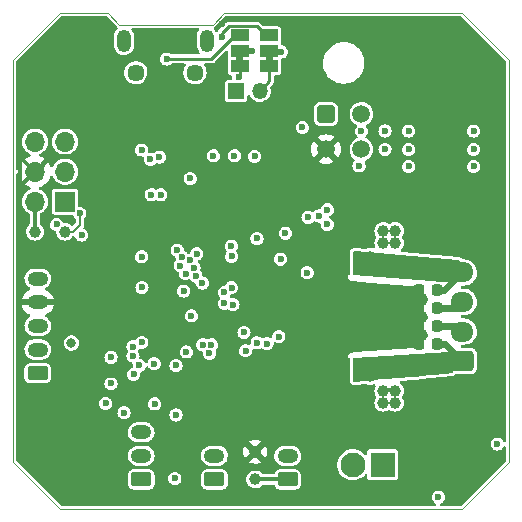
<source format=gbr>
G04 #@! TF.GenerationSoftware,KiCad,Pcbnew,(6.0.5)*
G04 #@! TF.CreationDate,2022-09-26T13:26:44+02:00*
G04 #@! TF.ProjectId,Huvud,48757675-642e-46b6-9963-61645f706362,rev?*
G04 #@! TF.SameCoordinates,PXad91980PY876bf80*
G04 #@! TF.FileFunction,Copper,L4,Bot*
G04 #@! TF.FilePolarity,Positive*
%FSLAX46Y46*%
G04 Gerber Fmt 4.6, Leading zero omitted, Abs format (unit mm)*
G04 Created by KiCad (PCBNEW (6.0.5)) date 2022-09-26 13:26:44*
%MOMM*%
%LPD*%
G01*
G04 APERTURE LIST*
G04 Aperture macros list*
%AMRoundRect*
0 Rectangle with rounded corners*
0 $1 Rounding radius*
0 $2 $3 $4 $5 $6 $7 $8 $9 X,Y pos of 4 corners*
0 Add a 4 corners polygon primitive as box body*
4,1,4,$2,$3,$4,$5,$6,$7,$8,$9,$2,$3,0*
0 Add four circle primitives for the rounded corners*
1,1,$1+$1,$2,$3*
1,1,$1+$1,$4,$5*
1,1,$1+$1,$6,$7*
1,1,$1+$1,$8,$9*
0 Add four rect primitives between the rounded corners*
20,1,$1+$1,$2,$3,$4,$5,0*
20,1,$1+$1,$4,$5,$6,$7,0*
20,1,$1+$1,$6,$7,$8,$9,0*
20,1,$1+$1,$8,$9,$2,$3,0*%
G04 Aperture macros list end*
G04 #@! TA.AperFunction,Profile*
%ADD10C,0.100000*%
G04 #@! TD*
G04 #@! TA.AperFunction,Profile*
%ADD11C,0.050000*%
G04 #@! TD*
G04 #@! TA.AperFunction,ComponentPad*
%ADD12RoundRect,0.250000X0.625000X-0.350000X0.625000X0.350000X-0.625000X0.350000X-0.625000X-0.350000X0*%
G04 #@! TD*
G04 #@! TA.AperFunction,ComponentPad*
%ADD13O,1.750000X1.200000*%
G04 #@! TD*
G04 #@! TA.AperFunction,ComponentPad*
%ADD14C,6.400000*%
G04 #@! TD*
G04 #@! TA.AperFunction,ComponentPad*
%ADD15C,0.800000*%
G04 #@! TD*
G04 #@! TA.AperFunction,ComponentPad*
%ADD16O,1.200000X1.900000*%
G04 #@! TD*
G04 #@! TA.AperFunction,ComponentPad*
%ADD17C,1.450000*%
G04 #@! TD*
G04 #@! TA.AperFunction,ComponentPad*
%ADD18R,1.700000X1.700000*%
G04 #@! TD*
G04 #@! TA.AperFunction,ComponentPad*
%ADD19O,1.700000X1.700000*%
G04 #@! TD*
G04 #@! TA.AperFunction,ComponentPad*
%ADD20R,2.100000X2.100000*%
G04 #@! TD*
G04 #@! TA.AperFunction,ComponentPad*
%ADD21C,2.100000*%
G04 #@! TD*
G04 #@! TA.AperFunction,ComponentPad*
%ADD22RoundRect,0.250000X0.725000X-0.600000X0.725000X0.600000X-0.725000X0.600000X-0.725000X-0.600000X0*%
G04 #@! TD*
G04 #@! TA.AperFunction,ComponentPad*
%ADD23O,1.950000X1.700000*%
G04 #@! TD*
G04 #@! TA.AperFunction,ComponentPad*
%ADD24RoundRect,0.250001X-0.499999X-0.499999X0.499999X-0.499999X0.499999X0.499999X-0.499999X0.499999X0*%
G04 #@! TD*
G04 #@! TA.AperFunction,ComponentPad*
%ADD25C,1.500000*%
G04 #@! TD*
G04 #@! TA.AperFunction,ComponentPad*
%ADD26R,1.350000X1.350000*%
G04 #@! TD*
G04 #@! TA.AperFunction,ComponentPad*
%ADD27O,1.350000X1.350000*%
G04 #@! TD*
G04 #@! TA.AperFunction,SMDPad,CuDef*
%ADD28C,1.000000*%
G04 #@! TD*
G04 #@! TA.AperFunction,SMDPad,CuDef*
%ADD29R,1.500000X1.000000*%
G04 #@! TD*
G04 #@! TA.AperFunction,SMDPad,CuDef*
%ADD30RoundRect,0.218750X-0.218750X-0.256250X0.218750X-0.256250X0.218750X0.256250X-0.218750X0.256250X0*%
G04 #@! TD*
G04 #@! TA.AperFunction,ViaPad*
%ADD31C,0.600000*%
G04 #@! TD*
G04 #@! TA.AperFunction,ViaPad*
%ADD32C,1.000000*%
G04 #@! TD*
G04 #@! TA.AperFunction,ViaPad*
%ADD33C,0.800000*%
G04 #@! TD*
G04 #@! TA.AperFunction,Conductor*
%ADD34C,0.400000*%
G04 #@! TD*
G04 #@! TA.AperFunction,Conductor*
%ADD35C,0.350000*%
G04 #@! TD*
G04 #@! TA.AperFunction,Conductor*
%ADD36C,0.250000*%
G04 #@! TD*
G04 #@! TA.AperFunction,Conductor*
%ADD37C,0.300000*%
G04 #@! TD*
G04 #@! TA.AperFunction,Conductor*
%ADD38C,0.200000*%
G04 #@! TD*
G04 #@! TA.AperFunction,Conductor*
%ADD39C,0.600000*%
G04 #@! TD*
G04 APERTURE END LIST*
D10*
X42000000Y38000000D02*
X42000000Y4000000D01*
D11*
X4000000Y42000000D02*
X8000000Y42000000D01*
X17900000Y42000000D02*
X38000000Y42000000D01*
D10*
X9000000Y41000000D02*
X8000000Y42000000D01*
D11*
X4000000Y0D02*
X0Y4000000D01*
X38000000Y42000000D02*
X42000000Y38000000D01*
D10*
X17900000Y42000000D02*
X16900000Y41000000D01*
X16900000Y41000000D02*
X9000000Y41000000D01*
D11*
X0Y38000000D02*
X4000000Y42000000D01*
D10*
X0Y4000000D02*
X0Y38000000D01*
D11*
X38000000Y0D02*
X42000000Y4000000D01*
D10*
X38000000Y0D02*
X4000000Y0D01*
G36*
X22000000Y37900000D02*
G01*
X21400000Y37900000D01*
X21400000Y38400000D01*
X22000000Y38400000D01*
X22000000Y37900000D01*
G37*
G36*
X19500000Y37900000D02*
G01*
X18900000Y37900000D01*
X18900000Y38400000D01*
X19500000Y38400000D01*
X19500000Y37900000D01*
G37*
D12*
X2100000Y11500000D03*
D13*
X2100000Y13500000D03*
X2100000Y15500000D03*
X2100000Y17500000D03*
X2100000Y19500000D03*
D12*
X23250000Y2500000D03*
D13*
X23250000Y4500000D03*
D14*
X36500000Y36500000D03*
D15*
X38900000Y36500000D03*
X34802944Y34802944D03*
X38197056Y34802944D03*
X36500000Y38900000D03*
X38197056Y38197056D03*
X36500000Y34100000D03*
X34100000Y36500000D03*
X34802944Y38197056D03*
X36500000Y7900000D03*
X34802944Y3802944D03*
X36500000Y3100000D03*
X34100000Y5500000D03*
X38197056Y7197056D03*
X38197056Y3802944D03*
D14*
X36500000Y5500000D03*
D15*
X34802944Y7197056D03*
X38900000Y5500000D03*
D12*
X10850000Y2500000D03*
D13*
X10850000Y4500000D03*
X10850000Y6500000D03*
D16*
X9400000Y39637500D03*
D17*
X10400000Y36937500D03*
D16*
X16400000Y39637500D03*
D17*
X15400000Y36937500D03*
D15*
X7900000Y5500000D03*
X5500000Y7900000D03*
X7197056Y3802944D03*
X3100000Y5500000D03*
X7197056Y7197056D03*
X3802944Y3802944D03*
D14*
X5500000Y5500000D03*
D15*
X3802944Y7197056D03*
X5500000Y3100000D03*
D18*
X4388500Y26024000D03*
D19*
X1848500Y26024000D03*
X4388500Y28564000D03*
X1848500Y28564000D03*
X4388500Y31104000D03*
X1848500Y31104000D03*
D15*
X7197056Y34802944D03*
X5500000Y34100000D03*
X3100000Y36500000D03*
D14*
X5500000Y36500000D03*
D15*
X3802944Y34802944D03*
X7197056Y38197056D03*
X7900000Y36500000D03*
X5500000Y38900000D03*
X3802944Y38197056D03*
D12*
X17050000Y2500000D03*
D13*
X17050000Y4500000D03*
D20*
X31300000Y3750000D03*
D21*
X28760000Y3750000D03*
D22*
X38038500Y12524000D03*
D23*
X38038500Y15024000D03*
X38038500Y17524000D03*
X38038500Y20024000D03*
D24*
X26500000Y33450000D03*
D25*
X29500000Y33450000D03*
X26500000Y30450000D03*
X29500000Y30450000D03*
D26*
X18900000Y35400000D03*
D27*
X20900000Y35400000D03*
D28*
X4388500Y23484000D03*
X1848500Y23484000D03*
X20500000Y2500000D03*
X20500000Y4840000D03*
D29*
X21700000Y37500000D03*
X21700000Y38800000D03*
X21700000Y40100000D03*
D30*
X34362500Y15500000D03*
X35937500Y15500000D03*
X34362500Y14000000D03*
X35937500Y14000000D03*
X34362500Y17000000D03*
X35937500Y17000000D03*
X34362500Y18500000D03*
X35937500Y18500000D03*
D29*
X19200000Y37500000D03*
X19200000Y38800000D03*
X19200000Y40100000D03*
D31*
X10900000Y14100000D03*
X13700000Y2600000D03*
X13800000Y7950000D03*
X10698500Y12150000D03*
X9400000Y8150000D03*
X10912552Y18768900D03*
X13800000Y12150000D03*
X26900000Y17900000D03*
X27900000Y17900000D03*
X28900000Y17900000D03*
X29900000Y17900000D03*
X26900000Y16900000D03*
X27900000Y16900000D03*
X28900000Y16900000D03*
X29900000Y16900000D03*
X26900000Y15900000D03*
X27900000Y15900000D03*
X28900000Y15900000D03*
X29900000Y15900000D03*
X27900000Y14900000D03*
X28900000Y14900000D03*
X29900000Y14900000D03*
X1100000Y21200000D03*
X26900000Y14900000D03*
X23350000Y9450000D03*
X8299989Y11350000D03*
X18550002Y10000000D03*
X22800000Y41100000D03*
X24100000Y22300000D03*
X5500000Y1000000D03*
X14000000Y1000000D03*
X1100000Y36500000D03*
X9881660Y21908710D03*
X5900000Y22034010D03*
X28350000Y22100000D03*
X35150000Y25050000D03*
X18450000Y12150000D03*
X36000000Y22000000D03*
X28900000Y23800000D03*
X23454012Y18450000D03*
X35150000Y23850000D03*
X17199958Y37152010D03*
X29400000Y35300000D03*
X12750000Y22900000D03*
X22954021Y16800000D03*
X28150000Y9050000D03*
X8300000Y33900000D03*
X23350000Y10350000D03*
X36000000Y10100000D03*
X23299988Y33600012D03*
X23900000Y39200000D03*
X22750000Y10350000D03*
X4700000Y13100000D03*
X35200000Y10800000D03*
X19700000Y22800000D03*
X36500000Y41000000D03*
X28216421Y23816421D03*
X19736659Y15786659D03*
X28900000Y9075000D03*
X37550000Y25050000D03*
X4100000Y9350000D03*
X35200000Y10100000D03*
X36000000Y10800000D03*
X17700000Y41100000D03*
X26100000Y14100000D03*
X20200000Y33150000D03*
X22750000Y11250000D03*
X28100002Y10725000D03*
X19150000Y12050000D03*
X18500000Y9400000D03*
X4700000Y12200000D03*
X22250000Y33150000D03*
X23950000Y35650000D03*
X19300000Y11350000D03*
X36000000Y22700000D03*
X37550000Y26150000D03*
X7750000Y40800000D03*
X7850000Y15050000D03*
X14950000Y6150000D03*
X5000000Y20500000D03*
X18249990Y10550000D03*
X19900000Y25950000D03*
X35300000Y22700000D03*
X10100000Y27900000D03*
X5200000Y10400000D03*
X16000000Y27500000D03*
X17500000Y25600000D03*
X33100000Y28100000D03*
X26100000Y18600000D03*
X23950000Y11250000D03*
X35150000Y26150000D03*
X1000000Y5500000D03*
X22150000Y25350000D03*
X8396116Y26396116D03*
X22750000Y9454010D03*
X18200000Y33150000D03*
X23350000Y11250000D03*
X2950000Y21700000D03*
X12900000Y33000000D03*
X20500000Y4840000D03*
X35300000Y22000000D03*
X29400000Y41000000D03*
X5500000Y40800000D03*
X37550000Y23850000D03*
X4800000Y16300000D03*
X41000000Y36500000D03*
D32*
X32350000Y23550000D03*
X32350000Y22550000D03*
X31350000Y22550000D03*
X31350000Y10000000D03*
X32350000Y10000000D03*
X31350000Y9000000D03*
X32350000Y9000000D03*
X31350000Y23550000D03*
D31*
X24980000Y24705000D03*
X31500000Y32000000D03*
X41000000Y5500000D03*
X25900000Y24800000D03*
X33500000Y29000000D03*
X39000000Y32000000D03*
X33500000Y32000000D03*
X39000000Y30450000D03*
X39000000Y29000000D03*
X26600000Y25325000D03*
X24900000Y20000036D03*
X26600000Y24100000D03*
X20500000Y2500000D03*
X31500000Y30450000D03*
X36000000Y1000000D03*
X33500000Y30450000D03*
X29500000Y32000000D03*
X11700000Y26600000D03*
D33*
X4950000Y14050000D03*
D31*
X12500000Y26600000D03*
X22500000Y14600000D03*
X22650000Y21150000D03*
X10900000Y30400000D03*
X19549990Y14950000D03*
X14672990Y13300000D03*
X20650000Y22900000D03*
X12000000Y8900000D03*
X7842153Y8937575D03*
X11950000Y12300000D03*
X15100000Y16350000D03*
X16632180Y13192623D03*
X21500000Y14000000D03*
X18481590Y22254184D03*
X18500000Y21400000D03*
X20663082Y14062188D03*
X15550000Y21600000D03*
X14994133Y21066335D03*
X14311032Y21315173D03*
X15486103Y19711740D03*
X12400000Y29800000D03*
X11623496Y29610224D03*
X15330788Y20421967D03*
X13892980Y21909966D03*
X5660325Y25029427D03*
X19700006Y13400000D03*
X18500000Y18750000D03*
X14145112Y20600193D03*
X29300002Y29050000D03*
X24500000Y32300000D03*
X19100000Y36600000D03*
X16022648Y19122657D03*
X3691484Y24095147D03*
X14450000Y18450000D03*
X10900000Y21350000D03*
X5800000Y23200000D03*
X14602815Y19919705D03*
X8300000Y12850000D03*
X18619705Y17297185D03*
X10150000Y12950000D03*
X17900000Y17400000D03*
X16800000Y13900000D03*
X8299989Y10623497D03*
X10150000Y13750000D03*
X17895090Y18346727D03*
X10201500Y11400000D03*
X16072987Y13900000D03*
X20450000Y29850000D03*
X18750000Y29900000D03*
X23050000Y23350000D03*
X16950000Y29900000D03*
X15000000Y28000000D03*
X20200000Y38800000D03*
X22700000Y38700000D03*
X12995843Y38100000D03*
X17700000Y40000000D03*
D32*
X30250000Y12250000D03*
X29250000Y12250000D03*
X30250000Y11250000D03*
X29250000Y11250000D03*
X30250000Y20350000D03*
X29250000Y20350000D03*
X30250000Y21350000D03*
X29250000Y21350000D03*
D34*
X1848500Y28564000D02*
X3134500Y29850000D01*
X5350000Y29850000D02*
X3134500Y29850000D01*
D35*
X600000Y32200000D02*
X1100000Y32700000D01*
X600000Y29812500D02*
X600000Y27315500D01*
D34*
X5900000Y29300000D02*
X5350000Y29850000D01*
D35*
X600000Y29812500D02*
X600000Y32200000D01*
X1848500Y28564000D02*
X600000Y29812500D01*
X1848500Y28564000D02*
X600000Y27315500D01*
D36*
X32350000Y10150000D02*
X31350000Y10150000D01*
D35*
X23250000Y2500000D02*
X20500000Y2500000D01*
D37*
X1848500Y26024000D02*
X1848500Y23484000D01*
D38*
X5095606Y23484000D02*
X5660325Y24048719D01*
X5660325Y24048719D02*
X5660325Y25029427D01*
X4388500Y23484000D02*
X5095606Y23484000D01*
D36*
X19200000Y36700000D02*
X19100000Y36600000D01*
X19200000Y37500000D02*
X19200000Y36700000D01*
X21700000Y37500000D02*
X21700000Y36200000D01*
X21700000Y36200000D02*
X20900000Y35400000D01*
X19200000Y38800000D02*
X20200000Y38800000D01*
X22700000Y38700000D02*
X21800000Y38700000D01*
X21800000Y38700000D02*
X21700000Y38800000D01*
X19200000Y40100000D02*
X18796398Y40100000D01*
X16796398Y38100000D02*
X13420107Y38100000D01*
X18796398Y40100000D02*
X16796398Y38100000D01*
X13420107Y38100000D02*
X12995843Y38100000D01*
X20647999Y40852001D02*
X21400000Y40100000D01*
X17700000Y40000000D02*
X17700000Y40300000D01*
X21400000Y40100000D02*
X21700000Y40100000D01*
X18252001Y40852001D02*
X20647999Y40852001D01*
X17700000Y40300000D02*
X18252001Y40852001D01*
D39*
X35937500Y15500000D02*
X37562500Y15500000D01*
X37562500Y15500000D02*
X38038500Y15024000D01*
D38*
X30250000Y12250000D02*
X37714500Y12250000D01*
D39*
X36562500Y14000000D02*
X38038500Y12524000D01*
D38*
X37714500Y12250000D02*
X37988500Y12524000D01*
D39*
X35937500Y14000000D02*
X36562500Y14000000D01*
X37514500Y17000000D02*
X38038500Y17524000D01*
X35937500Y17000000D02*
X37514500Y17000000D01*
X35937500Y18500000D02*
X36514500Y18500000D01*
D38*
X30450000Y20150000D02*
X30250000Y20350000D01*
X37988500Y20024000D02*
X37862500Y20150000D01*
X37862500Y20150000D02*
X30450000Y20150000D01*
D39*
X36514500Y18500000D02*
X38038500Y20024000D01*
G04 #@! TA.AperFunction,Conductor*
G36*
X28489602Y19407020D02*
G01*
X28617445Y19336182D01*
X28683811Y19310960D01*
X28755122Y19294984D01*
X28822034Y19279994D01*
X28822041Y19279993D01*
X28826433Y19279009D01*
X30288965Y19165308D01*
X34646266Y18826559D01*
X34712632Y18801337D01*
X34754826Y18744239D01*
X34762500Y18700938D01*
X34762500Y18139385D01*
X34765737Y18128360D01*
X34767895Y18129345D01*
X34774482Y18139203D01*
X34828960Y18184730D01*
X34899403Y18193577D01*
X34963447Y18162936D01*
X35001713Y18096994D01*
X35002022Y18094018D01*
X35055692Y17933151D01*
X35059542Y17926930D01*
X35059545Y17926923D01*
X35127944Y17816391D01*
X35146782Y17747939D01*
X35128060Y17683974D01*
X35055151Y17565692D01*
X35001762Y17404731D01*
X35001557Y17402728D01*
X34968616Y17341966D01*
X34906407Y17307753D01*
X34835576Y17312604D01*
X34774486Y17360791D01*
X34772563Y17363668D01*
X34763747Y17371037D01*
X34762500Y17369019D01*
X34762500Y16639385D01*
X34765737Y16628360D01*
X34767895Y16629345D01*
X34774482Y16639203D01*
X34828960Y16684730D01*
X34899403Y16693577D01*
X34963447Y16662936D01*
X35001713Y16596994D01*
X35002022Y16594018D01*
X35055692Y16433151D01*
X35059542Y16426930D01*
X35059545Y16426923D01*
X35127944Y16316391D01*
X35146782Y16247939D01*
X35128060Y16183974D01*
X35055151Y16065692D01*
X35001762Y15904731D01*
X35001557Y15902728D01*
X34968616Y15841966D01*
X34906407Y15807753D01*
X34835576Y15812604D01*
X34774486Y15860791D01*
X34772563Y15863668D01*
X34763747Y15871037D01*
X34762500Y15869019D01*
X34762500Y15139385D01*
X34765737Y15128360D01*
X34767895Y15129345D01*
X34774482Y15139203D01*
X34828960Y15184730D01*
X34899403Y15193577D01*
X34963447Y15162936D01*
X35001713Y15096994D01*
X35002022Y15094018D01*
X35055692Y14933151D01*
X35059542Y14926930D01*
X35059545Y14926923D01*
X35127944Y14816391D01*
X35146782Y14747939D01*
X35128060Y14683974D01*
X35055151Y14565692D01*
X35001762Y14404731D01*
X35001557Y14402728D01*
X34968616Y14341966D01*
X34906407Y14307753D01*
X34835576Y14312604D01*
X34774486Y14360791D01*
X34772563Y14363668D01*
X34763747Y14371037D01*
X34762500Y14369019D01*
X34762500Y13765918D01*
X34742498Y13697797D01*
X34688842Y13651304D01*
X34644515Y13640174D01*
X34018102Y13600255D01*
X34010089Y13600000D01*
X33989424Y13600000D01*
X33975475Y13597539D01*
X28995171Y13280166D01*
X28835329Y13269980D01*
X28742926Y13255557D01*
X28698598Y13244426D01*
X28610343Y13213484D01*
X28604136Y13209495D01*
X28604132Y13209493D01*
X28549527Y13174400D01*
X28487388Y13134466D01*
X28433732Y13087973D01*
X28400000Y13049044D01*
X28400000Y19497738D01*
X28489602Y19407020D01*
G37*
G04 #@! TD.AperFunction*
G04 #@! TA.AperFunction,Conductor*
G36*
X36998742Y13255613D02*
G01*
X37048553Y13205022D01*
X37063500Y13145497D01*
X37063500Y12942115D01*
X37067975Y12926876D01*
X37069365Y12925671D01*
X37077048Y12924000D01*
X38312500Y12924000D01*
X38380621Y12903998D01*
X38427114Y12850342D01*
X38438500Y12798000D01*
X38438500Y12250000D01*
X38418498Y12181879D01*
X38364842Y12135386D01*
X38312500Y12124000D01*
X37081615Y12124000D01*
X37066376Y12119525D01*
X37065171Y12118135D01*
X37063500Y12110452D01*
X37063500Y11905563D01*
X37064707Y11893309D01*
X37075585Y11838623D01*
X37084898Y11816138D01*
X37126367Y11754076D01*
X37143574Y11736869D01*
X37171576Y11718159D01*
X37217104Y11663682D01*
X37225953Y11593239D01*
X37195312Y11529195D01*
X37134911Y11491883D01*
X37112650Y11487881D01*
X36681291Y11449820D01*
X35387210Y11335636D01*
X35347486Y11339096D01*
X35344754Y11340228D01*
X35200000Y11359285D01*
X35191812Y11358207D01*
X35063432Y11341306D01*
X35063430Y11341305D01*
X35055246Y11340228D01*
X35047616Y11337068D01*
X35047614Y11337067D01*
X34969177Y11304577D01*
X34932036Y11295474D01*
X30309546Y10887607D01*
X28887075Y10762095D01*
X28817459Y10776032D01*
X28766430Y10825393D01*
X28750000Y10887607D01*
X28750000Y12631774D01*
X28770002Y12699895D01*
X28823658Y12746388D01*
X28867986Y12757519D01*
X36929488Y13271242D01*
X36998742Y13255613D01*
G37*
G04 #@! TD.AperFunction*
G04 #@! TA.AperFunction,Conductor*
G36*
X37707467Y21105663D02*
G01*
X37773697Y21080089D01*
X37815587Y21022767D01*
X37819836Y20951898D01*
X37785096Y20889981D01*
X37729584Y20860003D01*
X37729899Y20859067D01*
X37724466Y20857239D01*
X37724091Y20857036D01*
X37723436Y20856892D01*
X37561333Y20802338D01*
X37549011Y20796645D01*
X37402413Y20708559D01*
X37391599Y20700351D01*
X37267334Y20582839D01*
X37258542Y20572508D01*
X37164035Y20433447D01*
X37163399Y20426780D01*
X37168215Y20424000D01*
X38088500Y20424000D01*
X38088500Y19624000D01*
X37181592Y19624000D01*
X37168061Y19620027D01*
X37167645Y19617129D01*
X37168519Y19614437D01*
X37201480Y19551921D01*
X37209067Y19540671D01*
X37319461Y19410038D01*
X37329288Y19400680D01*
X37380584Y19361461D01*
X37422551Y19304196D01*
X37426896Y19233332D01*
X37392240Y19171369D01*
X37329585Y19137979D01*
X37294289Y19135744D01*
X34390904Y19361461D01*
X28866234Y19790964D01*
X28799868Y19816186D01*
X28757674Y19873284D01*
X28750000Y19916585D01*
X28750000Y21667652D01*
X28770002Y21735773D01*
X28776037Y21744356D01*
X28808817Y21787076D01*
X28866155Y21828943D01*
X28919213Y21835939D01*
X37707467Y21105663D01*
G37*
G04 #@! TD.AperFunction*
G04 #@! TA.AperFunction,Conductor*
G36*
X7910512Y41725498D02*
G01*
X7931486Y41708596D01*
X8793540Y40846543D01*
X8809210Y40827450D01*
X8816516Y40816516D01*
X8826829Y40809625D01*
X8831682Y40804772D01*
X8865708Y40742460D01*
X8860643Y40671645D01*
X8823916Y40619440D01*
X8777546Y40580255D01*
X8773399Y40574832D01*
X8773398Y40574830D01*
X8668925Y40438185D01*
X8668923Y40438181D01*
X8664781Y40432764D01*
X8661899Y40426584D01*
X8661898Y40426582D01*
X8593379Y40279642D01*
X8586318Y40264500D01*
X8584832Y40257852D01*
X8584831Y40257849D01*
X8583688Y40252735D01*
X8545818Y40083312D01*
X8545500Y40077624D01*
X8545500Y39241115D01*
X8560512Y39102927D01*
X8619730Y38926965D01*
X8715351Y38767823D01*
X8720037Y38762868D01*
X8720041Y38762863D01*
X8838227Y38637886D01*
X8842916Y38632928D01*
X8996471Y38528572D01*
X9002805Y38526039D01*
X9002808Y38526037D01*
X9162516Y38462158D01*
X9162521Y38462157D01*
X9168853Y38459624D01*
X9175580Y38458510D01*
X9175585Y38458509D01*
X9345282Y38430416D01*
X9345285Y38430416D01*
X9352019Y38429301D01*
X9358836Y38429658D01*
X9358840Y38429658D01*
X9509920Y38437577D01*
X9537424Y38439018D01*
X9543996Y38440828D01*
X9544001Y38440829D01*
X9709835Y38486508D01*
X9716417Y38488321D01*
X9880648Y38574910D01*
X10022454Y38694745D01*
X10052258Y38733727D01*
X10131075Y38836815D01*
X10131077Y38836819D01*
X10135219Y38842236D01*
X10138102Y38848418D01*
X10210802Y39004323D01*
X10210803Y39004326D01*
X10213682Y39010500D01*
X10226352Y39067180D01*
X10253056Y39186651D01*
X10254182Y39191688D01*
X10254500Y39197376D01*
X10254500Y40033885D01*
X10239488Y40172073D01*
X10180270Y40348035D01*
X10084649Y40507177D01*
X10060297Y40532929D01*
X10028026Y40596164D01*
X10035065Y40666811D01*
X10079182Y40722437D01*
X10151846Y40745500D01*
X15648944Y40745500D01*
X15717065Y40725498D01*
X15763558Y40671842D01*
X15773662Y40601568D01*
X15749042Y40542973D01*
X15664781Y40432764D01*
X15661899Y40426584D01*
X15661898Y40426582D01*
X15593379Y40279642D01*
X15586318Y40264500D01*
X15584832Y40257852D01*
X15584831Y40257849D01*
X15583688Y40252735D01*
X15545818Y40083312D01*
X15545500Y40077624D01*
X15545500Y39241115D01*
X15560512Y39102927D01*
X15619730Y38926965D01*
X15715351Y38767823D01*
X15786986Y38692071D01*
X15819257Y38628836D01*
X15812217Y38558189D01*
X15768101Y38502563D01*
X15695437Y38479500D01*
X13454905Y38479500D01*
X13386784Y38499502D01*
X13378217Y38505526D01*
X13275486Y38584355D01*
X13140597Y38640228D01*
X12995843Y38659285D01*
X12987655Y38658207D01*
X12859275Y38641306D01*
X12859273Y38641305D01*
X12851089Y38640228D01*
X12823587Y38628836D01*
X12723829Y38587515D01*
X12723827Y38587514D01*
X12716201Y38584355D01*
X12632798Y38520358D01*
X12609608Y38502563D01*
X12600369Y38495474D01*
X12511488Y38379642D01*
X12508329Y38372016D01*
X12508328Y38372014D01*
X12475421Y38292570D01*
X12455615Y38244754D01*
X12454538Y38236570D01*
X12454537Y38236568D01*
X12442639Y38146191D01*
X12436558Y38100000D01*
X12437636Y38091812D01*
X12453023Y37974937D01*
X12455615Y37955246D01*
X12468829Y37923344D01*
X12501350Y37844834D01*
X12511488Y37820358D01*
X12535693Y37788814D01*
X12590068Y37717951D01*
X12600369Y37704526D01*
X12606919Y37699500D01*
X12606922Y37699497D01*
X12709647Y37620673D01*
X12716200Y37615645D01*
X12851089Y37559772D01*
X12995843Y37540715D01*
X13004031Y37541793D01*
X13132409Y37558694D01*
X13140597Y37559772D01*
X13275486Y37615645D01*
X13378203Y37694463D01*
X13444421Y37720063D01*
X13454905Y37720500D01*
X14508107Y37720500D01*
X14576228Y37700498D01*
X14622721Y37646842D01*
X14632825Y37576568D01*
X14604629Y37513511D01*
X14587891Y37493563D01*
X14584923Y37488165D01*
X14584920Y37488160D01*
X14578636Y37476729D01*
X14495351Y37325233D01*
X14493490Y37319366D01*
X14493489Y37319364D01*
X14440981Y37153838D01*
X14437269Y37142135D01*
X14415857Y36951242D01*
X14419079Y36912874D01*
X14427171Y36816516D01*
X14431931Y36759826D01*
X14433630Y36753901D01*
X14480108Y36591813D01*
X14484878Y36575177D01*
X14487697Y36569692D01*
X14559094Y36430770D01*
X14572682Y36404330D01*
X14576508Y36399503D01*
X14688169Y36258620D01*
X14688173Y36258615D01*
X14691998Y36253790D01*
X14696692Y36249795D01*
X14826387Y36139416D01*
X14838281Y36129293D01*
X14843659Y36126287D01*
X14843661Y36126286D01*
X14893484Y36098441D01*
X15005961Y36035580D01*
X15188649Y35976221D01*
X15379388Y35953477D01*
X15385523Y35953949D01*
X15385525Y35953949D01*
X15564769Y35967741D01*
X15564773Y35967742D01*
X15570911Y35968214D01*
X15755925Y36019871D01*
X15761429Y36022651D01*
X15761431Y36022652D01*
X15921881Y36103701D01*
X15921883Y36103702D01*
X15927382Y36106480D01*
X16078750Y36224742D01*
X16103824Y36253790D01*
X16200237Y36365485D01*
X16200238Y36365487D01*
X16204266Y36370153D01*
X16299147Y36537174D01*
X16359780Y36719443D01*
X16383855Y36910018D01*
X16384239Y36937500D01*
X16365494Y37128673D01*
X16359658Y37148005D01*
X16311755Y37306664D01*
X16309974Y37312564D01*
X16219794Y37482170D01*
X16215898Y37486947D01*
X16215894Y37486953D01*
X16193130Y37514864D01*
X16165575Y37580295D01*
X16177770Y37650236D01*
X16225842Y37702482D01*
X16290772Y37720500D01*
X16742478Y37720500D01*
X16766426Y37717951D01*
X16768091Y37717872D01*
X16778274Y37715680D01*
X16788615Y37716904D01*
X16811621Y37719627D01*
X16817552Y37719977D01*
X16817544Y37720072D01*
X16822722Y37720500D01*
X16827922Y37720500D01*
X16833051Y37721354D01*
X16833054Y37721354D01*
X16846963Y37723669D01*
X16852841Y37724506D01*
X16893399Y37729306D01*
X16893400Y37729306D01*
X16903739Y37730530D01*
X16911991Y37734493D01*
X16921024Y37735996D01*
X16930193Y37740943D01*
X16930195Y37740944D01*
X16966130Y37760334D01*
X16971423Y37763031D01*
X17010480Y37781785D01*
X17010484Y37781788D01*
X17017630Y37785219D01*
X17021906Y37788814D01*
X17023829Y37790737D01*
X17025761Y37792509D01*
X17025840Y37792552D01*
X17025953Y37792428D01*
X17026493Y37792904D01*
X17032212Y37795990D01*
X17068815Y37835587D01*
X17072244Y37839152D01*
X17980405Y38747313D01*
X18042717Y38781339D01*
X18113532Y38776274D01*
X18170368Y38733727D01*
X18195179Y38667207D01*
X18195500Y38658218D01*
X18195501Y38462158D01*
X18195501Y38274934D01*
X18210266Y38200699D01*
X18214297Y38194667D01*
X18221504Y38127627D01*
X18215476Y38107098D01*
X18210266Y38099301D01*
X18195500Y38025067D01*
X18195501Y36974934D01*
X18198995Y36957367D01*
X18207712Y36913542D01*
X18210266Y36900699D01*
X18217161Y36890380D01*
X18217162Y36890378D01*
X18257516Y36829985D01*
X18266516Y36816516D01*
X18350699Y36760266D01*
X18424933Y36745500D01*
X18429258Y36745500D01*
X18494487Y36719163D01*
X18535498Y36661209D01*
X18539975Y36616446D01*
X18541793Y36616446D01*
X18541793Y36608188D01*
X18540715Y36600000D01*
X18557574Y36471944D01*
X18546635Y36401797D01*
X18499507Y36348698D01*
X18432652Y36329499D01*
X18199934Y36329499D01*
X18164182Y36322388D01*
X18137874Y36317156D01*
X18137872Y36317155D01*
X18125699Y36314734D01*
X18115379Y36307839D01*
X18115378Y36307838D01*
X18112403Y36305850D01*
X18041516Y36258484D01*
X17985266Y36174301D01*
X17970500Y36100067D01*
X17970501Y34699934D01*
X17985266Y34625699D01*
X18041516Y34541516D01*
X18125699Y34485266D01*
X18199933Y34470500D01*
X18899886Y34470500D01*
X19600066Y34470501D01*
X19635818Y34477612D01*
X19662126Y34482844D01*
X19662128Y34482845D01*
X19674301Y34485266D01*
X19684621Y34492161D01*
X19684622Y34492162D01*
X19748168Y34534623D01*
X19758484Y34541516D01*
X19814734Y34625699D01*
X19829500Y34699933D01*
X19829500Y34924923D01*
X19849502Y34993044D01*
X19903158Y35039537D01*
X19973432Y35049641D01*
X20038012Y35020147D01*
X20064618Y34987925D01*
X20143877Y34850644D01*
X20274617Y34705442D01*
X20279959Y34701561D01*
X20279961Y34701559D01*
X20398576Y34615380D01*
X20432690Y34590595D01*
X20438719Y34587911D01*
X20438722Y34587909D01*
X20605151Y34513811D01*
X20605154Y34513810D01*
X20611187Y34511124D01*
X20690727Y34494217D01*
X20795849Y34471872D01*
X20795854Y34471872D01*
X20802306Y34470500D01*
X20997694Y34470500D01*
X21004146Y34471872D01*
X21004151Y34471872D01*
X21109273Y34494217D01*
X21188813Y34511124D01*
X21194846Y34513810D01*
X21194849Y34513811D01*
X21361278Y34587909D01*
X21361281Y34587911D01*
X21367310Y34590595D01*
X21401424Y34615380D01*
X21520039Y34701559D01*
X21520041Y34701561D01*
X21525383Y34705442D01*
X21656123Y34850644D01*
X21715454Y34953407D01*
X21750514Y35014133D01*
X21750515Y35014134D01*
X21753818Y35019856D01*
X21814196Y35205682D01*
X21834620Y35400000D01*
X21814196Y35594318D01*
X21793132Y35659147D01*
X21791106Y35730115D01*
X21823871Y35787177D01*
X21930216Y35893522D01*
X21948964Y35908664D01*
X21950189Y35909779D01*
X21958940Y35915429D01*
X21965387Y35923607D01*
X21965389Y35923609D01*
X21979729Y35941800D01*
X21983675Y35946241D01*
X21983602Y35946303D01*
X21986961Y35950267D01*
X21990638Y35953944D01*
X22001892Y35969692D01*
X22005398Y35974362D01*
X22037156Y36014647D01*
X22040188Y36023281D01*
X22045514Y36030734D01*
X22060203Y36079850D01*
X22062036Y36085492D01*
X22076390Y36126367D01*
X22076390Y36126368D01*
X22079018Y36133851D01*
X22079500Y36139416D01*
X22079500Y36142124D01*
X22079614Y36144758D01*
X22079643Y36144856D01*
X22079807Y36144849D01*
X22079851Y36145553D01*
X22081713Y36151778D01*
X22079597Y36205635D01*
X22079500Y36210582D01*
X22079500Y36619501D01*
X22099502Y36687622D01*
X22153158Y36734115D01*
X22205500Y36745501D01*
X22475066Y36745501D01*
X22510818Y36752612D01*
X22537126Y36757844D01*
X22537128Y36757845D01*
X22549301Y36760266D01*
X22559621Y36767161D01*
X22559622Y36767162D01*
X22623168Y36809623D01*
X22633484Y36816516D01*
X22659309Y36855165D01*
X22682839Y36890380D01*
X22689734Y36900699D01*
X22704500Y36974933D01*
X22704499Y37662590D01*
X26243862Y37662590D01*
X26279028Y37404196D01*
X26352000Y37153838D01*
X26461177Y36917016D01*
X26463737Y36913111D01*
X26463740Y36913106D01*
X26601592Y36702846D01*
X26601596Y36702841D01*
X26604158Y36698933D01*
X26777804Y36504379D01*
X26978300Y36337629D01*
X27201240Y36202345D01*
X27205548Y36200538D01*
X27205549Y36200538D01*
X27437413Y36103309D01*
X27437418Y36103307D01*
X27441728Y36101500D01*
X27446260Y36100349D01*
X27446263Y36100348D01*
X27571765Y36068475D01*
X27694480Y36037310D01*
X27911072Y36015500D01*
X28066206Y36015500D01*
X28068531Y36015673D01*
X28068537Y36015673D01*
X28255407Y36029560D01*
X28255411Y36029561D01*
X28260059Y36029906D01*
X28514405Y36087458D01*
X28530920Y36093880D01*
X28690072Y36155771D01*
X28757450Y36181973D01*
X28761504Y36184290D01*
X28761508Y36184292D01*
X28883103Y36253790D01*
X28983855Y36311375D01*
X29188647Y36472820D01*
X29367326Y36662761D01*
X29515968Y36877027D01*
X29530510Y36906515D01*
X29629241Y37106722D01*
X29629242Y37106725D01*
X29631306Y37110910D01*
X29635029Y37122539D01*
X29709382Y37354821D01*
X29710807Y37359272D01*
X29717393Y37399708D01*
X29751974Y37612045D01*
X29752725Y37616656D01*
X29755072Y37795990D01*
X29756077Y37872733D01*
X29756077Y37872736D01*
X29756138Y37877410D01*
X29720972Y38135804D01*
X29717945Y38146191D01*
X29691602Y38236568D01*
X29648000Y38386162D01*
X29538823Y38622984D01*
X29536260Y38626894D01*
X29398408Y38837154D01*
X29398404Y38837159D01*
X29395842Y38841067D01*
X29250131Y39004323D01*
X29225313Y39032129D01*
X29225311Y39032131D01*
X29222196Y39035621D01*
X29021700Y39202371D01*
X28798760Y39337655D01*
X28792624Y39340228D01*
X28562587Y39436691D01*
X28562582Y39436693D01*
X28558272Y39438500D01*
X28553740Y39439651D01*
X28553737Y39439652D01*
X28424895Y39472373D01*
X28305520Y39502690D01*
X28088928Y39524500D01*
X27933794Y39524500D01*
X27931469Y39524327D01*
X27931463Y39524327D01*
X27744593Y39510440D01*
X27744589Y39510439D01*
X27739941Y39510094D01*
X27485595Y39452542D01*
X27481243Y39450850D01*
X27481241Y39450849D01*
X27421526Y39427627D01*
X27242550Y39358027D01*
X27238496Y39355710D01*
X27238492Y39355708D01*
X27147705Y39303818D01*
X27016145Y39228625D01*
X26811353Y39067180D01*
X26632674Y38877239D01*
X26542541Y38747313D01*
X26503017Y38690339D01*
X26484032Y38662973D01*
X26481966Y38658783D01*
X26481964Y38658780D01*
X26383752Y38459624D01*
X26368694Y38429090D01*
X26367272Y38424647D01*
X26367271Y38424645D01*
X26352866Y38379642D01*
X26289193Y38180728D01*
X26247275Y37923344D01*
X26246674Y37877410D01*
X26244587Y37717951D01*
X26243862Y37662590D01*
X22704499Y37662590D01*
X22704499Y38025066D01*
X22705813Y38025066D01*
X22717780Y38088145D01*
X22766623Y38139670D01*
X22813495Y38155657D01*
X22844754Y38159772D01*
X22979643Y38215645D01*
X22986196Y38220673D01*
X23088921Y38299497D01*
X23088924Y38299500D01*
X23095474Y38304526D01*
X23107863Y38320671D01*
X23147259Y38372014D01*
X23184355Y38420358D01*
X23188060Y38429301D01*
X23230768Y38532407D01*
X23240228Y38555246D01*
X23242398Y38571725D01*
X23258207Y38691812D01*
X23259285Y38700000D01*
X23249586Y38773675D01*
X23241306Y38836568D01*
X23241305Y38836570D01*
X23240228Y38844754D01*
X23206175Y38926965D01*
X23187515Y38972014D01*
X23187514Y38972016D01*
X23184355Y38979642D01*
X23117185Y39067180D01*
X23100501Y39088923D01*
X23100500Y39088924D01*
X23095474Y39095474D01*
X23088924Y39100500D01*
X23088921Y39100503D01*
X22986196Y39179327D01*
X22986194Y39179328D01*
X22979643Y39184355D01*
X22844754Y39240228D01*
X22836566Y39241306D01*
X22807574Y39245123D01*
X22742647Y39273846D01*
X22703556Y39333112D01*
X22700442Y39345465D01*
X22695181Y39371916D01*
X22689734Y39399301D01*
X22685703Y39405333D01*
X22678496Y39472373D01*
X22684524Y39492902D01*
X22689734Y39500699D01*
X22704500Y39574933D01*
X22704499Y40625066D01*
X22695235Y40671645D01*
X22692156Y40687126D01*
X22692155Y40687128D01*
X22689734Y40699301D01*
X22661813Y40741088D01*
X22640377Y40773168D01*
X22633484Y40783484D01*
X22549301Y40839734D01*
X22475067Y40854500D01*
X22338044Y40854500D01*
X21234385Y40854499D01*
X21166264Y40874501D01*
X21145290Y40891404D01*
X20954477Y41082217D01*
X20939335Y41100965D01*
X20938220Y41102190D01*
X20932570Y41110941D01*
X20924392Y41117388D01*
X20924390Y41117390D01*
X20906199Y41131730D01*
X20901758Y41135676D01*
X20901696Y41135603D01*
X20897732Y41138962D01*
X20894055Y41142639D01*
X20878307Y41153893D01*
X20873637Y41157399D01*
X20833352Y41189157D01*
X20824718Y41192189D01*
X20817265Y41197515D01*
X20768149Y41212204D01*
X20762507Y41214037D01*
X20721632Y41228391D01*
X20721631Y41228391D01*
X20714148Y41231019D01*
X20708583Y41231501D01*
X20705875Y41231501D01*
X20703241Y41231615D01*
X20703143Y41231644D01*
X20703150Y41231808D01*
X20702446Y41231852D01*
X20696221Y41233714D01*
X20642364Y41231598D01*
X20637417Y41231501D01*
X18305921Y41231501D01*
X18281974Y41234050D01*
X18280308Y41234129D01*
X18270125Y41236321D01*
X18259783Y41235097D01*
X18259780Y41235097D01*
X18236788Y41232375D01*
X18230847Y41232024D01*
X18230855Y41231929D01*
X18225675Y41231501D01*
X18220477Y41231501D01*
X18215355Y41230648D01*
X18215350Y41230648D01*
X18201428Y41228330D01*
X18195551Y41227493D01*
X18189050Y41226724D01*
X18154998Y41222694D01*
X18154996Y41222693D01*
X18144660Y41221470D01*
X18136411Y41217509D01*
X18127375Y41216005D01*
X18118206Y41211058D01*
X18118204Y41211057D01*
X18082241Y41191653D01*
X18076952Y41188958D01*
X18063937Y41182708D01*
X18030769Y41166781D01*
X18026493Y41163187D01*
X18024553Y41161247D01*
X18022642Y41159494D01*
X18022552Y41159445D01*
X18022440Y41159568D01*
X18021905Y41159096D01*
X18016187Y41156011D01*
X18009120Y41148366D01*
X17979585Y41116415D01*
X17976155Y41112849D01*
X17469784Y40606478D01*
X17451036Y40591336D01*
X17449811Y40590221D01*
X17441060Y40584571D01*
X17434613Y40576393D01*
X17434611Y40576391D01*
X17420271Y40558200D01*
X17416325Y40553759D01*
X17416398Y40553697D01*
X17413039Y40549733D01*
X17409362Y40546056D01*
X17398108Y40530308D01*
X17394602Y40525638D01*
X17362844Y40485353D01*
X17359812Y40476719D01*
X17354486Y40469266D01*
X17351502Y40459287D01*
X17346921Y40449936D01*
X17343437Y40451643D01*
X17315476Y40408594D01*
X17250754Y40379413D01*
X17180530Y40389855D01*
X17125421Y40439320D01*
X17088163Y40501329D01*
X17088162Y40501330D01*
X17084649Y40507177D01*
X17079959Y40512137D01*
X17007475Y40588786D01*
X16975203Y40652024D01*
X16982243Y40722670D01*
X17029022Y40780125D01*
X17062234Y40802316D01*
X17062237Y40802319D01*
X17083484Y40816516D01*
X17090790Y40827450D01*
X17106457Y40846539D01*
X17968512Y41708595D01*
X18030825Y41742620D01*
X18057608Y41745500D01*
X37842392Y41745500D01*
X37910513Y41725498D01*
X37931487Y41708595D01*
X41708595Y37931487D01*
X41742621Y37869175D01*
X41745500Y37842392D01*
X41745500Y5782629D01*
X41725498Y5714508D01*
X41671842Y5668015D01*
X41601568Y5657911D01*
X41536988Y5687405D01*
X41503091Y5734410D01*
X41487515Y5772014D01*
X41487514Y5772016D01*
X41484355Y5779642D01*
X41395474Y5895474D01*
X41388924Y5900500D01*
X41388921Y5900503D01*
X41286196Y5979327D01*
X41286194Y5979328D01*
X41279643Y5984355D01*
X41144754Y6040228D01*
X41000000Y6059285D01*
X40991812Y6058207D01*
X40863432Y6041306D01*
X40863430Y6041305D01*
X40855246Y6040228D01*
X40819432Y6025393D01*
X40727986Y5987515D01*
X40727984Y5987514D01*
X40720358Y5984355D01*
X40604526Y5895474D01*
X40515645Y5779642D01*
X40512486Y5772016D01*
X40512485Y5772014D01*
X40490828Y5719730D01*
X40459772Y5644754D01*
X40440715Y5500000D01*
X40459772Y5355246D01*
X40479578Y5307430D01*
X40511206Y5231075D01*
X40515645Y5220358D01*
X40604526Y5104526D01*
X40611076Y5099500D01*
X40611079Y5099497D01*
X40713804Y5020673D01*
X40720357Y5015645D01*
X40855246Y4959772D01*
X41000000Y4940715D01*
X41008188Y4941793D01*
X41136566Y4958694D01*
X41144754Y4959772D01*
X41279643Y5015645D01*
X41286196Y5020673D01*
X41388921Y5099497D01*
X41388924Y5099500D01*
X41395474Y5104526D01*
X41484355Y5220358D01*
X41488936Y5231416D01*
X41503091Y5265590D01*
X41547640Y5320870D01*
X41615003Y5343291D01*
X41683795Y5325732D01*
X41732173Y5273770D01*
X41745500Y5217371D01*
X41745500Y4157608D01*
X41725498Y4089487D01*
X41708595Y4068513D01*
X37931487Y291405D01*
X37869175Y257379D01*
X37842392Y254500D01*
X36282628Y254500D01*
X36214507Y274502D01*
X36168014Y328158D01*
X36157910Y398432D01*
X36187404Y463012D01*
X36234410Y496909D01*
X36279643Y515645D01*
X36286196Y520673D01*
X36388921Y599497D01*
X36388924Y599500D01*
X36395474Y604526D01*
X36484355Y720358D01*
X36540228Y855246D01*
X36559285Y1000000D01*
X36540228Y1144754D01*
X36484355Y1279642D01*
X36395474Y1395474D01*
X36388924Y1400500D01*
X36388921Y1400503D01*
X36286196Y1479327D01*
X36286194Y1479328D01*
X36279643Y1484355D01*
X36144754Y1540228D01*
X36000000Y1559285D01*
X35991812Y1558207D01*
X35863432Y1541306D01*
X35863430Y1541305D01*
X35855246Y1540228D01*
X35807430Y1520422D01*
X35727986Y1487515D01*
X35727984Y1487514D01*
X35720358Y1484355D01*
X35604526Y1395474D01*
X35515645Y1279642D01*
X35459772Y1144754D01*
X35440715Y1000000D01*
X35459772Y855246D01*
X35515645Y720358D01*
X35604526Y604526D01*
X35611076Y599500D01*
X35611079Y599497D01*
X35713804Y520673D01*
X35720357Y515645D01*
X35765590Y496909D01*
X35820871Y452361D01*
X35843292Y384998D01*
X35825734Y316206D01*
X35773772Y267828D01*
X35717372Y254500D01*
X4157608Y254500D01*
X4089487Y274502D01*
X4068513Y291405D01*
X2257674Y2102244D01*
X9720500Y2102244D01*
X9720869Y2098848D01*
X9720869Y2098847D01*
X9726122Y2050498D01*
X9727202Y2040552D01*
X9777929Y1905236D01*
X9783309Y1898057D01*
X9783311Y1898054D01*
X9841939Y1819827D01*
X9864596Y1789596D01*
X9871776Y1784215D01*
X9973054Y1708311D01*
X9973057Y1708309D01*
X9980236Y1702929D01*
X10069954Y1669296D01*
X10108157Y1654974D01*
X10108159Y1654974D01*
X10115552Y1652202D01*
X10123402Y1651349D01*
X10123403Y1651349D01*
X10173847Y1645869D01*
X10177244Y1645500D01*
X11522756Y1645500D01*
X11526153Y1645869D01*
X11576597Y1651349D01*
X11576598Y1651349D01*
X11584448Y1652202D01*
X11591841Y1654974D01*
X11591843Y1654974D01*
X11630046Y1669296D01*
X11719764Y1702929D01*
X11726943Y1708309D01*
X11726946Y1708311D01*
X11828224Y1784215D01*
X11835404Y1789596D01*
X11858061Y1819827D01*
X11916689Y1898054D01*
X11916691Y1898057D01*
X11922071Y1905236D01*
X11972798Y2040552D01*
X11973879Y2050498D01*
X11979131Y2098847D01*
X11979131Y2098848D01*
X11979500Y2102244D01*
X11979500Y2600000D01*
X13140715Y2600000D01*
X13141982Y2590378D01*
X13153408Y2503589D01*
X13159772Y2455246D01*
X13215645Y2320358D01*
X13304526Y2204526D01*
X13311076Y2199500D01*
X13311079Y2199497D01*
X13334506Y2181521D01*
X13420357Y2115645D01*
X13555246Y2059772D01*
X13700000Y2040715D01*
X13708188Y2041793D01*
X13836566Y2058694D01*
X13844754Y2059772D01*
X13947290Y2102244D01*
X15920500Y2102244D01*
X15920869Y2098848D01*
X15920869Y2098847D01*
X15926122Y2050498D01*
X15927202Y2040552D01*
X15977929Y1905236D01*
X15983309Y1898057D01*
X15983311Y1898054D01*
X16041939Y1819827D01*
X16064596Y1789596D01*
X16071776Y1784215D01*
X16173054Y1708311D01*
X16173057Y1708309D01*
X16180236Y1702929D01*
X16269954Y1669296D01*
X16308157Y1654974D01*
X16308159Y1654974D01*
X16315552Y1652202D01*
X16323402Y1651349D01*
X16323403Y1651349D01*
X16373847Y1645869D01*
X16377244Y1645500D01*
X17722756Y1645500D01*
X17726153Y1645869D01*
X17776597Y1651349D01*
X17776598Y1651349D01*
X17784448Y1652202D01*
X17791841Y1654974D01*
X17791843Y1654974D01*
X17830046Y1669296D01*
X17919764Y1702929D01*
X17926943Y1708309D01*
X17926946Y1708311D01*
X18028224Y1784215D01*
X18035404Y1789596D01*
X18058061Y1819827D01*
X18116689Y1898054D01*
X18116691Y1898057D01*
X18122071Y1905236D01*
X18172798Y2040552D01*
X18173879Y2050498D01*
X18179131Y2098847D01*
X18179131Y2098848D01*
X18179500Y2102244D01*
X18179500Y2510601D01*
X19740800Y2510601D01*
X19757318Y2342138D01*
X19810748Y2181521D01*
X19814397Y2175496D01*
X19890099Y2050498D01*
X19898435Y2036733D01*
X19903326Y2031668D01*
X19903327Y2031667D01*
X19927060Y2007091D01*
X20016021Y1914969D01*
X20157660Y1822283D01*
X20316315Y1763280D01*
X20323296Y1762349D01*
X20323298Y1762348D01*
X20477118Y1741824D01*
X20477122Y1741824D01*
X20484099Y1740893D01*
X20491110Y1741531D01*
X20491114Y1741531D01*
X20645652Y1755595D01*
X20652673Y1756234D01*
X20813659Y1808542D01*
X20959056Y1895216D01*
X21023602Y1956682D01*
X21076538Y2007091D01*
X21076540Y2007093D01*
X21081638Y2011948D01*
X21085535Y2017813D01*
X21090065Y2023212D01*
X21091956Y2021625D01*
X21137517Y2059900D01*
X21188101Y2070500D01*
X22028647Y2070500D01*
X22096768Y2050498D01*
X22143261Y1996842D01*
X22146629Y1988729D01*
X22177929Y1905236D01*
X22183309Y1898057D01*
X22183311Y1898054D01*
X22241939Y1819827D01*
X22264596Y1789596D01*
X22271776Y1784215D01*
X22373054Y1708311D01*
X22373057Y1708309D01*
X22380236Y1702929D01*
X22469954Y1669296D01*
X22508157Y1654974D01*
X22508159Y1654974D01*
X22515552Y1652202D01*
X22523402Y1651349D01*
X22523403Y1651349D01*
X22573847Y1645869D01*
X22577244Y1645500D01*
X23922756Y1645500D01*
X23926153Y1645869D01*
X23976597Y1651349D01*
X23976598Y1651349D01*
X23984448Y1652202D01*
X23991841Y1654974D01*
X23991843Y1654974D01*
X24030046Y1669296D01*
X24119764Y1702929D01*
X24126943Y1708309D01*
X24126946Y1708311D01*
X24228224Y1784215D01*
X24235404Y1789596D01*
X24258061Y1819827D01*
X24316689Y1898054D01*
X24316691Y1898057D01*
X24322071Y1905236D01*
X24372798Y2040552D01*
X24373879Y2050498D01*
X24379131Y2098847D01*
X24379131Y2098848D01*
X24379500Y2102244D01*
X24379500Y2897756D01*
X24377409Y2917005D01*
X24373651Y2951597D01*
X24373651Y2951598D01*
X24372798Y2959448D01*
X24365138Y2979883D01*
X24327858Y3079327D01*
X24322071Y3094764D01*
X24316691Y3101943D01*
X24316689Y3101946D01*
X24240785Y3203224D01*
X24235404Y3210404D01*
X24193830Y3241562D01*
X24126946Y3291689D01*
X24126943Y3291691D01*
X24119764Y3297071D01*
X24030046Y3330704D01*
X23991843Y3345026D01*
X23991841Y3345026D01*
X23984448Y3347798D01*
X23976598Y3348651D01*
X23976597Y3348651D01*
X23926153Y3354131D01*
X23926152Y3354131D01*
X23922756Y3354500D01*
X22577244Y3354500D01*
X22573848Y3354131D01*
X22573847Y3354131D01*
X22523403Y3348651D01*
X22523402Y3348651D01*
X22515552Y3347798D01*
X22508159Y3345026D01*
X22508157Y3345026D01*
X22469954Y3330704D01*
X22380236Y3297071D01*
X22373057Y3291691D01*
X22373054Y3291689D01*
X22306170Y3241562D01*
X22264596Y3210404D01*
X22259215Y3203224D01*
X22183311Y3101946D01*
X22183309Y3101943D01*
X22177929Y3094764D01*
X22172142Y3079327D01*
X22146629Y3011271D01*
X22103988Y2954506D01*
X22037426Y2929806D01*
X22028647Y2929500D01*
X21188332Y2929500D01*
X21120211Y2949502D01*
X21095394Y2971975D01*
X21095038Y2971621D01*
X21092708Y2973967D01*
X20975764Y3091731D01*
X20832844Y3182431D01*
X20805442Y3192188D01*
X20680016Y3236851D01*
X20680011Y3236852D01*
X20673381Y3239213D01*
X20666395Y3240046D01*
X20666391Y3240047D01*
X20547287Y3254249D01*
X20505301Y3259255D01*
X20498298Y3258519D01*
X20498297Y3258519D01*
X20343965Y3242299D01*
X20343961Y3242298D01*
X20336957Y3241562D01*
X20330286Y3239291D01*
X20183387Y3189283D01*
X20183384Y3189282D01*
X20176717Y3187012D01*
X20170719Y3183322D01*
X20170717Y3183321D01*
X20038543Y3102007D01*
X20038541Y3102005D01*
X20032544Y3098316D01*
X19911605Y2979883D01*
X19907794Y2973969D01*
X19907792Y2973967D01*
X19870626Y2916297D01*
X19819909Y2837600D01*
X19817498Y2830975D01*
X19764425Y2685160D01*
X19764424Y2685155D01*
X19762015Y2678537D01*
X19740800Y2510601D01*
X18179500Y2510601D01*
X18179500Y2897756D01*
X18177409Y2917005D01*
X18173651Y2951597D01*
X18173651Y2951598D01*
X18172798Y2959448D01*
X18165138Y2979883D01*
X18127858Y3079327D01*
X18122071Y3094764D01*
X18116691Y3101943D01*
X18116689Y3101946D01*
X18040785Y3203224D01*
X18035404Y3210404D01*
X17993830Y3241562D01*
X17926946Y3291689D01*
X17926943Y3291691D01*
X17919764Y3297071D01*
X17830046Y3330704D01*
X17791843Y3345026D01*
X17791841Y3345026D01*
X17784448Y3347798D01*
X17776598Y3348651D01*
X17776597Y3348651D01*
X17726153Y3354131D01*
X17726152Y3354131D01*
X17722756Y3354500D01*
X16377244Y3354500D01*
X16373848Y3354131D01*
X16373847Y3354131D01*
X16323403Y3348651D01*
X16323402Y3348651D01*
X16315552Y3347798D01*
X16308159Y3345026D01*
X16308157Y3345026D01*
X16269954Y3330704D01*
X16180236Y3297071D01*
X16173057Y3291691D01*
X16173054Y3291689D01*
X16106170Y3241562D01*
X16064596Y3210404D01*
X16059215Y3203224D01*
X15983311Y3101946D01*
X15983309Y3101943D01*
X15977929Y3094764D01*
X15972142Y3079327D01*
X15934863Y2979883D01*
X15927202Y2959448D01*
X15926349Y2951598D01*
X15926349Y2951597D01*
X15922591Y2917005D01*
X15920500Y2897756D01*
X15920500Y2102244D01*
X13947290Y2102244D01*
X13979643Y2115645D01*
X14065494Y2181521D01*
X14088921Y2199497D01*
X14088924Y2199500D01*
X14095474Y2204526D01*
X14184355Y2320358D01*
X14240228Y2455246D01*
X14246593Y2503589D01*
X14258018Y2590378D01*
X14259285Y2600000D01*
X14248946Y2678537D01*
X14241306Y2736568D01*
X14241305Y2736570D01*
X14240228Y2744754D01*
X14201770Y2837600D01*
X14187515Y2872014D01*
X14187514Y2872016D01*
X14184355Y2879642D01*
X14113777Y2971621D01*
X14100501Y2988923D01*
X14100500Y2988924D01*
X14095474Y2995474D01*
X14088924Y3000500D01*
X14088921Y3000503D01*
X13986196Y3079327D01*
X13986194Y3079328D01*
X13979643Y3084355D01*
X13844754Y3140228D01*
X13700000Y3159285D01*
X13691812Y3158207D01*
X13563432Y3141306D01*
X13563430Y3141305D01*
X13555246Y3140228D01*
X13507430Y3120422D01*
X13427986Y3087515D01*
X13427984Y3087514D01*
X13420358Y3084355D01*
X13304526Y2995474D01*
X13215645Y2879642D01*
X13212486Y2872016D01*
X13212485Y2872014D01*
X13198230Y2837600D01*
X13159772Y2744754D01*
X13158695Y2736570D01*
X13158694Y2736568D01*
X13151054Y2678537D01*
X13140715Y2600000D01*
X11979500Y2600000D01*
X11979500Y2897756D01*
X11977409Y2917005D01*
X11973651Y2951597D01*
X11973651Y2951598D01*
X11972798Y2959448D01*
X11965138Y2979883D01*
X11927858Y3079327D01*
X11922071Y3094764D01*
X11916691Y3101943D01*
X11916689Y3101946D01*
X11840785Y3203224D01*
X11835404Y3210404D01*
X11793830Y3241562D01*
X11726946Y3291689D01*
X11726943Y3291691D01*
X11719764Y3297071D01*
X11630046Y3330704D01*
X11591843Y3345026D01*
X11591841Y3345026D01*
X11584448Y3347798D01*
X11576598Y3348651D01*
X11576597Y3348651D01*
X11526153Y3354131D01*
X11526152Y3354131D01*
X11522756Y3354500D01*
X10177244Y3354500D01*
X10173848Y3354131D01*
X10173847Y3354131D01*
X10123403Y3348651D01*
X10123402Y3348651D01*
X10115552Y3347798D01*
X10108159Y3345026D01*
X10108157Y3345026D01*
X10069954Y3330704D01*
X9980236Y3297071D01*
X9973057Y3291691D01*
X9973054Y3291689D01*
X9906170Y3241562D01*
X9864596Y3210404D01*
X9859215Y3203224D01*
X9783311Y3101946D01*
X9783309Y3101943D01*
X9777929Y3094764D01*
X9772142Y3079327D01*
X9734863Y2979883D01*
X9727202Y2959448D01*
X9726349Y2951598D01*
X9726349Y2951597D01*
X9722591Y2917005D01*
X9720500Y2897756D01*
X9720500Y2102244D01*
X2257674Y2102244D01*
X291405Y4068513D01*
X257379Y4130825D01*
X254500Y4157608D01*
X254500Y4547981D01*
X9716801Y4547981D01*
X9717158Y4541164D01*
X9717158Y4541160D01*
X9725077Y4390080D01*
X9726518Y4362576D01*
X9728328Y4356004D01*
X9728329Y4355999D01*
X9754079Y4262516D01*
X9775821Y4183583D01*
X9862410Y4019352D01*
X9982245Y3877546D01*
X9987668Y3873399D01*
X9987670Y3873398D01*
X10124315Y3768925D01*
X10124319Y3768923D01*
X10129736Y3764781D01*
X10135916Y3761899D01*
X10135918Y3761898D01*
X10291823Y3689198D01*
X10291826Y3689197D01*
X10298000Y3686318D01*
X10304648Y3684832D01*
X10304651Y3684831D01*
X10403711Y3662689D01*
X10479188Y3645818D01*
X10484876Y3645500D01*
X11171385Y3645500D01*
X11309573Y3660512D01*
X11430210Y3701111D01*
X11479064Y3717552D01*
X11479066Y3717553D01*
X11485535Y3719730D01*
X11644677Y3815351D01*
X11649634Y3820039D01*
X11649637Y3820041D01*
X11774614Y3938227D01*
X11774616Y3938229D01*
X11779572Y3942916D01*
X11883928Y4096471D01*
X11897669Y4130825D01*
X11950342Y4262516D01*
X11950343Y4262521D01*
X11952876Y4268853D01*
X11953990Y4275580D01*
X11953991Y4275585D01*
X11982084Y4445282D01*
X11982084Y4445285D01*
X11983199Y4452019D01*
X11982194Y4471210D01*
X11978170Y4547981D01*
X15916801Y4547981D01*
X15917158Y4541164D01*
X15917158Y4541160D01*
X15925077Y4390080D01*
X15926518Y4362576D01*
X15928328Y4356004D01*
X15928329Y4355999D01*
X15954079Y4262516D01*
X15975821Y4183583D01*
X16062410Y4019352D01*
X16182245Y3877546D01*
X16187668Y3873399D01*
X16187670Y3873398D01*
X16324315Y3768925D01*
X16324319Y3768923D01*
X16329736Y3764781D01*
X16335916Y3761899D01*
X16335918Y3761898D01*
X16491823Y3689198D01*
X16491826Y3689197D01*
X16498000Y3686318D01*
X16504648Y3684832D01*
X16504651Y3684831D01*
X16603711Y3662689D01*
X16679188Y3645818D01*
X16684876Y3645500D01*
X17371385Y3645500D01*
X17509573Y3660512D01*
X17630210Y3701111D01*
X17679064Y3717552D01*
X17679066Y3717553D01*
X17685535Y3719730D01*
X17844677Y3815351D01*
X17849634Y3820039D01*
X17849637Y3820041D01*
X17974614Y3938227D01*
X17974616Y3938229D01*
X17979572Y3942916D01*
X17998568Y3970868D01*
X19995698Y3970868D01*
X20000607Y3964310D01*
X20089118Y3914843D01*
X20100357Y3909933D01*
X20276641Y3852655D01*
X20288615Y3850022D01*
X20472676Y3828074D01*
X20484925Y3827817D01*
X20669742Y3842038D01*
X20681822Y3844169D01*
X20860345Y3894014D01*
X20871778Y3898448D01*
X20995507Y3960948D01*
X21005791Y3970593D01*
X21003553Y3977237D01*
X20512812Y4467978D01*
X20498868Y4475592D01*
X20497035Y4475461D01*
X20490420Y4471210D01*
X20002458Y3983248D01*
X19995698Y3970868D01*
X17998568Y3970868D01*
X18083928Y4096471D01*
X18097669Y4130825D01*
X18150342Y4262516D01*
X18150343Y4262521D01*
X18152876Y4268853D01*
X18153990Y4275580D01*
X18153991Y4275585D01*
X18182084Y4445282D01*
X18182084Y4445285D01*
X18183199Y4452019D01*
X18182194Y4471210D01*
X18173839Y4630611D01*
X18173482Y4637424D01*
X18171672Y4643996D01*
X18171671Y4644001D01*
X18125992Y4809835D01*
X18124179Y4816417D01*
X18107528Y4847998D01*
X19487738Y4847998D01*
X19503248Y4663295D01*
X19505461Y4651236D01*
X19556554Y4473055D01*
X19561066Y4461658D01*
X19621148Y4344750D01*
X19630865Y4334532D01*
X19637666Y4336876D01*
X20127978Y4827188D01*
X20134356Y4838868D01*
X20864408Y4838868D01*
X20864539Y4837035D01*
X20868790Y4830420D01*
X21356661Y4342549D01*
X21369041Y4335789D01*
X21375775Y4340830D01*
X21422262Y4422663D01*
X21427256Y4433879D01*
X21465212Y4547981D01*
X22116801Y4547981D01*
X22117158Y4541164D01*
X22117158Y4541160D01*
X22125077Y4390080D01*
X22126518Y4362576D01*
X22128328Y4356004D01*
X22128329Y4355999D01*
X22154079Y4262516D01*
X22175821Y4183583D01*
X22262410Y4019352D01*
X22382245Y3877546D01*
X22387668Y3873399D01*
X22387670Y3873398D01*
X22524315Y3768925D01*
X22524319Y3768923D01*
X22529736Y3764781D01*
X22535916Y3761899D01*
X22535918Y3761898D01*
X22691823Y3689198D01*
X22691826Y3689197D01*
X22698000Y3686318D01*
X22704648Y3684832D01*
X22704651Y3684831D01*
X22803711Y3662689D01*
X22879188Y3645818D01*
X22884876Y3645500D01*
X23571385Y3645500D01*
X23709573Y3660512D01*
X23830210Y3701111D01*
X23879064Y3717552D01*
X23879066Y3717553D01*
X23885535Y3719730D01*
X23935913Y3750000D01*
X27450517Y3750000D01*
X27470411Y3522611D01*
X27471835Y3517297D01*
X27471835Y3517296D01*
X27515555Y3354131D01*
X27529488Y3302130D01*
X27531810Y3297150D01*
X27531811Y3297148D01*
X27623628Y3100246D01*
X27623631Y3100241D01*
X27625954Y3095259D01*
X27637109Y3079328D01*
X27753709Y2912807D01*
X27756878Y2908281D01*
X27918281Y2746878D01*
X28105258Y2615954D01*
X28110240Y2613631D01*
X28110245Y2613628D01*
X28307148Y2521811D01*
X28312130Y2519488D01*
X28317438Y2518066D01*
X28317440Y2518065D01*
X28507419Y2467161D01*
X28532611Y2460411D01*
X28760000Y2440517D01*
X28987389Y2460411D01*
X29012581Y2467161D01*
X29202560Y2518065D01*
X29202562Y2518066D01*
X29207870Y2519488D01*
X29212852Y2521811D01*
X29409755Y2613628D01*
X29409760Y2613631D01*
X29414742Y2615954D01*
X29601719Y2746878D01*
X29763122Y2908281D01*
X29766281Y2912792D01*
X29766286Y2912798D01*
X29766292Y2912807D01*
X29766296Y2912810D01*
X29769816Y2917005D01*
X29770659Y2916297D01*
X29821751Y2957133D01*
X29892371Y2964438D01*
X29955730Y2932404D01*
X29991711Y2871201D01*
X29995501Y2840531D01*
X29995501Y2674934D01*
X30002612Y2639182D01*
X30007232Y2615954D01*
X30010266Y2600699D01*
X30066516Y2516516D01*
X30150699Y2460266D01*
X30224933Y2445500D01*
X31299826Y2445500D01*
X32375066Y2445501D01*
X32410818Y2452612D01*
X32437126Y2457844D01*
X32437128Y2457845D01*
X32449301Y2460266D01*
X32459621Y2467161D01*
X32459622Y2467162D01*
X32523168Y2509623D01*
X32533484Y2516516D01*
X32589734Y2600699D01*
X32604500Y2674933D01*
X32604499Y4825066D01*
X32593396Y4880889D01*
X32592156Y4887126D01*
X32592155Y4887128D01*
X32589734Y4899301D01*
X32561342Y4941793D01*
X32540377Y4973168D01*
X32533484Y4983484D01*
X32449301Y5039734D01*
X32375067Y5054500D01*
X31300174Y5054500D01*
X30224934Y5054499D01*
X30189182Y5047388D01*
X30162874Y5042156D01*
X30162872Y5042155D01*
X30150699Y5039734D01*
X30140379Y5032839D01*
X30140378Y5032838D01*
X30079985Y4992484D01*
X30066516Y4983484D01*
X30010266Y4899301D01*
X29995500Y4825067D01*
X29995500Y4659470D01*
X29975498Y4591349D01*
X29921842Y4544856D01*
X29851568Y4534752D01*
X29786988Y4564246D01*
X29769965Y4583120D01*
X29769816Y4582995D01*
X29766303Y4587182D01*
X29766288Y4587198D01*
X29766283Y4587205D01*
X29766281Y4587207D01*
X29763122Y4591719D01*
X29601719Y4753122D01*
X29414742Y4884046D01*
X29409760Y4886369D01*
X29409755Y4886372D01*
X29212852Y4978189D01*
X29212851Y4978190D01*
X29207870Y4980512D01*
X29202562Y4981934D01*
X29202560Y4981935D01*
X28992704Y5038165D01*
X28992703Y5038165D01*
X28987389Y5039589D01*
X28760000Y5059483D01*
X28532611Y5039589D01*
X28527297Y5038165D01*
X28527296Y5038165D01*
X28317440Y4981935D01*
X28317438Y4981934D01*
X28312130Y4980512D01*
X28307150Y4978190D01*
X28307148Y4978189D01*
X28110246Y4886372D01*
X28110241Y4886369D01*
X28105259Y4884046D01*
X27918281Y4753122D01*
X27756878Y4591719D01*
X27753721Y4587211D01*
X27753719Y4587208D01*
X27726252Y4547981D01*
X27625954Y4404741D01*
X27623631Y4399759D01*
X27623628Y4399754D01*
X27565727Y4275585D01*
X27529488Y4197870D01*
X27528066Y4192562D01*
X27528065Y4192560D01*
X27471981Y3983248D01*
X27470411Y3977389D01*
X27450517Y3750000D01*
X23935913Y3750000D01*
X24044677Y3815351D01*
X24049634Y3820039D01*
X24049637Y3820041D01*
X24174614Y3938227D01*
X24174616Y3938229D01*
X24179572Y3942916D01*
X24283928Y4096471D01*
X24297669Y4130825D01*
X24350342Y4262516D01*
X24350343Y4262521D01*
X24352876Y4268853D01*
X24353990Y4275580D01*
X24353991Y4275585D01*
X24382084Y4445282D01*
X24382084Y4445285D01*
X24383199Y4452019D01*
X24382194Y4471210D01*
X24373839Y4630611D01*
X24373482Y4637424D01*
X24371672Y4643996D01*
X24371671Y4644001D01*
X24325992Y4809835D01*
X24324179Y4816417D01*
X24237590Y4980648D01*
X24117755Y5122454D01*
X24112330Y5126602D01*
X23975685Y5231075D01*
X23975681Y5231077D01*
X23970264Y5235219D01*
X23964084Y5238101D01*
X23964082Y5238102D01*
X23808177Y5310802D01*
X23808174Y5310803D01*
X23802000Y5313682D01*
X23795352Y5315168D01*
X23795349Y5315169D01*
X23625849Y5353056D01*
X23625850Y5353056D01*
X23620812Y5354182D01*
X23615124Y5354500D01*
X22928615Y5354500D01*
X22790427Y5339488D01*
X22705189Y5310802D01*
X22620936Y5282448D01*
X22620934Y5282447D01*
X22614465Y5280270D01*
X22455323Y5184649D01*
X22450366Y5179961D01*
X22450363Y5179959D01*
X22377523Y5111077D01*
X22320428Y5057084D01*
X22216072Y4903529D01*
X22213539Y4897195D01*
X22213537Y4897192D01*
X22149658Y4737484D01*
X22149657Y4737479D01*
X22147124Y4731147D01*
X22146010Y4724420D01*
X22146009Y4724415D01*
X22117916Y4554718D01*
X22116801Y4547981D01*
X21465212Y4547981D01*
X21485759Y4609747D01*
X21488479Y4621719D01*
X21512039Y4808216D01*
X21512531Y4815243D01*
X21512828Y4836477D01*
X21512533Y4843506D01*
X21494188Y5030603D01*
X21491805Y5042638D01*
X21438233Y5220076D01*
X21433559Y5231416D01*
X21378562Y5334852D01*
X21368702Y5344933D01*
X21361575Y5342365D01*
X20872022Y4852812D01*
X20864408Y4838868D01*
X20134356Y4838868D01*
X20135592Y4841132D01*
X20135461Y4842965D01*
X20131210Y4849580D01*
X19643121Y5337669D01*
X19630741Y5344429D01*
X19624353Y5339647D01*
X19571997Y5244414D01*
X19567166Y5233142D01*
X19511120Y5056462D01*
X19508570Y5044468D01*
X19487909Y4860267D01*
X19487738Y4847998D01*
X18107528Y4847998D01*
X18037590Y4980648D01*
X17917755Y5122454D01*
X17912330Y5126602D01*
X17775685Y5231075D01*
X17775681Y5231077D01*
X17770264Y5235219D01*
X17764084Y5238101D01*
X17764082Y5238102D01*
X17608177Y5310802D01*
X17608174Y5310803D01*
X17602000Y5313682D01*
X17595352Y5315168D01*
X17595349Y5315169D01*
X17425849Y5353056D01*
X17425850Y5353056D01*
X17420812Y5354182D01*
X17415124Y5354500D01*
X16728615Y5354500D01*
X16590427Y5339488D01*
X16505189Y5310802D01*
X16420936Y5282448D01*
X16420934Y5282447D01*
X16414465Y5280270D01*
X16255323Y5184649D01*
X16250366Y5179961D01*
X16250363Y5179959D01*
X16177523Y5111077D01*
X16120428Y5057084D01*
X16016072Y4903529D01*
X16013539Y4897195D01*
X16013537Y4897192D01*
X15949658Y4737484D01*
X15949657Y4737479D01*
X15947124Y4731147D01*
X15946010Y4724420D01*
X15946009Y4724415D01*
X15917916Y4554718D01*
X15916801Y4547981D01*
X11978170Y4547981D01*
X11973839Y4630611D01*
X11973482Y4637424D01*
X11971672Y4643996D01*
X11971671Y4644001D01*
X11925992Y4809835D01*
X11924179Y4816417D01*
X11837590Y4980648D01*
X11717755Y5122454D01*
X11712330Y5126602D01*
X11575685Y5231075D01*
X11575681Y5231077D01*
X11570264Y5235219D01*
X11564084Y5238101D01*
X11564082Y5238102D01*
X11408177Y5310802D01*
X11408174Y5310803D01*
X11402000Y5313682D01*
X11395352Y5315168D01*
X11395349Y5315169D01*
X11225849Y5353056D01*
X11225850Y5353056D01*
X11220812Y5354182D01*
X11215124Y5354500D01*
X10528615Y5354500D01*
X10390427Y5339488D01*
X10305189Y5310802D01*
X10220936Y5282448D01*
X10220934Y5282447D01*
X10214465Y5280270D01*
X10055323Y5184649D01*
X10050366Y5179961D01*
X10050363Y5179959D01*
X9977523Y5111077D01*
X9920428Y5057084D01*
X9816072Y4903529D01*
X9813539Y4897195D01*
X9813537Y4897192D01*
X9749658Y4737484D01*
X9749657Y4737479D01*
X9747124Y4731147D01*
X9746010Y4724420D01*
X9746009Y4724415D01*
X9717916Y4554718D01*
X9716801Y4547981D01*
X254500Y4547981D01*
X254500Y6547981D01*
X9716801Y6547981D01*
X9726518Y6362576D01*
X9728328Y6356004D01*
X9728329Y6355999D01*
X9754079Y6262516D01*
X9775821Y6183583D01*
X9862410Y6019352D01*
X9982245Y5877546D01*
X9987668Y5873399D01*
X9987670Y5873398D01*
X10124315Y5768925D01*
X10124319Y5768923D01*
X10129736Y5764781D01*
X10135916Y5761899D01*
X10135918Y5761898D01*
X10291823Y5689198D01*
X10291826Y5689197D01*
X10298000Y5686318D01*
X10304648Y5684832D01*
X10304651Y5684831D01*
X10403711Y5662689D01*
X10479188Y5645818D01*
X10484876Y5645500D01*
X11171385Y5645500D01*
X11309573Y5660512D01*
X11432661Y5701936D01*
X11453352Y5708899D01*
X19994820Y5708899D01*
X19997274Y5701936D01*
X20487188Y5212022D01*
X20501132Y5204408D01*
X20502965Y5204539D01*
X20509580Y5208790D01*
X20997834Y5697044D01*
X21004594Y5709424D01*
X20999935Y5715647D01*
X20897924Y5770804D01*
X20886619Y5775556D01*
X20709554Y5830367D01*
X20697541Y5832833D01*
X20513199Y5852208D01*
X20500931Y5852293D01*
X20316345Y5835495D01*
X20304296Y5833197D01*
X20126483Y5780863D01*
X20115108Y5776268D01*
X20004969Y5718688D01*
X19994820Y5708899D01*
X11453352Y5708899D01*
X11479064Y5717552D01*
X11479066Y5717553D01*
X11485535Y5719730D01*
X11644677Y5815351D01*
X11649634Y5820039D01*
X11649637Y5820041D01*
X11774614Y5938227D01*
X11774616Y5938229D01*
X11779572Y5942916D01*
X11883928Y6096471D01*
X11916355Y6177544D01*
X11950342Y6262516D01*
X11950343Y6262521D01*
X11952876Y6268853D01*
X11953990Y6275580D01*
X11953991Y6275585D01*
X11982084Y6445282D01*
X11982084Y6445285D01*
X11983199Y6452019D01*
X11973482Y6637424D01*
X11971672Y6643996D01*
X11971671Y6644001D01*
X11925992Y6809835D01*
X11924179Y6816417D01*
X11837590Y6980648D01*
X11717755Y7122454D01*
X11712330Y7126602D01*
X11575685Y7231075D01*
X11575681Y7231077D01*
X11570264Y7235219D01*
X11564084Y7238101D01*
X11564082Y7238102D01*
X11408177Y7310802D01*
X11408174Y7310803D01*
X11402000Y7313682D01*
X11395352Y7315168D01*
X11395349Y7315169D01*
X11225849Y7353056D01*
X11225850Y7353056D01*
X11220812Y7354182D01*
X11215124Y7354500D01*
X10528615Y7354500D01*
X10390427Y7339488D01*
X10305189Y7310802D01*
X10220936Y7282448D01*
X10220934Y7282447D01*
X10214465Y7280270D01*
X10055323Y7184649D01*
X10050366Y7179961D01*
X10050363Y7179959D01*
X9925386Y7061773D01*
X9920428Y7057084D01*
X9816072Y6903529D01*
X9813539Y6897195D01*
X9813537Y6897192D01*
X9749658Y6737484D01*
X9749657Y6737479D01*
X9747124Y6731147D01*
X9746010Y6724420D01*
X9746009Y6724415D01*
X9732697Y6644001D01*
X9716801Y6547981D01*
X254500Y6547981D01*
X254500Y8150000D01*
X8840715Y8150000D01*
X8859772Y8005246D01*
X8915645Y7870358D01*
X9004526Y7754526D01*
X9011076Y7749500D01*
X9011079Y7749497D01*
X9104274Y7677986D01*
X9120357Y7665645D01*
X9255246Y7609772D01*
X9400000Y7590715D01*
X9408188Y7591793D01*
X9536566Y7608694D01*
X9544754Y7609772D01*
X9679643Y7665645D01*
X9695726Y7677986D01*
X9788921Y7749497D01*
X9788924Y7749500D01*
X9795474Y7754526D01*
X9884355Y7870358D01*
X9917344Y7950000D01*
X13240715Y7950000D01*
X13259772Y7805246D01*
X13315645Y7670358D01*
X13404526Y7554526D01*
X13411076Y7549500D01*
X13411079Y7549497D01*
X13513804Y7470673D01*
X13520357Y7465645D01*
X13655246Y7409772D01*
X13800000Y7390715D01*
X13808188Y7391793D01*
X13936566Y7408694D01*
X13944754Y7409772D01*
X14079643Y7465645D01*
X14086196Y7470673D01*
X14188921Y7549497D01*
X14188924Y7549500D01*
X14195474Y7554526D01*
X14284355Y7670358D01*
X14340228Y7805246D01*
X14359285Y7950000D01*
X14340228Y8094754D01*
X14284355Y8229642D01*
X14195474Y8345474D01*
X14188924Y8350500D01*
X14188921Y8350503D01*
X14086196Y8429327D01*
X14086194Y8429328D01*
X14079643Y8434355D01*
X13944754Y8490228D01*
X13800000Y8509285D01*
X13791812Y8508207D01*
X13663432Y8491306D01*
X13663430Y8491305D01*
X13655246Y8490228D01*
X13607430Y8470422D01*
X13527986Y8437515D01*
X13527984Y8437514D01*
X13520358Y8434355D01*
X13472128Y8397347D01*
X13423160Y8359772D01*
X13404526Y8345474D01*
X13315645Y8229642D01*
X13259772Y8094754D01*
X13240715Y7950000D01*
X9917344Y7950000D01*
X9940228Y8005246D01*
X9959285Y8150000D01*
X9947196Y8241824D01*
X9941306Y8286568D01*
X9941305Y8286570D01*
X9940228Y8294754D01*
X9913296Y8359772D01*
X9887515Y8422014D01*
X9887514Y8422016D01*
X9884355Y8429642D01*
X9830753Y8499497D01*
X9800501Y8538923D01*
X9800500Y8538924D01*
X9795474Y8545474D01*
X9788924Y8550500D01*
X9788921Y8550503D01*
X9686196Y8629327D01*
X9686194Y8629328D01*
X9679643Y8634355D01*
X9544754Y8690228D01*
X9400000Y8709285D01*
X9391812Y8708207D01*
X9263432Y8691306D01*
X9263430Y8691305D01*
X9255246Y8690228D01*
X9234226Y8681521D01*
X9127986Y8637515D01*
X9127984Y8637514D01*
X9120358Y8634355D01*
X9004526Y8545474D01*
X8999503Y8538928D01*
X8983306Y8517819D01*
X8915645Y8429642D01*
X8912486Y8422016D01*
X8912485Y8422014D01*
X8886704Y8359772D01*
X8859772Y8294754D01*
X8858695Y8286570D01*
X8858694Y8286568D01*
X8852804Y8241824D01*
X8840715Y8150000D01*
X254500Y8150000D01*
X254500Y8937575D01*
X7282868Y8937575D01*
X7283946Y8929387D01*
X7300376Y8804590D01*
X7301925Y8792821D01*
X7317489Y8755246D01*
X7336974Y8708207D01*
X7357798Y8657933D01*
X7379748Y8629327D01*
X7440237Y8550497D01*
X7446679Y8542101D01*
X7453229Y8537075D01*
X7453232Y8537072D01*
X7555957Y8458248D01*
X7562510Y8453220D01*
X7697399Y8397347D01*
X7705587Y8396269D01*
X7769776Y8387818D01*
X7842153Y8378290D01*
X7850341Y8379368D01*
X7978719Y8396269D01*
X7986907Y8397347D01*
X8121796Y8453220D01*
X8128349Y8458248D01*
X8231074Y8537072D01*
X8231077Y8537075D01*
X8237627Y8542101D01*
X8244070Y8550497D01*
X8304558Y8629327D01*
X8326508Y8657933D01*
X8347333Y8708207D01*
X8366817Y8755246D01*
X8382381Y8792821D01*
X8383931Y8804590D01*
X8396491Y8900000D01*
X11440715Y8900000D01*
X11441793Y8891812D01*
X11453748Y8801007D01*
X11459772Y8755246D01*
X11462931Y8747620D01*
X11499421Y8659527D01*
X11515645Y8620358D01*
X11520672Y8613807D01*
X11579553Y8537072D01*
X11604526Y8504526D01*
X11611076Y8499500D01*
X11611079Y8499497D01*
X11713804Y8420673D01*
X11720357Y8415645D01*
X11855246Y8359772D01*
X12000000Y8340715D01*
X12008188Y8341793D01*
X12036149Y8345474D01*
X12144754Y8359772D01*
X12279643Y8415645D01*
X12286196Y8420673D01*
X12388921Y8499497D01*
X12388924Y8499500D01*
X12395474Y8504526D01*
X12420448Y8537072D01*
X12479328Y8613807D01*
X12484355Y8620358D01*
X12500580Y8659527D01*
X12537069Y8747620D01*
X12540228Y8755246D01*
X12546253Y8801007D01*
X12558207Y8891812D01*
X12559285Y8900000D01*
X12553260Y8945763D01*
X12541306Y9036568D01*
X12541305Y9036570D01*
X12540228Y9044754D01*
X12484355Y9179642D01*
X12395474Y9295474D01*
X12388924Y9300500D01*
X12388921Y9300503D01*
X12286196Y9379327D01*
X12286194Y9379328D01*
X12279643Y9384355D01*
X12144754Y9440228D01*
X12000000Y9459285D01*
X11991812Y9458207D01*
X11863432Y9441306D01*
X11863430Y9441305D01*
X11855246Y9440228D01*
X11840054Y9433935D01*
X11727986Y9387515D01*
X11727984Y9387514D01*
X11720358Y9384355D01*
X11604526Y9295474D01*
X11515645Y9179642D01*
X11459772Y9044754D01*
X11458695Y9036570D01*
X11458694Y9036568D01*
X11446740Y8945763D01*
X11440715Y8900000D01*
X8396491Y8900000D01*
X8400360Y8929387D01*
X8401438Y8937575D01*
X8390903Y9017595D01*
X8383459Y9074143D01*
X8383458Y9074145D01*
X8382381Y9082329D01*
X8326508Y9217217D01*
X8262605Y9300497D01*
X8242654Y9326498D01*
X8242653Y9326499D01*
X8237627Y9333049D01*
X8231077Y9338075D01*
X8231074Y9338078D01*
X8128349Y9416902D01*
X8128347Y9416903D01*
X8121796Y9421930D01*
X7986907Y9477803D01*
X7842153Y9496860D01*
X7833965Y9495782D01*
X7705585Y9478881D01*
X7705583Y9478880D01*
X7697399Y9477803D01*
X7652693Y9459285D01*
X7570139Y9425090D01*
X7570137Y9425089D01*
X7562511Y9421930D01*
X7446679Y9333049D01*
X7357798Y9217217D01*
X7301925Y9082329D01*
X7300848Y9074145D01*
X7300847Y9074143D01*
X7293403Y9017595D01*
X7282868Y8937575D01*
X254500Y8937575D01*
X254500Y10623497D01*
X7740704Y10623497D01*
X7741782Y10615309D01*
X7756489Y10503599D01*
X7759761Y10478743D01*
X7815634Y10343855D01*
X7904515Y10228023D01*
X7911065Y10222997D01*
X7911068Y10222994D01*
X8013793Y10144170D01*
X8020346Y10139142D01*
X8155235Y10083269D01*
X8299989Y10064212D01*
X8308177Y10065290D01*
X8436555Y10082191D01*
X8444743Y10083269D01*
X8579632Y10139142D01*
X8586185Y10144170D01*
X8688910Y10222994D01*
X8688913Y10222997D01*
X8695463Y10228023D01*
X8784344Y10343855D01*
X8840217Y10478743D01*
X8843490Y10503599D01*
X8858196Y10615309D01*
X8859274Y10623497D01*
X8850314Y10691556D01*
X8841295Y10760065D01*
X8841294Y10760067D01*
X8840217Y10768251D01*
X8802754Y10858694D01*
X8787504Y10895511D01*
X8787503Y10895513D01*
X8784344Y10903139D01*
X8706547Y11004526D01*
X8700490Y11012420D01*
X8700489Y11012421D01*
X8695463Y11018971D01*
X8688913Y11023997D01*
X8688910Y11024000D01*
X8586185Y11102824D01*
X8586183Y11102825D01*
X8579632Y11107852D01*
X8444743Y11163725D01*
X8299989Y11182782D01*
X8291801Y11181704D01*
X8163421Y11164803D01*
X8163419Y11164802D01*
X8155235Y11163725D01*
X8107419Y11143919D01*
X8027975Y11111012D01*
X8027973Y11111011D01*
X8020347Y11107852D01*
X7904515Y11018971D01*
X7815634Y10903139D01*
X7812475Y10895513D01*
X7812474Y10895511D01*
X7797224Y10858694D01*
X7759761Y10768251D01*
X7758684Y10760067D01*
X7758683Y10760065D01*
X7749664Y10691556D01*
X7740704Y10623497D01*
X254500Y10623497D01*
X254500Y11102244D01*
X970500Y11102244D01*
X977202Y11040552D01*
X979974Y11033159D01*
X979974Y11033157D01*
X990707Y11004526D01*
X1027929Y10905236D01*
X1033309Y10898057D01*
X1033311Y10898054D01*
X1087769Y10825391D01*
X1114596Y10789596D01*
X1121776Y10784215D01*
X1223054Y10708311D01*
X1223057Y10708309D01*
X1230236Y10702929D01*
X1313082Y10671872D01*
X1358157Y10654974D01*
X1358159Y10654974D01*
X1365552Y10652202D01*
X1373402Y10651349D01*
X1373403Y10651349D01*
X1423847Y10645869D01*
X1427244Y10645500D01*
X2772756Y10645500D01*
X2776153Y10645869D01*
X2826597Y10651349D01*
X2826598Y10651349D01*
X2834448Y10652202D01*
X2841841Y10654974D01*
X2841843Y10654974D01*
X2886918Y10671872D01*
X2969764Y10702929D01*
X2976943Y10708309D01*
X2976946Y10708311D01*
X3078224Y10784215D01*
X3085404Y10789596D01*
X3112231Y10825391D01*
X3166689Y10898054D01*
X3166691Y10898057D01*
X3172071Y10905236D01*
X3209293Y11004526D01*
X3220026Y11033157D01*
X3220026Y11033159D01*
X3222798Y11040552D01*
X3229500Y11102244D01*
X3229500Y11897756D01*
X3222798Y11959448D01*
X3172071Y12094764D01*
X3166691Y12101943D01*
X3166689Y12101946D01*
X3090785Y12203224D01*
X3085404Y12210404D01*
X3015108Y12263088D01*
X2976946Y12291689D01*
X2976943Y12291691D01*
X2969764Y12297071D01*
X2880046Y12330704D01*
X2841843Y12345026D01*
X2841841Y12345026D01*
X2834448Y12347798D01*
X2826598Y12348651D01*
X2826597Y12348651D01*
X2776153Y12354131D01*
X2776152Y12354131D01*
X2772756Y12354500D01*
X1427244Y12354500D01*
X1423848Y12354131D01*
X1423847Y12354131D01*
X1373403Y12348651D01*
X1373402Y12348651D01*
X1365552Y12347798D01*
X1358159Y12345026D01*
X1358157Y12345026D01*
X1319954Y12330704D01*
X1230236Y12297071D01*
X1223057Y12291691D01*
X1223054Y12291689D01*
X1184892Y12263088D01*
X1114596Y12210404D01*
X1109215Y12203224D01*
X1033311Y12101946D01*
X1033309Y12101943D01*
X1027929Y12094764D01*
X977202Y11959448D01*
X970500Y11897756D01*
X970500Y11102244D01*
X254500Y11102244D01*
X254500Y13547981D01*
X966801Y13547981D01*
X967158Y13541164D01*
X967158Y13541160D01*
X974725Y13396793D01*
X976518Y13362576D01*
X978328Y13356004D01*
X978329Y13355999D01*
X1007388Y13250503D01*
X1025821Y13183583D01*
X1112410Y13019352D01*
X1232245Y12877546D01*
X1237668Y12873399D01*
X1237670Y12873398D01*
X1374315Y12768925D01*
X1374319Y12768923D01*
X1379736Y12764781D01*
X1385916Y12761899D01*
X1385918Y12761898D01*
X1541823Y12689198D01*
X1541826Y12689197D01*
X1548000Y12686318D01*
X1554648Y12684832D01*
X1554651Y12684831D01*
X1619401Y12670358D01*
X1729188Y12645818D01*
X1734876Y12645500D01*
X2421385Y12645500D01*
X2559573Y12660512D01*
X2692497Y12705246D01*
X2729064Y12717552D01*
X2729066Y12717553D01*
X2735535Y12719730D01*
X2894677Y12815351D01*
X2899634Y12820039D01*
X2899637Y12820041D01*
X2931317Y12850000D01*
X7740715Y12850000D01*
X7742417Y12837069D01*
X7754961Y12741793D01*
X7759772Y12705246D01*
X7766531Y12688928D01*
X7791219Y12629328D01*
X7815645Y12570358D01*
X7904526Y12454526D01*
X7911076Y12449500D01*
X7911079Y12449497D01*
X8013804Y12370673D01*
X8020357Y12365645D01*
X8155246Y12309772D01*
X8300000Y12290715D01*
X8308188Y12291793D01*
X8308333Y12291812D01*
X8444754Y12309772D01*
X8579643Y12365645D01*
X8586196Y12370673D01*
X8688921Y12449497D01*
X8688924Y12449500D01*
X8695474Y12454526D01*
X8784355Y12570358D01*
X8808782Y12629328D01*
X8833469Y12688928D01*
X8840228Y12705246D01*
X8845040Y12741793D01*
X8857583Y12837069D01*
X8859285Y12850000D01*
X8853493Y12893992D01*
X8846120Y12950000D01*
X9590715Y12950000D01*
X9591793Y12941812D01*
X9608442Y12815351D01*
X9609772Y12805246D01*
X9618767Y12783531D01*
X9655242Y12695474D01*
X9665645Y12670358D01*
X9710086Y12612442D01*
X9742378Y12570358D01*
X9754526Y12554526D01*
X9761076Y12549500D01*
X9761079Y12549497D01*
X9863804Y12470673D01*
X9870357Y12465645D01*
X10005246Y12409772D01*
X10045628Y12404456D01*
X10110554Y12375734D01*
X10149646Y12316469D01*
X10154103Y12263088D01*
X10139215Y12150000D01*
X10147594Y12086360D01*
X10148800Y12077197D01*
X10137861Y12007048D01*
X10090733Y11953949D01*
X10060278Y11940693D01*
X10056746Y11940228D01*
X10049119Y11937069D01*
X10049120Y11937069D01*
X9929486Y11887515D01*
X9929484Y11887514D01*
X9921858Y11884355D01*
X9806026Y11795474D01*
X9717145Y11679642D01*
X9713986Y11672016D01*
X9713985Y11672014D01*
X9688694Y11610957D01*
X9661272Y11544754D01*
X9660195Y11536570D01*
X9660194Y11536568D01*
X9646029Y11428974D01*
X9642215Y11400000D01*
X9643293Y11391812D01*
X9659462Y11268997D01*
X9661272Y11255246D01*
X9669480Y11235430D01*
X9700491Y11160565D01*
X9717145Y11120358D01*
X9733651Y11098847D01*
X9799969Y11012420D01*
X9806026Y11004526D01*
X9812576Y10999500D01*
X9812579Y10999497D01*
X9915304Y10920673D01*
X9921857Y10915645D01*
X10056746Y10859772D01*
X10201500Y10840715D01*
X10209688Y10841793D01*
X10338066Y10858694D01*
X10346254Y10859772D01*
X10481143Y10915645D01*
X10487696Y10920673D01*
X10590421Y10999497D01*
X10590424Y10999500D01*
X10596974Y11004526D01*
X10603032Y11012420D01*
X10669349Y11098847D01*
X10685855Y11120358D01*
X10702510Y11160565D01*
X10733520Y11235430D01*
X10741728Y11255246D01*
X10743539Y11268997D01*
X10759707Y11391812D01*
X10760785Y11400000D01*
X10751200Y11472804D01*
X10762139Y11542952D01*
X10809267Y11596051D01*
X10839720Y11609307D01*
X10843254Y11609772D01*
X10978143Y11665645D01*
X10984696Y11670673D01*
X11087421Y11749497D01*
X11087424Y11749500D01*
X11093974Y11754526D01*
X11125395Y11795474D01*
X11177828Y11863807D01*
X11182855Y11870358D01*
X11186709Y11879661D01*
X11238728Y12005246D01*
X11241184Y12004229D01*
X11271271Y12053597D01*
X11335130Y12084622D01*
X11405625Y12076198D01*
X11460375Y12030998D01*
X11462925Y12026925D01*
X11465645Y12020358D01*
X11554526Y11904526D01*
X11561076Y11899500D01*
X11561079Y11899497D01*
X11663804Y11820673D01*
X11670357Y11815645D01*
X11805246Y11759772D01*
X11950000Y11740715D01*
X11958188Y11741793D01*
X12086566Y11758694D01*
X12094754Y11759772D01*
X12229643Y11815645D01*
X12236196Y11820673D01*
X12338921Y11899497D01*
X12338924Y11899500D01*
X12345474Y11904526D01*
X12434355Y12020358D01*
X12438763Y12030998D01*
X12487069Y12147620D01*
X12488055Y12150000D01*
X13240715Y12150000D01*
X13241793Y12141813D01*
X13241793Y12141812D01*
X13256382Y12030998D01*
X13259772Y12005246D01*
X13262931Y11997620D01*
X13311792Y11879661D01*
X13315645Y11870358D01*
X13320672Y11863807D01*
X13373106Y11795474D01*
X13404526Y11754526D01*
X13411076Y11749500D01*
X13411079Y11749497D01*
X13513804Y11670673D01*
X13520357Y11665645D01*
X13655246Y11609772D01*
X13800000Y11590715D01*
X13808188Y11591793D01*
X13936566Y11608694D01*
X13944754Y11609772D01*
X14079643Y11665645D01*
X14086196Y11670673D01*
X14188921Y11749497D01*
X14188924Y11749500D01*
X14195474Y11754526D01*
X14226895Y11795474D01*
X14279328Y11863807D01*
X14284355Y11870358D01*
X14288209Y11879661D01*
X14337069Y11997620D01*
X14340228Y12005246D01*
X14343619Y12030998D01*
X14358207Y12141812D01*
X14358207Y12141813D01*
X14359285Y12150000D01*
X14340228Y12294754D01*
X14298123Y12396403D01*
X14287515Y12422014D01*
X14287514Y12422016D01*
X14284355Y12429642D01*
X14195474Y12545474D01*
X14188924Y12550500D01*
X14188921Y12550503D01*
X14086196Y12629327D01*
X14086194Y12629328D01*
X14079643Y12634355D01*
X13962779Y12682762D01*
X13952383Y12687068D01*
X13944754Y12690228D01*
X13904375Y12695544D01*
X13831728Y12705108D01*
X13800000Y12709285D01*
X13791812Y12708207D01*
X13663432Y12691306D01*
X13663430Y12691305D01*
X13655246Y12690228D01*
X13607430Y12670422D01*
X13527986Y12637515D01*
X13527984Y12637514D01*
X13520358Y12634355D01*
X13404526Y12545474D01*
X13315645Y12429642D01*
X13312486Y12422016D01*
X13312485Y12422014D01*
X13301877Y12396403D01*
X13259772Y12294754D01*
X13240715Y12150000D01*
X12488055Y12150000D01*
X12490228Y12155246D01*
X12496545Y12203224D01*
X12508191Y12291689D01*
X12509285Y12300000D01*
X12497342Y12390715D01*
X12491306Y12436568D01*
X12491305Y12436570D01*
X12490228Y12444754D01*
X12451222Y12538923D01*
X12437515Y12572014D01*
X12437514Y12572016D01*
X12434355Y12579642D01*
X12351924Y12687068D01*
X12350501Y12688923D01*
X12350500Y12688924D01*
X12345474Y12695474D01*
X12338924Y12700500D01*
X12338921Y12700503D01*
X12236196Y12779327D01*
X12236194Y12779328D01*
X12229643Y12784355D01*
X12094754Y12840228D01*
X11950000Y12859285D01*
X11926255Y12856159D01*
X11813432Y12841306D01*
X11813430Y12841305D01*
X11805246Y12840228D01*
X11797241Y12836912D01*
X11677986Y12787515D01*
X11677984Y12787514D01*
X11670358Y12784355D01*
X11554526Y12695474D01*
X11465645Y12579642D01*
X11462486Y12572016D01*
X11462485Y12572014D01*
X11448778Y12538923D01*
X11409772Y12444754D01*
X11407316Y12445771D01*
X11377229Y12396403D01*
X11313370Y12365378D01*
X11242875Y12373802D01*
X11188125Y12419002D01*
X11185575Y12423075D01*
X11182855Y12429642D01*
X11093974Y12545474D01*
X11087424Y12550500D01*
X11087421Y12550503D01*
X10984696Y12629327D01*
X10984694Y12629328D01*
X10978143Y12634355D01*
X10861279Y12682762D01*
X10850883Y12687068D01*
X10843254Y12690228D01*
X10802872Y12695544D01*
X10737946Y12724266D01*
X10698854Y12783531D01*
X10694397Y12836912D01*
X10708207Y12941812D01*
X10709285Y12950000D01*
X10700022Y13020358D01*
X10691306Y13086568D01*
X10691305Y13086570D01*
X10690228Y13094754D01*
X10659748Y13168339D01*
X10637515Y13222014D01*
X10637514Y13222016D01*
X10634355Y13229642D01*
X10629327Y13236195D01*
X10629325Y13236198D01*
X10600859Y13273296D01*
X10590535Y13300000D01*
X14113705Y13300000D01*
X14114783Y13291812D01*
X14125122Y13213281D01*
X14132762Y13155246D01*
X14135921Y13147620D01*
X14173849Y13056055D01*
X14188635Y13020358D01*
X14277516Y12904526D01*
X14284066Y12899500D01*
X14284069Y12899497D01*
X14386794Y12820673D01*
X14393347Y12815645D01*
X14528236Y12759772D01*
X14672990Y12740715D01*
X14681178Y12741793D01*
X14809556Y12758694D01*
X14817744Y12759772D01*
X14952633Y12815645D01*
X14959186Y12820673D01*
X15061911Y12899497D01*
X15061914Y12899500D01*
X15068464Y12904526D01*
X15157345Y13020358D01*
X15172132Y13056055D01*
X15210059Y13147620D01*
X15213218Y13155246D01*
X15220859Y13213281D01*
X15231197Y13291812D01*
X15232275Y13300000D01*
X15226288Y13345474D01*
X15214296Y13436568D01*
X15214295Y13436570D01*
X15213218Y13444754D01*
X15191396Y13497437D01*
X15160505Y13572014D01*
X15160504Y13572016D01*
X15157345Y13579642D01*
X15090532Y13666714D01*
X15073491Y13688923D01*
X15073490Y13688924D01*
X15068464Y13695474D01*
X15061914Y13700500D01*
X15061911Y13700503D01*
X14959186Y13779327D01*
X14959184Y13779328D01*
X14952633Y13784355D01*
X14817744Y13840228D01*
X14672990Y13859285D01*
X14664802Y13858207D01*
X14536422Y13841306D01*
X14536420Y13841305D01*
X14528236Y13840228D01*
X14485331Y13822456D01*
X14400976Y13787515D01*
X14400974Y13787514D01*
X14393348Y13784355D01*
X14277516Y13695474D01*
X14272493Y13688928D01*
X14255448Y13666714D01*
X14188635Y13579642D01*
X14185476Y13572016D01*
X14185475Y13572014D01*
X14154584Y13497437D01*
X14132762Y13444754D01*
X14131685Y13436570D01*
X14131684Y13436568D01*
X14119692Y13345474D01*
X14113705Y13300000D01*
X10590535Y13300000D01*
X10575258Y13339516D01*
X10589523Y13409065D01*
X10600859Y13426704D01*
X10629325Y13463802D01*
X10629327Y13463805D01*
X10634355Y13470358D01*
X10638730Y13480920D01*
X10640416Y13483012D01*
X10641644Y13485139D01*
X10641976Y13484947D01*
X10683280Y13536200D01*
X10750644Y13558619D01*
X10771584Y13557621D01*
X10793635Y13554718D01*
X10869321Y13544754D01*
X10891812Y13541793D01*
X10900000Y13540715D01*
X10908188Y13541793D01*
X10930680Y13544754D01*
X11006365Y13554718D01*
X11036566Y13558694D01*
X11044754Y13559772D01*
X11179643Y13615645D01*
X11187662Y13621798D01*
X11288921Y13699497D01*
X11288924Y13699500D01*
X11295474Y13704526D01*
X11307623Y13720358D01*
X11379328Y13813807D01*
X11384355Y13820358D01*
X11395648Y13847620D01*
X11417344Y13900000D01*
X15513702Y13900000D01*
X15514780Y13891812D01*
X15529589Y13779327D01*
X15532759Y13755246D01*
X15549924Y13713807D01*
X15578839Y13644001D01*
X15588632Y13620358D01*
X15621263Y13577833D01*
X15670131Y13514147D01*
X15677513Y13504526D01*
X15684063Y13499500D01*
X15684066Y13499497D01*
X15786791Y13420673D01*
X15793344Y13415645D01*
X15928233Y13359772D01*
X15936421Y13358694D01*
X15967139Y13354650D01*
X16032066Y13325928D01*
X16071158Y13266663D01*
X16075615Y13213283D01*
X16072895Y13192623D01*
X16073973Y13184435D01*
X16085780Y13094754D01*
X16091952Y13047869D01*
X16095111Y13040243D01*
X16144639Y12920673D01*
X16147825Y12912981D01*
X16175015Y12877546D01*
X16224212Y12813432D01*
X16236706Y12797149D01*
X16243256Y12792123D01*
X16243259Y12792120D01*
X16345807Y12713432D01*
X16352537Y12708268D01*
X16487426Y12652395D01*
X16632180Y12633338D01*
X16640368Y12634416D01*
X16768746Y12651317D01*
X16776934Y12652395D01*
X16911823Y12708268D01*
X16918553Y12713432D01*
X17021101Y12792120D01*
X17021104Y12792123D01*
X17027654Y12797149D01*
X17029842Y12800000D01*
X28400000Y12800000D01*
X28540150Y12809589D01*
X28521013Y12773004D01*
X28519270Y12767068D01*
X28502304Y12709285D01*
X28501011Y12704883D01*
X28500371Y12700435D01*
X28500370Y12700428D01*
X28492473Y12645500D01*
X28490500Y12631774D01*
X28490500Y10887607D01*
X28499102Y10821348D01*
X28500142Y10817409D01*
X28500143Y10817405D01*
X28505591Y10796776D01*
X28515532Y10759134D01*
X28528366Y10722117D01*
X28543835Y10699779D01*
X28581619Y10645216D01*
X28586009Y10638876D01*
X28590457Y10634574D01*
X28590459Y10634571D01*
X28607092Y10618482D01*
X28637038Y10589515D01*
X28639229Y10587745D01*
X28639230Y10587744D01*
X28665056Y10566880D01*
X28673022Y10560444D01*
X28681342Y10556986D01*
X28681343Y10556985D01*
X28712253Y10544137D01*
X28766518Y10521581D01*
X28800999Y10514678D01*
X28831712Y10508529D01*
X28831716Y10508529D01*
X28836134Y10507644D01*
X28840630Y10507397D01*
X28840633Y10507397D01*
X28877225Y10505390D01*
X28909883Y10503599D01*
X28914370Y10503995D01*
X28914376Y10503995D01*
X29035452Y10514678D01*
X29066181Y10512272D01*
X29066315Y10513280D01*
X29227118Y10491824D01*
X29227122Y10491824D01*
X29234099Y10490893D01*
X29241110Y10491531D01*
X29241114Y10491531D01*
X29395652Y10505595D01*
X29402673Y10506234D01*
X29561643Y10557887D01*
X29589504Y10563566D01*
X29660500Y10569830D01*
X29840720Y10585731D01*
X29906396Y10573110D01*
X29907660Y10572283D01*
X30066315Y10513280D01*
X30073296Y10512349D01*
X30073298Y10512348D01*
X30227118Y10491824D01*
X30227122Y10491824D01*
X30234099Y10490893D01*
X30241110Y10491531D01*
X30241114Y10491531D01*
X30395652Y10505595D01*
X30402673Y10506234D01*
X30541620Y10551381D01*
X30612586Y10553409D01*
X30673384Y10516746D01*
X30704709Y10453034D01*
X30696617Y10382501D01*
X30686467Y10363294D01*
X30673728Y10343527D01*
X30673726Y10343522D01*
X30669909Y10337600D01*
X30667498Y10330975D01*
X30614425Y10185160D01*
X30614424Y10185155D01*
X30612015Y10178537D01*
X30590800Y10010601D01*
X30607318Y9842138D01*
X30660748Y9681521D01*
X30681616Y9647065D01*
X30731779Y9564236D01*
X30749958Y9495606D01*
X30729914Y9430709D01*
X30669909Y9337600D01*
X30652194Y9288928D01*
X30614425Y9185160D01*
X30614424Y9185155D01*
X30612015Y9178537D01*
X30590800Y9010601D01*
X30607318Y8842138D01*
X30660748Y8681521D01*
X30678059Y8652937D01*
X30741217Y8548652D01*
X30748435Y8536733D01*
X30753326Y8531668D01*
X30753327Y8531667D01*
X30773211Y8511077D01*
X30866021Y8414969D01*
X31007660Y8322283D01*
X31166315Y8263280D01*
X31173296Y8262349D01*
X31173298Y8262348D01*
X31327118Y8241824D01*
X31327122Y8241824D01*
X31334099Y8240893D01*
X31341110Y8241531D01*
X31341114Y8241531D01*
X31495652Y8255595D01*
X31502673Y8256234D01*
X31621224Y8294754D01*
X31656959Y8306365D01*
X31663659Y8308542D01*
X31787035Y8382089D01*
X31855787Y8399788D01*
X31920542Y8379291D01*
X32007660Y8322283D01*
X32166315Y8263280D01*
X32173296Y8262349D01*
X32173298Y8262348D01*
X32327118Y8241824D01*
X32327122Y8241824D01*
X32334099Y8240893D01*
X32341110Y8241531D01*
X32341114Y8241531D01*
X32495652Y8255595D01*
X32502673Y8256234D01*
X32621224Y8294754D01*
X32656959Y8306365D01*
X32663659Y8308542D01*
X32754899Y8362932D01*
X32803004Y8391608D01*
X32803006Y8391609D01*
X32809056Y8395216D01*
X32931638Y8511948D01*
X32935539Y8517819D01*
X33021410Y8647065D01*
X33021411Y8647067D01*
X33025311Y8652937D01*
X33085420Y8811176D01*
X33099054Y8908188D01*
X33108427Y8974877D01*
X33108427Y8974882D01*
X33108978Y8978800D01*
X33109274Y9000000D01*
X33090406Y9168216D01*
X33034738Y9328071D01*
X33031004Y9334046D01*
X33031002Y9334051D01*
X32968588Y9433935D01*
X32949452Y9502304D01*
X32970494Y9570431D01*
X33021410Y9647065D01*
X33021411Y9647067D01*
X33025311Y9652937D01*
X33085420Y9811176D01*
X33108978Y9978800D01*
X33109274Y10000000D01*
X33090406Y10168216D01*
X33034738Y10328071D01*
X32945038Y10471621D01*
X32911301Y10505595D01*
X32850442Y10566880D01*
X32825764Y10591731D01*
X32783611Y10618482D01*
X32736813Y10671872D01*
X32726308Y10742087D01*
X32755433Y10806835D01*
X32814939Y10845559D01*
X32840047Y10850378D01*
X33795222Y10934658D01*
X34952435Y11036765D01*
X34952446Y11036766D01*
X34954844Y11036978D01*
X34957225Y11037372D01*
X34957229Y11037373D01*
X34991437Y11043041D01*
X34993809Y11043434D01*
X34996132Y11044003D01*
X34996140Y11044005D01*
X35028620Y11051966D01*
X35028618Y11051966D01*
X35030950Y11052537D01*
X35033237Y11053286D01*
X35066201Y11064083D01*
X35066206Y11064085D01*
X35068484Y11064831D01*
X35070697Y11065748D01*
X35070706Y11065751D01*
X35107664Y11081059D01*
X35139433Y11089572D01*
X35151763Y11091195D01*
X35183555Y11095381D01*
X35216445Y11095381D01*
X35310883Y11082948D01*
X35310823Y11082492D01*
X35315723Y11082472D01*
X35320291Y11081719D01*
X35324969Y11080575D01*
X35329764Y11080157D01*
X35329766Y11080157D01*
X35361947Y11077354D01*
X35361951Y11077354D01*
X35364693Y11077115D01*
X35387257Y11077127D01*
X35407268Y11077138D01*
X35407279Y11077138D01*
X35410018Y11077140D01*
X37135458Y11229385D01*
X37158566Y11232475D01*
X37159959Y11232725D01*
X37159969Y11232727D01*
X37165608Y11233741D01*
X37180827Y11236477D01*
X37209934Y11247620D01*
X37265772Y11268997D01*
X37265773Y11268998D01*
X37271291Y11271110D01*
X37331692Y11308422D01*
X37368722Y11336142D01*
X37374120Y11343353D01*
X37374125Y11343358D01*
X37393327Y11369009D01*
X37450163Y11411556D01*
X37494195Y11419500D01*
X38811256Y11419500D01*
X38814653Y11419869D01*
X38865097Y11425349D01*
X38865098Y11425349D01*
X38872948Y11426202D01*
X38880341Y11428974D01*
X38880343Y11428974D01*
X38918546Y11443296D01*
X39008264Y11476929D01*
X39015443Y11482309D01*
X39015446Y11482311D01*
X39116724Y11558215D01*
X39123904Y11563596D01*
X39139213Y11584023D01*
X39205189Y11672054D01*
X39205191Y11672057D01*
X39210571Y11679236D01*
X39261298Y11814552D01*
X39268000Y11876244D01*
X39268000Y13171756D01*
X39261298Y13233448D01*
X39254905Y13250503D01*
X39234319Y13305415D01*
X39210571Y13368764D01*
X39205191Y13375943D01*
X39205189Y13375946D01*
X39129285Y13477224D01*
X39123904Y13484404D01*
X39088314Y13511077D01*
X39015446Y13565689D01*
X39015443Y13565691D01*
X39008264Y13571071D01*
X38895265Y13613432D01*
X38880343Y13619026D01*
X38880341Y13619026D01*
X38872948Y13621798D01*
X38865098Y13622651D01*
X38865097Y13622651D01*
X38814653Y13628131D01*
X38814652Y13628131D01*
X38811256Y13628500D01*
X37900000Y13628500D01*
X37900000Y13919500D01*
X38216159Y13919500D01*
X38373306Y13934493D01*
X38396530Y13941306D01*
X38569778Y13992132D01*
X38575542Y13993823D01*
X38658536Y14036568D01*
X38757579Y14087578D01*
X38757582Y14087580D01*
X38762910Y14090324D01*
X38824786Y14138928D01*
X38923932Y14216808D01*
X38923936Y14216812D01*
X38928649Y14220514D01*
X38932581Y14225045D01*
X39062850Y14375165D01*
X39062854Y14375170D01*
X39066781Y14379696D01*
X39172319Y14562126D01*
X39241457Y14761222D01*
X39242803Y14770500D01*
X39270838Y14963860D01*
X39270838Y14963863D01*
X39271699Y14969800D01*
X39261955Y15180333D01*
X39259586Y15190165D01*
X39213982Y15379393D01*
X39213981Y15379395D01*
X39212576Y15385226D01*
X39192525Y15429327D01*
X39127823Y15571629D01*
X39125343Y15577084D01*
X39031243Y15709741D01*
X39006870Y15744100D01*
X39006869Y15744101D01*
X39003404Y15748986D01*
X38884841Y15862485D01*
X38855490Y15890583D01*
X38851160Y15894728D01*
X38758549Y15954526D01*
X38679140Y16005800D01*
X38679137Y16005801D01*
X38674103Y16009052D01*
X38478622Y16087834D01*
X38344239Y16114077D01*
X38276217Y16127361D01*
X38276214Y16127361D01*
X38271771Y16128229D01*
X38266230Y16128500D01*
X37900000Y16128500D01*
X37900000Y16419500D01*
X38216159Y16419500D01*
X38373306Y16434493D01*
X38393145Y16440313D01*
X38569778Y16492132D01*
X38575542Y16493823D01*
X38650940Y16532655D01*
X38757579Y16587578D01*
X38757582Y16587580D01*
X38762910Y16590324D01*
X38821304Y16636193D01*
X38923932Y16716808D01*
X38923936Y16716812D01*
X38928649Y16720514D01*
X38935045Y16727885D01*
X39062850Y16875165D01*
X39062854Y16875170D01*
X39066781Y16879696D01*
X39172319Y17062126D01*
X39241457Y17261222D01*
X39242375Y17267548D01*
X39270838Y17463860D01*
X39270838Y17463863D01*
X39271699Y17469800D01*
X39261955Y17680333D01*
X39258985Y17692659D01*
X39213982Y17879393D01*
X39213981Y17879395D01*
X39212576Y17885226D01*
X39210081Y17890715D01*
X39137361Y18050652D01*
X39125343Y18077084D01*
X39022265Y18222397D01*
X39006870Y18244100D01*
X39006869Y18244101D01*
X39003404Y18248986D01*
X38851160Y18394728D01*
X38752878Y18458188D01*
X38679140Y18505800D01*
X38679137Y18505801D01*
X38674103Y18509052D01*
X38478622Y18587834D01*
X38344401Y18614045D01*
X38276217Y18627361D01*
X38276214Y18627361D01*
X38271771Y18628229D01*
X38266230Y18628500D01*
X37900000Y18628500D01*
X37900000Y18919500D01*
X38216159Y18919500D01*
X38373306Y18934493D01*
X38552517Y18987068D01*
X38569778Y18992132D01*
X38575542Y18993823D01*
X38666975Y19040914D01*
X38757579Y19087578D01*
X38757582Y19087580D01*
X38762910Y19090324D01*
X38845106Y19154890D01*
X38923932Y19216808D01*
X38923936Y19216812D01*
X38928649Y19220514D01*
X38932581Y19225045D01*
X39062850Y19375165D01*
X39062854Y19375170D01*
X39066781Y19379696D01*
X39172319Y19562126D01*
X39241457Y19761222D01*
X39243343Y19774225D01*
X39270838Y19963860D01*
X39270838Y19963863D01*
X39271699Y19969800D01*
X39261955Y20180333D01*
X39260068Y20188165D01*
X39213982Y20379393D01*
X39213981Y20379395D01*
X39212576Y20385226D01*
X39207901Y20395510D01*
X39137061Y20551311D01*
X39125343Y20577084D01*
X39003404Y20748986D01*
X38888802Y20858694D01*
X38855490Y20890583D01*
X38851160Y20894728D01*
X38758549Y20954526D01*
X38679140Y21005800D01*
X38679137Y21005801D01*
X38674103Y21009052D01*
X38478622Y21087834D01*
X38336210Y21115645D01*
X38276217Y21127361D01*
X38276214Y21127361D01*
X38271771Y21128229D01*
X38266230Y21128500D01*
X38123708Y21128500D01*
X38055587Y21148502D01*
X38021977Y21180157D01*
X37984874Y21230929D01*
X37984870Y21230934D01*
X37983214Y21233200D01*
X37952698Y21267969D01*
X37867173Y21322168D01*
X37800943Y21347742D01*
X37728957Y21364272D01*
X37724476Y21364644D01*
X37724472Y21364645D01*
X32922548Y21763670D01*
X32856317Y21789244D01*
X32814427Y21846566D01*
X32810178Y21917435D01*
X32846091Y21980483D01*
X32926532Y22057084D01*
X32926539Y22057092D01*
X32931638Y22061948D01*
X32943185Y22079327D01*
X33021410Y22197065D01*
X33021411Y22197067D01*
X33025311Y22202937D01*
X33085420Y22361176D01*
X33098082Y22451272D01*
X33108427Y22524877D01*
X33108427Y22524882D01*
X33108978Y22528800D01*
X33109274Y22550000D01*
X33098096Y22649658D01*
X33091191Y22711220D01*
X33091190Y22711223D01*
X33090406Y22718216D01*
X33034738Y22878071D01*
X33031004Y22884046D01*
X33031002Y22884051D01*
X32968588Y22983935D01*
X32949452Y23052304D01*
X32970494Y23120431D01*
X32976520Y23129500D01*
X32996449Y23159496D01*
X33021410Y23197065D01*
X33021411Y23197067D01*
X33025311Y23202937D01*
X33085420Y23361176D01*
X33103186Y23487589D01*
X33108427Y23524877D01*
X33108427Y23524882D01*
X33108978Y23528800D01*
X33109144Y23540715D01*
X33109219Y23546038D01*
X33109219Y23546043D01*
X33109274Y23550000D01*
X33096651Y23662537D01*
X33091191Y23711220D01*
X33091190Y23711223D01*
X33090406Y23718216D01*
X33034738Y23878071D01*
X32945038Y24021621D01*
X32910589Y24056312D01*
X32872024Y24095147D01*
X32825764Y24141731D01*
X32819487Y24145715D01*
X32740946Y24195558D01*
X32682844Y24232431D01*
X32654789Y24242421D01*
X32530016Y24286851D01*
X32530011Y24286852D01*
X32523381Y24289213D01*
X32516395Y24290046D01*
X32516391Y24290047D01*
X32395203Y24304497D01*
X32355301Y24309255D01*
X32348298Y24308519D01*
X32348297Y24308519D01*
X32193965Y24292299D01*
X32193961Y24292298D01*
X32186957Y24291562D01*
X32180286Y24289291D01*
X32033387Y24239283D01*
X32033384Y24239282D01*
X32026717Y24237012D01*
X32020719Y24233322D01*
X32020717Y24233321D01*
X31915503Y24168593D01*
X31847002Y24149935D01*
X31781967Y24169526D01*
X31706395Y24217485D01*
X31682844Y24232431D01*
X31654789Y24242421D01*
X31530016Y24286851D01*
X31530011Y24286852D01*
X31523381Y24289213D01*
X31516395Y24290046D01*
X31516391Y24290047D01*
X31395203Y24304497D01*
X31355301Y24309255D01*
X31348298Y24308519D01*
X31348297Y24308519D01*
X31193965Y24292299D01*
X31193961Y24292298D01*
X31186957Y24291562D01*
X31180286Y24289291D01*
X31033387Y24239283D01*
X31033384Y24239282D01*
X31026717Y24237012D01*
X31020719Y24233322D01*
X31020717Y24233321D01*
X30888543Y24152007D01*
X30888541Y24152005D01*
X30882544Y24148316D01*
X30761605Y24029883D01*
X30757794Y24023969D01*
X30757792Y24023967D01*
X30718780Y23963432D01*
X30669909Y23887600D01*
X30667498Y23880975D01*
X30614425Y23735160D01*
X30614424Y23735155D01*
X30612015Y23728537D01*
X30590800Y23560601D01*
X30607318Y23392138D01*
X30660748Y23231521D01*
X30730511Y23116330D01*
X30731779Y23114236D01*
X30749958Y23045606D01*
X30729914Y22980709D01*
X30669909Y22887600D01*
X30664019Y22871416D01*
X30614425Y22735160D01*
X30614424Y22735155D01*
X30612015Y22728537D01*
X30590800Y22560601D01*
X30607318Y22392138D01*
X30660748Y22231521D01*
X30661800Y22229784D01*
X30671922Y22161517D01*
X30642714Y22096807D01*
X30583158Y22058161D01*
X30512162Y22057848D01*
X30504861Y22060200D01*
X30430019Y22086850D01*
X30430013Y22086851D01*
X30423381Y22089213D01*
X30416395Y22090046D01*
X30416391Y22090047D01*
X30297287Y22104249D01*
X30255301Y22109255D01*
X30248298Y22108519D01*
X30248297Y22108519D01*
X30093965Y22092299D01*
X30093961Y22092298D01*
X30086957Y22091562D01*
X29926717Y22037012D01*
X29920719Y22033322D01*
X29914711Y22030495D01*
X29850630Y22018936D01*
X29567127Y22042494D01*
X29535298Y22049362D01*
X29483463Y22067819D01*
X29430016Y22086851D01*
X29430011Y22086852D01*
X29423381Y22089213D01*
X29416395Y22090046D01*
X29416391Y22090047D01*
X29297287Y22104249D01*
X29255301Y22109255D01*
X29248298Y22108519D01*
X29248297Y22108519D01*
X29093959Y22092298D01*
X29093958Y22092298D01*
X29086957Y22091562D01*
X29080292Y22089293D01*
X29077909Y22088769D01*
X29040417Y22086262D01*
X28944077Y22094268D01*
X28944070Y22094268D01*
X28940703Y22094548D01*
X28885290Y22093212D01*
X28832232Y22086216D01*
X28804977Y22081128D01*
X28797833Y22077814D01*
X28797830Y22077813D01*
X28718741Y22041125D01*
X28718739Y22041124D01*
X28713126Y22038520D01*
X28655788Y21996653D01*
X28652571Y21993512D01*
X28652569Y21993510D01*
X28633144Y21974542D01*
X28602941Y21945049D01*
X28570161Y21902329D01*
X28569832Y21901881D01*
X28569804Y21901844D01*
X28564137Y21894131D01*
X28563759Y21893616D01*
X28557724Y21885033D01*
X28521013Y21808882D01*
X28519564Y21803946D01*
X28519561Y21803939D01*
X28502395Y21745474D01*
X28501011Y21740761D01*
X28500371Y21736313D01*
X28500370Y21736306D01*
X28491139Y21672100D01*
X28490500Y21667652D01*
X28490500Y19916585D01*
X28494482Y19871301D01*
X28502156Y19828000D01*
X28505842Y19810666D01*
X28508938Y19804090D01*
X28508939Y19804088D01*
X28515144Y19790910D01*
X28400000Y19800000D01*
X28400000Y12800000D01*
X17029842Y12800000D01*
X17040149Y12813432D01*
X17089345Y12877546D01*
X17116535Y12912981D01*
X17119722Y12920673D01*
X17169249Y13040243D01*
X17172408Y13047869D01*
X17178581Y13094754D01*
X17190387Y13184435D01*
X17191465Y13192623D01*
X17172408Y13337377D01*
X17169055Y13345474D01*
X17161979Y13362555D01*
X17157953Y13400000D01*
X19140721Y13400000D01*
X19142423Y13387069D01*
X19157987Y13268853D01*
X19159778Y13255246D01*
X19162937Y13247620D01*
X19204359Y13147620D01*
X19215651Y13120358D01*
X19220678Y13113807D01*
X19295349Y13016494D01*
X19304532Y13004526D01*
X19311082Y12999500D01*
X19311085Y12999497D01*
X19413810Y12920673D01*
X19420363Y12915645D01*
X19555252Y12859772D01*
X19700006Y12840715D01*
X19708194Y12841793D01*
X19708339Y12841812D01*
X19844760Y12859772D01*
X19979649Y12915645D01*
X19986202Y12920673D01*
X20088927Y12999497D01*
X20088930Y12999500D01*
X20095480Y13004526D01*
X20104664Y13016494D01*
X20179334Y13113807D01*
X20184361Y13120358D01*
X20195654Y13147620D01*
X20237075Y13247620D01*
X20240234Y13255246D01*
X20242026Y13268853D01*
X20257589Y13387069D01*
X20259291Y13400000D01*
X20258069Y13409285D01*
X20255854Y13426110D01*
X20266794Y13496259D01*
X20313923Y13549357D01*
X20382277Y13568546D01*
X20428990Y13558965D01*
X20518328Y13521960D01*
X20526516Y13520882D01*
X20566296Y13515645D01*
X20663082Y13502903D01*
X20671270Y13503981D01*
X20799648Y13520882D01*
X20807836Y13521960D01*
X20815465Y13525120D01*
X20935097Y13574673D01*
X20935099Y13574674D01*
X20942725Y13577833D01*
X20949273Y13582858D01*
X20949279Y13582861D01*
X20964315Y13594399D01*
X21030535Y13620000D01*
X21100084Y13605736D01*
X21117723Y13594399D01*
X21143431Y13574673D01*
X21220357Y13515645D01*
X21355246Y13459772D01*
X21500000Y13440715D01*
X21508188Y13441793D01*
X21530680Y13444754D01*
X21644754Y13459772D01*
X21779643Y13515645D01*
X21806431Y13536200D01*
X21888921Y13599497D01*
X21888924Y13599500D01*
X21895474Y13604526D01*
X21907623Y13620358D01*
X21947259Y13672014D01*
X21984355Y13720358D01*
X21994977Y13746000D01*
X22037069Y13847620D01*
X22040228Y13855246D01*
X22043399Y13879328D01*
X22058207Y13991812D01*
X22059285Y14000000D01*
X22059876Y13999922D01*
X22078209Y14062358D01*
X22131865Y14108851D01*
X22202139Y14118955D01*
X22232425Y14110646D01*
X22347616Y14062932D01*
X22347619Y14062931D01*
X22355246Y14059772D01*
X22363434Y14058694D01*
X22377031Y14056904D01*
X22500000Y14040715D01*
X22508188Y14041793D01*
X22530680Y14044754D01*
X22622969Y14056904D01*
X22636566Y14058694D01*
X22644754Y14059772D01*
X22656012Y14064435D01*
X22711883Y14087578D01*
X22779643Y14115645D01*
X22788517Y14122454D01*
X22888921Y14199497D01*
X22888924Y14199500D01*
X22895474Y14204526D01*
X22903180Y14214568D01*
X22950895Y14276752D01*
X22984355Y14320358D01*
X22990090Y14334202D01*
X23037069Y14447620D01*
X23040228Y14455246D01*
X23043625Y14481045D01*
X23058207Y14591812D01*
X23059285Y14600000D01*
X23050416Y14667366D01*
X23041306Y14736568D01*
X23041305Y14736570D01*
X23040228Y14744754D01*
X23011780Y14813432D01*
X22987515Y14872014D01*
X22987514Y14872016D01*
X22984355Y14879642D01*
X22919732Y14963860D01*
X22900501Y14988923D01*
X22900500Y14988924D01*
X22895474Y14995474D01*
X22888924Y15000500D01*
X22888921Y15000503D01*
X22786196Y15079327D01*
X22786194Y15079328D01*
X22779643Y15084355D01*
X22644754Y15140228D01*
X22500000Y15159285D01*
X22491812Y15158207D01*
X22363432Y15141306D01*
X22363430Y15141305D01*
X22355246Y15140228D01*
X22307430Y15120422D01*
X22227986Y15087515D01*
X22227984Y15087514D01*
X22220358Y15084355D01*
X22104526Y14995474D01*
X22015645Y14879642D01*
X22012486Y14872016D01*
X22012485Y14872014D01*
X21988220Y14813432D01*
X21959772Y14744754D01*
X21958695Y14736570D01*
X21958694Y14736568D01*
X21949584Y14667366D01*
X21940715Y14600000D01*
X21940124Y14600078D01*
X21921791Y14537642D01*
X21868135Y14491149D01*
X21797861Y14481045D01*
X21767575Y14489354D01*
X21652384Y14537068D01*
X21652381Y14537069D01*
X21644754Y14540228D01*
X21607383Y14545148D01*
X21542354Y14553709D01*
X21500000Y14559285D01*
X21491812Y14558207D01*
X21363432Y14541306D01*
X21363430Y14541305D01*
X21355246Y14540228D01*
X21220358Y14484355D01*
X21198766Y14467787D01*
X21132549Y14442187D01*
X21063000Y14456451D01*
X21045360Y14467788D01*
X20970512Y14525221D01*
X20942725Y14546543D01*
X20825861Y14594950D01*
X20815465Y14599256D01*
X20807836Y14602416D01*
X20663082Y14621473D01*
X20654894Y14620395D01*
X20526514Y14603494D01*
X20526512Y14603493D01*
X20518328Y14602416D01*
X20501149Y14595300D01*
X20391068Y14549703D01*
X20391066Y14549702D01*
X20383440Y14546543D01*
X20267608Y14457662D01*
X20262585Y14451116D01*
X20255734Y14442187D01*
X20178727Y14341830D01*
X20175568Y14334204D01*
X20175567Y14334202D01*
X20149850Y14272115D01*
X20122854Y14206942D01*
X20121777Y14198758D01*
X20121776Y14198756D01*
X20109940Y14108851D01*
X20103797Y14062188D01*
X20104875Y14054000D01*
X20104875Y14053998D01*
X20107234Y14036078D01*
X20096294Y13965929D01*
X20049165Y13912831D01*
X19980811Y13893642D01*
X19934098Y13903223D01*
X19844760Y13940228D01*
X19700006Y13959285D01*
X19691818Y13958207D01*
X19563438Y13941306D01*
X19563436Y13941305D01*
X19555252Y13940228D01*
X19507960Y13920639D01*
X19427992Y13887515D01*
X19427990Y13887514D01*
X19420364Y13884355D01*
X19304532Y13795474D01*
X19215651Y13679642D01*
X19212492Y13672016D01*
X19212491Y13672014D01*
X19182163Y13598796D01*
X19159778Y13544754D01*
X19158701Y13536570D01*
X19158700Y13536568D01*
X19149006Y13462932D01*
X19140721Y13400000D01*
X17157953Y13400000D01*
X17154390Y13433145D01*
X17189219Y13499726D01*
X17195474Y13504526D01*
X17202857Y13514147D01*
X17236981Y13558619D01*
X17284355Y13620358D01*
X17294149Y13644001D01*
X17323063Y13713807D01*
X17340228Y13755246D01*
X17343399Y13779327D01*
X17358207Y13891812D01*
X17359285Y13900000D01*
X17354744Y13934493D01*
X17341306Y14036568D01*
X17341305Y14036570D01*
X17340228Y14044754D01*
X17306325Y14126602D01*
X17287515Y14172014D01*
X17287514Y14172016D01*
X17284355Y14179642D01*
X17222248Y14260581D01*
X17200501Y14288923D01*
X17200500Y14288924D01*
X17195474Y14295474D01*
X17188924Y14300500D01*
X17188921Y14300503D01*
X17086196Y14379327D01*
X17086194Y14379328D01*
X17079643Y14384355D01*
X16944754Y14440228D01*
X16800000Y14459285D01*
X16791812Y14458207D01*
X16663432Y14441306D01*
X16663430Y14441305D01*
X16655246Y14440228D01*
X16633610Y14431266D01*
X16527986Y14387515D01*
X16527984Y14387514D01*
X16520358Y14384355D01*
X16513807Y14379328D01*
X16513803Y14379326D01*
X16513197Y14378861D01*
X16512594Y14378628D01*
X16506655Y14375199D01*
X16506120Y14376125D01*
X16446977Y14353261D01*
X16377428Y14367526D01*
X16359791Y14378861D01*
X16359185Y14379326D01*
X16359181Y14379328D01*
X16352630Y14384355D01*
X16217741Y14440228D01*
X16072987Y14459285D01*
X16064799Y14458207D01*
X15936419Y14441306D01*
X15936417Y14441305D01*
X15928233Y14440228D01*
X15906597Y14431266D01*
X15800973Y14387515D01*
X15800971Y14387514D01*
X15793345Y14384355D01*
X15677513Y14295474D01*
X15588632Y14179642D01*
X15585473Y14172016D01*
X15585472Y14172014D01*
X15566662Y14126602D01*
X15532759Y14044754D01*
X15531682Y14036570D01*
X15531681Y14036568D01*
X15518243Y13934493D01*
X15513702Y13900000D01*
X11417344Y13900000D01*
X11425893Y13920639D01*
X11440228Y13955246D01*
X11441635Y13965929D01*
X11458207Y14091812D01*
X11459285Y14100000D01*
X11441597Y14234355D01*
X11441306Y14236568D01*
X11441305Y14236570D01*
X11440228Y14244754D01*
X11409058Y14320004D01*
X11387515Y14372014D01*
X11387514Y14372016D01*
X11384355Y14379642D01*
X11316718Y14467788D01*
X11300501Y14488923D01*
X11300500Y14488924D01*
X11295474Y14495474D01*
X11288924Y14500500D01*
X11288921Y14500503D01*
X11186196Y14579327D01*
X11186194Y14579328D01*
X11179643Y14584355D01*
X11044754Y14640228D01*
X10900000Y14659285D01*
X10891812Y14658207D01*
X10763432Y14641306D01*
X10763430Y14641305D01*
X10755246Y14640228D01*
X10709968Y14621473D01*
X10627986Y14587515D01*
X10627984Y14587514D01*
X10620358Y14584355D01*
X10504526Y14495474D01*
X10499503Y14488928D01*
X10496449Y14484948D01*
X10415645Y14379642D01*
X10412485Y14372012D01*
X10411270Y14369080D01*
X10409584Y14366988D01*
X10408356Y14364861D01*
X10408024Y14365053D01*
X10366720Y14313800D01*
X10299356Y14291381D01*
X10278416Y14292379D01*
X10197415Y14303043D01*
X10150000Y14309285D01*
X10126255Y14306159D01*
X10013432Y14291306D01*
X10013430Y14291305D01*
X10005246Y14290228D01*
X9961518Y14272115D01*
X9877986Y14237515D01*
X9877984Y14237514D01*
X9870358Y14234355D01*
X9810162Y14188165D01*
X9764689Y14153272D01*
X9754526Y14145474D01*
X9665645Y14029642D01*
X9662486Y14022016D01*
X9662485Y14022014D01*
X9639254Y13965929D01*
X9609772Y13894754D01*
X9608695Y13886570D01*
X9608694Y13886568D01*
X9600982Y13827986D01*
X9590715Y13750000D01*
X9591793Y13741812D01*
X9607936Y13619195D01*
X9609772Y13605246D01*
X9612931Y13597620D01*
X9662485Y13477988D01*
X9665645Y13470358D01*
X9670673Y13463805D01*
X9670675Y13463802D01*
X9699141Y13426704D01*
X9724742Y13360484D01*
X9710477Y13290935D01*
X9699141Y13273296D01*
X9670675Y13236198D01*
X9670673Y13236195D01*
X9665645Y13229642D01*
X9662486Y13222016D01*
X9662485Y13222014D01*
X9640252Y13168339D01*
X9609772Y13094754D01*
X9608695Y13086570D01*
X9608694Y13086568D01*
X9599978Y13020358D01*
X9590715Y12950000D01*
X8846120Y12950000D01*
X8841306Y12986568D01*
X8841305Y12986570D01*
X8840228Y12994754D01*
X8802197Y13086568D01*
X8787515Y13122014D01*
X8787514Y13122016D01*
X8784355Y13129642D01*
X8720177Y13213281D01*
X8700501Y13238923D01*
X8700500Y13238924D01*
X8695474Y13245474D01*
X8688924Y13250500D01*
X8688921Y13250503D01*
X8586196Y13329327D01*
X8586194Y13329328D01*
X8579643Y13334355D01*
X8444754Y13390228D01*
X8380243Y13398721D01*
X8370527Y13400000D01*
X8300000Y13409285D01*
X8276255Y13406159D01*
X8163432Y13391306D01*
X8163430Y13391305D01*
X8155246Y13390228D01*
X8120767Y13375946D01*
X8027986Y13337515D01*
X8027984Y13337514D01*
X8020358Y13334355D01*
X7904526Y13245474D01*
X7899503Y13238928D01*
X7880168Y13213730D01*
X7815645Y13129642D01*
X7812486Y13122016D01*
X7812485Y13122014D01*
X7797803Y13086568D01*
X7759772Y12994754D01*
X7758695Y12986570D01*
X7758694Y12986568D01*
X7746507Y12893992D01*
X7740715Y12850000D01*
X2931317Y12850000D01*
X3024614Y12938227D01*
X3024616Y12938229D01*
X3029572Y12942916D01*
X3133928Y13096471D01*
X3140862Y13113807D01*
X3200342Y13262516D01*
X3200343Y13262521D01*
X3202876Y13268853D01*
X3203990Y13275580D01*
X3203991Y13275585D01*
X3232084Y13445282D01*
X3232084Y13445285D01*
X3233199Y13452019D01*
X3232628Y13462932D01*
X3223839Y13630611D01*
X3223482Y13637424D01*
X3221672Y13643996D01*
X3221671Y13644001D01*
X3175992Y13809835D01*
X3174179Y13816417D01*
X3087590Y13980648D01*
X3023149Y14056904D01*
X4290729Y14056904D01*
X4298572Y13985865D01*
X4305892Y13919566D01*
X4308113Y13899447D01*
X4310723Y13892316D01*
X4310723Y13892314D01*
X4357887Y13763432D01*
X4362553Y13750681D01*
X4366789Y13744378D01*
X4366789Y13744377D01*
X4445001Y13627986D01*
X4450908Y13619195D01*
X4456527Y13614082D01*
X4456528Y13614081D01*
X4558953Y13520882D01*
X4568076Y13512581D01*
X4707293Y13436992D01*
X4860522Y13396793D01*
X4944477Y13395474D01*
X5011319Y13394424D01*
X5011322Y13394424D01*
X5018916Y13394305D01*
X5173332Y13429671D01*
X5254230Y13470358D01*
X5308072Y13497437D01*
X5308075Y13497439D01*
X5314855Y13500849D01*
X5320626Y13505778D01*
X5320629Y13505780D01*
X5429536Y13598796D01*
X5429536Y13598797D01*
X5435314Y13603731D01*
X5527755Y13732376D01*
X5586842Y13879359D01*
X5602846Y13991812D01*
X5608581Y14032109D01*
X5608581Y14032112D01*
X5609162Y14036193D01*
X5609307Y14050000D01*
X5608125Y14059772D01*
X5597841Y14144754D01*
X5590276Y14207267D01*
X5534280Y14355454D01*
X5497689Y14408694D01*
X5448855Y14479749D01*
X5448854Y14479751D01*
X5444553Y14486008D01*
X5326275Y14591389D01*
X5318889Y14595300D01*
X5240001Y14637069D01*
X5186274Y14665516D01*
X5032633Y14704108D01*
X5025034Y14704148D01*
X5025033Y14704148D01*
X4959181Y14704493D01*
X4874221Y14704938D01*
X4866841Y14703166D01*
X4866839Y14703166D01*
X4727563Y14669729D01*
X4727560Y14669728D01*
X4720184Y14667957D01*
X4579414Y14595300D01*
X4460039Y14491162D01*
X4368950Y14361556D01*
X4345144Y14300497D01*
X4315727Y14225045D01*
X4311406Y14213963D01*
X4310414Y14206430D01*
X4310414Y14206429D01*
X4292503Y14070376D01*
X4290729Y14056904D01*
X3023149Y14056904D01*
X2967755Y14122454D01*
X2937646Y14145474D01*
X2825685Y14231075D01*
X2825681Y14231077D01*
X2820264Y14235219D01*
X2814084Y14238101D01*
X2814082Y14238102D01*
X2658177Y14310802D01*
X2658174Y14310803D01*
X2652000Y14313682D01*
X2645352Y14315168D01*
X2645349Y14315169D01*
X2516380Y14343996D01*
X2470812Y14354182D01*
X2465124Y14354500D01*
X1778615Y14354500D01*
X1640427Y14339488D01*
X1526999Y14301315D01*
X1470936Y14282448D01*
X1470934Y14282447D01*
X1464465Y14280270D01*
X1305323Y14184649D01*
X1300366Y14179961D01*
X1300363Y14179959D01*
X1178201Y14064435D01*
X1170428Y14057084D01*
X1066072Y13903529D01*
X1063539Y13897195D01*
X1063537Y13897192D01*
X999658Y13737484D01*
X999657Y13737479D01*
X997124Y13731147D01*
X996010Y13724420D01*
X996009Y13724415D01*
X968562Y13558619D01*
X966801Y13547981D01*
X254500Y13547981D01*
X254500Y17232601D01*
X749712Y17232601D01*
X771194Y17143463D01*
X775083Y17132168D01*
X857629Y16950618D01*
X863576Y16940276D01*
X978968Y16777603D01*
X986761Y16768575D01*
X1130831Y16630658D01*
X1140196Y16623262D01*
X1307741Y16515079D01*
X1318345Y16509583D01*
X1399579Y16476845D01*
X1455285Y16432830D01*
X1478352Y16365685D01*
X1461455Y16296729D01*
X1417375Y16251976D01*
X1379967Y16229499D01*
X1305323Y16184649D01*
X1300366Y16179961D01*
X1300363Y16179959D01*
X1177537Y16063807D01*
X1170428Y16057084D01*
X1066072Y15903529D01*
X1063539Y15897195D01*
X1063537Y15897192D01*
X999658Y15737484D01*
X999657Y15737479D01*
X997124Y15731147D01*
X996010Y15724420D01*
X996009Y15724415D01*
X982697Y15644001D01*
X966801Y15547981D01*
X967158Y15541164D01*
X967158Y15541160D01*
X975045Y15390688D01*
X976518Y15362576D01*
X978328Y15356004D01*
X978329Y15355999D01*
X1009861Y15241525D01*
X1025821Y15183583D01*
X1112410Y15019352D01*
X1232245Y14877546D01*
X1237668Y14873399D01*
X1237670Y14873398D01*
X1374315Y14768925D01*
X1374319Y14768923D01*
X1379736Y14764781D01*
X1385916Y14761899D01*
X1385918Y14761898D01*
X1541823Y14689198D01*
X1541826Y14689197D01*
X1548000Y14686318D01*
X1554648Y14684832D01*
X1554651Y14684831D01*
X1673762Y14658207D01*
X1729188Y14645818D01*
X1734876Y14645500D01*
X2421385Y14645500D01*
X2559573Y14660512D01*
X2691582Y14704938D01*
X2729064Y14717552D01*
X2729066Y14717553D01*
X2735535Y14719730D01*
X2894677Y14815351D01*
X2899634Y14820039D01*
X2899637Y14820041D01*
X3024614Y14938227D01*
X3024616Y14938229D01*
X3029572Y14942916D01*
X3034386Y14950000D01*
X18990705Y14950000D01*
X18991783Y14941812D01*
X19008432Y14815351D01*
X19009762Y14805246D01*
X19012921Y14797620D01*
X19051639Y14704148D01*
X19065635Y14670358D01*
X19088755Y14640228D01*
X19135486Y14579327D01*
X19154516Y14554526D01*
X19161066Y14549500D01*
X19161069Y14549497D01*
X19263794Y14470673D01*
X19270347Y14465645D01*
X19405236Y14409772D01*
X19549990Y14390715D01*
X19558178Y14391793D01*
X19586139Y14395474D01*
X19694744Y14409772D01*
X19829633Y14465645D01*
X19836186Y14470673D01*
X19938911Y14549497D01*
X19938914Y14549500D01*
X19945464Y14554526D01*
X19964495Y14579327D01*
X20011225Y14640228D01*
X20034345Y14670358D01*
X20048342Y14704148D01*
X20087059Y14797620D01*
X20090218Y14805246D01*
X20091549Y14815351D01*
X20108197Y14941812D01*
X20109275Y14950000D01*
X20100145Y15019352D01*
X20091296Y15086568D01*
X20091295Y15086570D01*
X20090218Y15094754D01*
X20063488Y15159285D01*
X20037505Y15222014D01*
X20037504Y15222016D01*
X20034345Y15229642D01*
X19945464Y15345474D01*
X19938914Y15350500D01*
X19938911Y15350503D01*
X19836186Y15429327D01*
X19836184Y15429328D01*
X19829633Y15434355D01*
X19694744Y15490228D01*
X19549990Y15509285D01*
X19541802Y15508207D01*
X19413422Y15491306D01*
X19413420Y15491305D01*
X19405236Y15490228D01*
X19357420Y15470422D01*
X19277976Y15437515D01*
X19277974Y15437514D01*
X19270348Y15434355D01*
X19154516Y15345474D01*
X19065635Y15229642D01*
X19062476Y15222016D01*
X19062475Y15222014D01*
X19036492Y15159285D01*
X19009762Y15094754D01*
X19008685Y15086570D01*
X19008684Y15086568D01*
X18999835Y15019352D01*
X18990705Y14950000D01*
X3034386Y14950000D01*
X3133928Y15096471D01*
X3159052Y15159285D01*
X3200342Y15262516D01*
X3200343Y15262521D01*
X3202876Y15268853D01*
X3203990Y15275580D01*
X3203991Y15275585D01*
X3232084Y15445282D01*
X3232084Y15445285D01*
X3233199Y15452019D01*
X3231197Y15490228D01*
X3223839Y15630611D01*
X3223482Y15637424D01*
X3221672Y15643996D01*
X3221671Y15644001D01*
X3175992Y15809835D01*
X3174179Y15816417D01*
X3087590Y15980648D01*
X2967755Y16122454D01*
X2960202Y16128229D01*
X2825685Y16231075D01*
X2825681Y16231077D01*
X2820264Y16235219D01*
X2809981Y16240014D01*
X2800617Y16244381D01*
X2747333Y16291299D01*
X2730603Y16350000D01*
X14540715Y16350000D01*
X14541793Y16341812D01*
X14556372Y16231075D01*
X14559772Y16205246D01*
X14562931Y16197620D01*
X14609335Y16085592D01*
X14615645Y16070358D01*
X14704526Y15954526D01*
X14711076Y15949500D01*
X14711079Y15949497D01*
X14787857Y15890583D01*
X14820357Y15865645D01*
X14955246Y15809772D01*
X14963434Y15808694D01*
X15019484Y15801315D01*
X15100000Y15790715D01*
X15108188Y15791793D01*
X15236566Y15808694D01*
X15244754Y15809772D01*
X15379643Y15865645D01*
X15412143Y15890583D01*
X15488921Y15949497D01*
X15488924Y15949500D01*
X15495474Y15954526D01*
X15584355Y16070358D01*
X15590666Y16085592D01*
X15637069Y16197620D01*
X15640228Y16205246D01*
X15643629Y16231075D01*
X15658207Y16341812D01*
X15659285Y16350000D01*
X15649077Y16427536D01*
X15641306Y16486568D01*
X15641305Y16486570D01*
X15640228Y16494754D01*
X15584355Y16629642D01*
X15517470Y16716808D01*
X15500501Y16738923D01*
X15500500Y16738924D01*
X15495474Y16745474D01*
X15488924Y16750500D01*
X15488921Y16750503D01*
X15386196Y16829327D01*
X15386194Y16829328D01*
X15379643Y16834355D01*
X15262779Y16882762D01*
X15252383Y16887068D01*
X15244754Y16890228D01*
X15195731Y16896682D01*
X15108188Y16908207D01*
X15100000Y16909285D01*
X15091812Y16908207D01*
X14963432Y16891306D01*
X14963430Y16891305D01*
X14955246Y16890228D01*
X14942357Y16884889D01*
X14827986Y16837515D01*
X14827984Y16837514D01*
X14820358Y16834355D01*
X14704526Y16745474D01*
X14615645Y16629642D01*
X14559772Y16494754D01*
X14558695Y16486570D01*
X14558694Y16486568D01*
X14550923Y16427536D01*
X14540715Y16350000D01*
X2730603Y16350000D01*
X2727873Y16359577D01*
X2748416Y16427536D01*
X2796177Y16470591D01*
X2970978Y16560619D01*
X2981024Y16567069D01*
X3137857Y16690262D01*
X3146506Y16698499D01*
X3277212Y16849123D01*
X3284147Y16858847D01*
X3384010Y17031467D01*
X3388984Y17042331D01*
X3454407Y17230727D01*
X3454648Y17231716D01*
X3453180Y17242008D01*
X3439615Y17246000D01*
X764598Y17246000D01*
X751067Y17242027D01*
X749712Y17232601D01*
X254500Y17232601D01*
X254500Y17768284D01*
X745352Y17768284D01*
X746820Y17757992D01*
X760385Y17754000D01*
X3435402Y17754000D01*
X3448933Y17757973D01*
X3450288Y17767399D01*
X3428806Y17856537D01*
X3424917Y17867832D01*
X3342371Y18049382D01*
X3336424Y18059724D01*
X3221032Y18222397D01*
X3213239Y18231425D01*
X3069169Y18369342D01*
X3059804Y18376738D01*
X2892259Y18484921D01*
X2881655Y18490417D01*
X2800421Y18523155D01*
X2744715Y18567170D01*
X2721648Y18634315D01*
X2738545Y18703271D01*
X2782625Y18748024D01*
X2817369Y18768900D01*
X10353267Y18768900D01*
X10354345Y18760712D01*
X10369513Y18645500D01*
X10372324Y18624146D01*
X10428197Y18489258D01*
X10517078Y18373426D01*
X10523628Y18368400D01*
X10523631Y18368397D01*
X10615869Y18297620D01*
X10632909Y18284545D01*
X10767798Y18228672D01*
X10912552Y18209615D01*
X10920740Y18210693D01*
X11049118Y18227594D01*
X11057306Y18228672D01*
X11192195Y18284545D01*
X11209235Y18297620D01*
X11301473Y18368397D01*
X11301476Y18368400D01*
X11308026Y18373426D01*
X11366783Y18450000D01*
X13890715Y18450000D01*
X13891793Y18441812D01*
X13899934Y18379977D01*
X13909772Y18305246D01*
X13912931Y18297620D01*
X13958689Y18187152D01*
X13965645Y18170358D01*
X13970672Y18163807D01*
X14037217Y18077084D01*
X14054526Y18054526D01*
X14061076Y18049500D01*
X14061079Y18049497D01*
X14162832Y17971419D01*
X14170357Y17965645D01*
X14305246Y17909772D01*
X14313434Y17908694D01*
X14336404Y17905670D01*
X14450000Y17890715D01*
X14458188Y17891793D01*
X14586566Y17908694D01*
X14594754Y17909772D01*
X14729643Y17965645D01*
X14737168Y17971419D01*
X14838921Y18049497D01*
X14838924Y18049500D01*
X14845474Y18054526D01*
X14862784Y18077084D01*
X14929328Y18163807D01*
X14934355Y18170358D01*
X14941312Y18187152D01*
X14987069Y18297620D01*
X14990228Y18305246D01*
X14995689Y18346727D01*
X17335805Y18346727D01*
X17336883Y18338539D01*
X17351451Y18227885D01*
X17354862Y18201973D01*
X17368399Y18169292D01*
X17396696Y18100979D01*
X17410735Y18067085D01*
X17424231Y18049497D01*
X17499616Y17951253D01*
X17497944Y17949970D01*
X17526582Y17897524D01*
X17521517Y17826709D01*
X17503423Y17794037D01*
X17420675Y17686198D01*
X17420673Y17686195D01*
X17415645Y17679642D01*
X17359772Y17544754D01*
X17358695Y17536570D01*
X17358694Y17536568D01*
X17350694Y17475797D01*
X17340715Y17400000D01*
X17341793Y17391812D01*
X17358204Y17267158D01*
X17359772Y17255246D01*
X17369152Y17232601D01*
X17405519Y17144805D01*
X17415645Y17120358D01*
X17420672Y17113807D01*
X17494538Y17017543D01*
X17504526Y17004526D01*
X17511076Y16999500D01*
X17511079Y16999497D01*
X17599022Y16932016D01*
X17620357Y16915645D01*
X17755246Y16859772D01*
X17900000Y16840715D01*
X17908188Y16841793D01*
X18036566Y16858694D01*
X18044754Y16859772D01*
X18089893Y16878469D01*
X18129599Y16894916D01*
X18200189Y16902505D01*
X18254518Y16878471D01*
X18340062Y16812830D01*
X18474951Y16756957D01*
X18483139Y16755879D01*
X18524020Y16750497D01*
X18619705Y16737900D01*
X18627893Y16738978D01*
X18636682Y16740135D01*
X18715390Y16750497D01*
X18756271Y16755879D01*
X18764459Y16756957D01*
X18899348Y16812830D01*
X18905901Y16817858D01*
X19008626Y16896682D01*
X19008629Y16896685D01*
X19015179Y16901711D01*
X19104060Y17017543D01*
X19159933Y17152431D01*
X19170488Y17232601D01*
X19177912Y17288997D01*
X19178990Y17297185D01*
X19165745Y17397790D01*
X19161011Y17433753D01*
X19161010Y17433755D01*
X19159933Y17441939D01*
X19117345Y17544754D01*
X19107220Y17569199D01*
X19107219Y17569201D01*
X19104060Y17576827D01*
X19038382Y17662420D01*
X19020206Y17686108D01*
X19020205Y17686109D01*
X19015179Y17692659D01*
X19008629Y17697685D01*
X19008626Y17697688D01*
X18905901Y17776512D01*
X18905899Y17776513D01*
X18899348Y17781540D01*
X18764459Y17837413D01*
X18619705Y17856470D01*
X18474951Y17837413D01*
X18474506Y17840793D01*
X18419334Y17842119D01*
X18360548Y17881927D01*
X18332616Y17947198D01*
X18344405Y18017209D01*
X18357765Y18038831D01*
X18365949Y18049497D01*
X18379445Y18067085D01*
X18398883Y18114012D01*
X18443432Y18169292D01*
X18500469Y18187152D01*
X18500000Y18190715D01*
X18644754Y18209772D01*
X18779643Y18265645D01*
X18804274Y18284545D01*
X18888921Y18349497D01*
X18888924Y18349500D01*
X18895474Y18354526D01*
X18909977Y18373426D01*
X18955636Y18432931D01*
X18984355Y18470358D01*
X18989471Y18482707D01*
X19033016Y18587834D01*
X19040228Y18605246D01*
X19041713Y18616520D01*
X19058207Y18741812D01*
X19059285Y18750000D01*
X19050784Y18814573D01*
X19041306Y18886568D01*
X19041305Y18886570D01*
X19040228Y18894754D01*
X19002396Y18986088D01*
X18987515Y19022014D01*
X18987514Y19022016D01*
X18984355Y19029642D01*
X18895474Y19145474D01*
X18888924Y19150500D01*
X18888921Y19150503D01*
X18786196Y19229327D01*
X18786194Y19229328D01*
X18779643Y19234355D01*
X18644754Y19290228D01*
X18500000Y19309285D01*
X18491812Y19308207D01*
X18363432Y19291306D01*
X18363430Y19291305D01*
X18355246Y19290228D01*
X18319895Y19275585D01*
X18227986Y19237515D01*
X18227984Y19237514D01*
X18220358Y19234355D01*
X18154191Y19183583D01*
X18120620Y19157823D01*
X18104526Y19145474D01*
X18015645Y19029642D01*
X18012486Y19022016D01*
X18012485Y19022014D01*
X18007213Y19009285D01*
X17997605Y18986089D01*
X17996207Y18982715D01*
X17951658Y18927435D01*
X17894621Y18909575D01*
X17895090Y18906012D01*
X17758522Y18888033D01*
X17758520Y18888032D01*
X17750336Y18886955D01*
X17727621Y18877546D01*
X17623076Y18834242D01*
X17623074Y18834241D01*
X17615448Y18831082D01*
X17499616Y18742201D01*
X17410735Y18626369D01*
X17407576Y18618743D01*
X17407575Y18618741D01*
X17380832Y18554177D01*
X17354862Y18491481D01*
X17353785Y18483297D01*
X17353784Y18483295D01*
X17349401Y18450000D01*
X17335805Y18346727D01*
X14995689Y18346727D01*
X15000067Y18379977D01*
X15008207Y18441812D01*
X15009285Y18450000D01*
X14995570Y18554177D01*
X14991306Y18586568D01*
X14991305Y18586570D01*
X14990228Y18594754D01*
X14952301Y18686318D01*
X14937515Y18722014D01*
X14937514Y18722016D01*
X14934355Y18729642D01*
X14868588Y18815351D01*
X14850501Y18838923D01*
X14850500Y18838924D01*
X14845474Y18845474D01*
X14838924Y18850500D01*
X14838921Y18850503D01*
X14736196Y18929327D01*
X14736194Y18929328D01*
X14729643Y18934355D01*
X14594754Y18990228D01*
X14450000Y19009285D01*
X14441812Y19008207D01*
X14313432Y18991306D01*
X14313430Y18991305D01*
X14305246Y18990228D01*
X14275491Y18977903D01*
X14177986Y18937515D01*
X14177984Y18937514D01*
X14170358Y18934355D01*
X14054526Y18845474D01*
X13965645Y18729642D01*
X13962486Y18722016D01*
X13962485Y18722014D01*
X13947699Y18686318D01*
X13909772Y18594754D01*
X13908695Y18586570D01*
X13908694Y18586568D01*
X13904430Y18554177D01*
X13890715Y18450000D01*
X11366783Y18450000D01*
X11396907Y18489258D01*
X11452780Y18624146D01*
X11455592Y18645500D01*
X11470759Y18760712D01*
X11471837Y18768900D01*
X11465104Y18820041D01*
X11453858Y18905468D01*
X11453857Y18905470D01*
X11452780Y18913654D01*
X11419573Y18993823D01*
X11400067Y19040914D01*
X11400066Y19040916D01*
X11396907Y19048542D01*
X11327555Y19138923D01*
X11313053Y19157823D01*
X11313052Y19157824D01*
X11308026Y19164374D01*
X11301476Y19169400D01*
X11301473Y19169403D01*
X11198748Y19248227D01*
X11198746Y19248228D01*
X11192195Y19253255D01*
X11057306Y19309128D01*
X11041287Y19311237D01*
X10920740Y19327107D01*
X10912552Y19328185D01*
X10904364Y19327107D01*
X10775984Y19310206D01*
X10775982Y19310205D01*
X10767798Y19309128D01*
X10724772Y19291306D01*
X10640538Y19256415D01*
X10640536Y19256414D01*
X10632910Y19253255D01*
X10548822Y19188732D01*
X10524976Y19170434D01*
X10517078Y19164374D01*
X10512055Y19157828D01*
X10498318Y19139926D01*
X10428197Y19048542D01*
X10425038Y19040916D01*
X10425037Y19040914D01*
X10405531Y18993823D01*
X10372324Y18913654D01*
X10371247Y18905470D01*
X10371246Y18905468D01*
X10360000Y18820041D01*
X10353267Y18768900D01*
X2817369Y18768900D01*
X2888825Y18811835D01*
X2894677Y18815351D01*
X2899634Y18820039D01*
X2899637Y18820041D01*
X3024614Y18938227D01*
X3024616Y18938229D01*
X3029572Y18942916D01*
X3133928Y19096471D01*
X3155537Y19150497D01*
X3200342Y19262516D01*
X3200343Y19262521D01*
X3202876Y19268853D01*
X3203990Y19275580D01*
X3203991Y19275585D01*
X3232084Y19445282D01*
X3232084Y19445285D01*
X3233199Y19452019D01*
X3232626Y19462968D01*
X3223839Y19630611D01*
X3223482Y19637424D01*
X3221672Y19643996D01*
X3221671Y19644001D01*
X3175992Y19809835D01*
X3174179Y19816417D01*
X3087590Y19980648D01*
X2967755Y20122454D01*
X2938541Y20144790D01*
X2825685Y20231075D01*
X2825681Y20231077D01*
X2820264Y20235219D01*
X2814084Y20238101D01*
X2814082Y20238102D01*
X2658177Y20310802D01*
X2658174Y20310803D01*
X2652000Y20313682D01*
X2645352Y20315168D01*
X2645349Y20315169D01*
X2475849Y20353056D01*
X2475850Y20353056D01*
X2470812Y20354182D01*
X2465124Y20354500D01*
X1778615Y20354500D01*
X1640427Y20339488D01*
X1555189Y20310802D01*
X1470936Y20282448D01*
X1470934Y20282447D01*
X1464465Y20280270D01*
X1305323Y20184649D01*
X1300366Y20179961D01*
X1300363Y20179959D01*
X1216509Y20100661D01*
X1170428Y20057084D01*
X1066072Y19903529D01*
X1063539Y19897195D01*
X1063537Y19897192D01*
X999658Y19737484D01*
X999657Y19737479D01*
X997124Y19731147D01*
X996010Y19724420D01*
X996009Y19724415D01*
X967916Y19554718D01*
X966801Y19547981D01*
X967158Y19541164D01*
X967158Y19541160D01*
X972874Y19432098D01*
X976518Y19362576D01*
X978328Y19356004D01*
X978329Y19355999D01*
X1011836Y19234355D01*
X1025821Y19183583D01*
X1112410Y19019352D01*
X1232245Y18877546D01*
X1237668Y18873399D01*
X1237670Y18873398D01*
X1374315Y18768925D01*
X1374319Y18768923D01*
X1379736Y18764781D01*
X1385919Y18761898D01*
X1399383Y18755619D01*
X1452667Y18708701D01*
X1472127Y18640423D01*
X1451584Y18572464D01*
X1403823Y18529409D01*
X1229022Y18439381D01*
X1218976Y18432931D01*
X1062143Y18309738D01*
X1053494Y18301501D01*
X922788Y18150877D01*
X915853Y18141153D01*
X815990Y17968533D01*
X811016Y17957669D01*
X745593Y17769273D01*
X745352Y17768284D01*
X254500Y17768284D01*
X254500Y21350000D01*
X10340715Y21350000D01*
X10359772Y21205246D01*
X10362931Y21197620D01*
X10409335Y21085592D01*
X10415645Y21070358D01*
X10438386Y21040721D01*
X10470019Y20999497D01*
X10504526Y20954526D01*
X10511076Y20949500D01*
X10511079Y20949497D01*
X10587857Y20890583D01*
X10620357Y20865645D01*
X10755246Y20809772D01*
X10900000Y20790715D01*
X10908188Y20791793D01*
X11036566Y20808694D01*
X11044754Y20809772D01*
X11179643Y20865645D01*
X11212143Y20890583D01*
X11288921Y20949497D01*
X11288924Y20949500D01*
X11295474Y20954526D01*
X11329982Y20999497D01*
X11361614Y21040721D01*
X11384355Y21070358D01*
X11390666Y21085592D01*
X11437069Y21197620D01*
X11440228Y21205246D01*
X11459285Y21350000D01*
X11452810Y21399180D01*
X11441306Y21486568D01*
X11441305Y21486570D01*
X11440228Y21494754D01*
X11393242Y21608188D01*
X11387515Y21622014D01*
X11387514Y21622016D01*
X11384355Y21629642D01*
X11318339Y21715676D01*
X11300501Y21738923D01*
X11300500Y21738924D01*
X11295474Y21745474D01*
X11288924Y21750500D01*
X11288921Y21750503D01*
X11186196Y21829327D01*
X11186194Y21829328D01*
X11179643Y21834355D01*
X11044754Y21890228D01*
X11032814Y21891800D01*
X10908188Y21908207D01*
X10900000Y21909285D01*
X10891812Y21908207D01*
X10763432Y21891306D01*
X10763430Y21891305D01*
X10755246Y21890228D01*
X10711923Y21872283D01*
X10627986Y21837515D01*
X10627984Y21837514D01*
X10620358Y21834355D01*
X10504526Y21745474D01*
X10499503Y21738928D01*
X10497692Y21736568D01*
X10415645Y21629642D01*
X10412486Y21622016D01*
X10412485Y21622014D01*
X10406758Y21608188D01*
X10359772Y21494754D01*
X10358695Y21486570D01*
X10358694Y21486568D01*
X10347190Y21399180D01*
X10340715Y21350000D01*
X254500Y21350000D01*
X254500Y21909966D01*
X13333695Y21909966D01*
X13335917Y21893085D01*
X13347654Y21803939D01*
X13352752Y21765212D01*
X13355911Y21757586D01*
X13391321Y21672100D01*
X13408625Y21630324D01*
X13435872Y21594815D01*
X13478756Y21538928D01*
X13497506Y21514492D01*
X13504056Y21509466D01*
X13504059Y21509463D01*
X13599546Y21436193D01*
X13613337Y21425611D01*
X13620966Y21422451D01*
X13620971Y21422448D01*
X13677144Y21399180D01*
X13732425Y21354632D01*
X13753847Y21299219D01*
X13758853Y21261195D01*
X13770804Y21170419D01*
X13773964Y21162790D01*
X13784017Y21138519D01*
X13791605Y21067929D01*
X13756702Y21001208D01*
X13756184Y21000690D01*
X13749638Y20995667D01*
X13660757Y20879835D01*
X13657598Y20872209D01*
X13657597Y20872207D01*
X13644999Y20841793D01*
X13604884Y20744947D01*
X13603807Y20736763D01*
X13603806Y20736761D01*
X13598174Y20693981D01*
X13585827Y20600193D01*
X13586905Y20592005D01*
X13594133Y20537105D01*
X13604884Y20455439D01*
X13608043Y20447813D01*
X13653815Y20337311D01*
X13660757Y20320551D01*
X13691666Y20280270D01*
X13726235Y20235219D01*
X13749638Y20204719D01*
X13756188Y20199693D01*
X13756191Y20199690D01*
X13858916Y20120866D01*
X13865469Y20115838D01*
X13951632Y20080148D01*
X13969485Y20072753D01*
X14024765Y20028204D01*
X14047186Y19960841D01*
X14046188Y19939900D01*
X14044608Y19927897D01*
X14043530Y19919705D01*
X14062587Y19774951D01*
X14080731Y19731147D01*
X14110316Y19659725D01*
X14118460Y19640063D01*
X14123487Y19633512D01*
X14201192Y19532245D01*
X14207341Y19524231D01*
X14213891Y19519205D01*
X14213894Y19519202D01*
X14314728Y19441829D01*
X14323172Y19435350D01*
X14458061Y19379477D01*
X14602815Y19360420D01*
X14611003Y19361498D01*
X14619192Y19362576D01*
X14747569Y19379477D01*
X14881760Y19435061D01*
X14952349Y19442650D01*
X15015837Y19410871D01*
X15029940Y19395356D01*
X15085598Y19322821D01*
X15085603Y19322816D01*
X15090629Y19316266D01*
X15097179Y19311240D01*
X15097182Y19311237D01*
X15199907Y19232413D01*
X15206460Y19227385D01*
X15296317Y19190165D01*
X15326787Y19177544D01*
X15341349Y19171512D01*
X15363112Y19168647D01*
X15428039Y19139926D01*
X15467132Y19080661D01*
X15471589Y19060172D01*
X15482420Y18977903D01*
X15485579Y18970277D01*
X15523990Y18877546D01*
X15538293Y18843015D01*
X15543320Y18836464D01*
X15621945Y18733998D01*
X15627174Y18727183D01*
X15633724Y18722157D01*
X15633727Y18722154D01*
X15733210Y18645818D01*
X15743005Y18638302D01*
X15877894Y18582429D01*
X16022648Y18563372D01*
X16030836Y18564450D01*
X16159214Y18581351D01*
X16167402Y18582429D01*
X16302291Y18638302D01*
X16312086Y18645818D01*
X16411569Y18722154D01*
X16411572Y18722157D01*
X16418122Y18727183D01*
X16423352Y18733998D01*
X16501976Y18836464D01*
X16507003Y18843015D01*
X16521307Y18877546D01*
X16559717Y18970277D01*
X16562876Y18977903D01*
X16564750Y18992132D01*
X16580855Y19114469D01*
X16581933Y19122657D01*
X16578267Y19150503D01*
X16563954Y19259225D01*
X16563953Y19259227D01*
X16562876Y19267411D01*
X16524350Y19360420D01*
X16510163Y19394671D01*
X16510162Y19394673D01*
X16507003Y19402299D01*
X16418122Y19518131D01*
X16411572Y19523157D01*
X16411569Y19523160D01*
X16308844Y19601984D01*
X16308842Y19601985D01*
X16302291Y19607012D01*
X16167402Y19662885D01*
X16145639Y19665750D01*
X16080712Y19694471D01*
X16041619Y19753736D01*
X16037162Y19774225D01*
X16031607Y19816417D01*
X16026331Y19856494D01*
X16004511Y19909172D01*
X15973618Y19983754D01*
X15973617Y19983756D01*
X15970458Y19991382D01*
X15963818Y20000036D01*
X24340715Y20000036D01*
X24341793Y19991848D01*
X24354255Y19897192D01*
X24359772Y19855282D01*
X24371073Y19828000D01*
X24396275Y19767158D01*
X24415645Y19720394D01*
X24504526Y19604562D01*
X24511076Y19599536D01*
X24511079Y19599533D01*
X24610610Y19523160D01*
X24620357Y19515681D01*
X24755246Y19459808D01*
X24900000Y19440751D01*
X24908188Y19441829D01*
X24914425Y19442650D01*
X25044754Y19459808D01*
X25179643Y19515681D01*
X25189390Y19523160D01*
X25288921Y19599533D01*
X25288924Y19599536D01*
X25295474Y19604562D01*
X25384355Y19720394D01*
X25403726Y19767158D01*
X25428927Y19828000D01*
X25440228Y19855282D01*
X25445746Y19897192D01*
X25458207Y19991848D01*
X25459285Y20000036D01*
X25445175Y20107214D01*
X25441306Y20136604D01*
X25441305Y20136606D01*
X25440228Y20144790D01*
X25401577Y20238102D01*
X25387515Y20272050D01*
X25387514Y20272052D01*
X25384355Y20279678D01*
X25295474Y20395510D01*
X25288924Y20400536D01*
X25288921Y20400539D01*
X25186196Y20479363D01*
X25186194Y20479364D01*
X25179643Y20484391D01*
X25044754Y20540264D01*
X24900000Y20559321D01*
X24891812Y20558243D01*
X24763432Y20541342D01*
X24763430Y20541341D01*
X24755246Y20540264D01*
X24707430Y20520458D01*
X24627986Y20487551D01*
X24627984Y20487550D01*
X24620358Y20484391D01*
X24504526Y20395510D01*
X24415645Y20279678D01*
X24412486Y20272052D01*
X24412485Y20272050D01*
X24398423Y20238102D01*
X24359772Y20144790D01*
X24358695Y20136606D01*
X24358694Y20136604D01*
X24354825Y20107214D01*
X24340715Y20000036D01*
X15963818Y20000036D01*
X15881577Y20107214D01*
X15881573Y20107217D01*
X15849379Y20166169D01*
X15856090Y20241178D01*
X15867855Y20269580D01*
X15867856Y20269585D01*
X15871016Y20277213D01*
X15876722Y20320551D01*
X15888995Y20413779D01*
X15890073Y20421967D01*
X15871016Y20566721D01*
X15815143Y20701609D01*
X15746770Y20790715D01*
X15731289Y20810890D01*
X15731288Y20810891D01*
X15726262Y20817441D01*
X15683257Y20850440D01*
X15641391Y20907778D01*
X15637170Y20978649D01*
X15671935Y21040551D01*
X15711745Y21066810D01*
X15829643Y21115645D01*
X15836196Y21120673D01*
X15938921Y21199497D01*
X15938924Y21199500D01*
X15945474Y21204526D01*
X16034355Y21320358D01*
X16045025Y21346116D01*
X16087069Y21447620D01*
X16090228Y21455246D01*
X16109285Y21600000D01*
X16101815Y21656743D01*
X16091306Y21736568D01*
X16091305Y21736570D01*
X16090228Y21744754D01*
X16066423Y21802223D01*
X16037515Y21872014D01*
X16037514Y21872016D01*
X16034355Y21879642D01*
X15966566Y21967987D01*
X15950501Y21988923D01*
X15950500Y21988924D01*
X15945474Y21995474D01*
X15938924Y22000500D01*
X15938921Y22000503D01*
X15836196Y22079327D01*
X15836194Y22079328D01*
X15829643Y22084355D01*
X15694754Y22140228D01*
X15550000Y22159285D01*
X15541812Y22158207D01*
X15413432Y22141306D01*
X15413430Y22141305D01*
X15405246Y22140228D01*
X15357430Y22120422D01*
X15277986Y22087515D01*
X15277984Y22087514D01*
X15270358Y22084355D01*
X15154526Y21995474D01*
X15065645Y21879642D01*
X15062486Y21872016D01*
X15062485Y21872014D01*
X15033577Y21802223D01*
X15009772Y21744754D01*
X15008694Y21736568D01*
X15008694Y21736567D01*
X15006707Y21721472D01*
X14977986Y21656544D01*
X14918721Y21617451D01*
X14898236Y21612995D01*
X14864276Y21608524D01*
X14794128Y21619464D01*
X14747868Y21656743D01*
X14711536Y21704093D01*
X14711532Y21704097D01*
X14706506Y21710647D01*
X14699956Y21715673D01*
X14699953Y21715676D01*
X14597228Y21794500D01*
X14597226Y21794501D01*
X14590675Y21799528D01*
X14583046Y21802688D01*
X14583041Y21802691D01*
X14526868Y21825959D01*
X14471587Y21870507D01*
X14450165Y21925920D01*
X14443981Y21972894D01*
X14433208Y22054720D01*
X14390342Y22158207D01*
X14380495Y22181980D01*
X14380494Y22181982D01*
X14377335Y22189608D01*
X14327784Y22254184D01*
X17922305Y22254184D01*
X17923383Y22245996D01*
X17934799Y22159285D01*
X17941362Y22109430D01*
X17950886Y22086438D01*
X17988565Y21995474D01*
X17997235Y21974542D01*
X18002262Y21967991D01*
X18060725Y21891800D01*
X18086325Y21825579D01*
X18072060Y21756031D01*
X18060725Y21738393D01*
X18020674Y21686197D01*
X18020671Y21686193D01*
X18015645Y21679642D01*
X18012486Y21672016D01*
X18012485Y21672014D01*
X17993266Y21625614D01*
X17959772Y21544754D01*
X17940715Y21400000D01*
X17941793Y21391812D01*
X17951883Y21315173D01*
X17959772Y21255246D01*
X17962931Y21247620D01*
X18012385Y21128229D01*
X18015645Y21120358D01*
X18020672Y21113807D01*
X18099333Y21011294D01*
X18104526Y21004526D01*
X18111076Y20999500D01*
X18111079Y20999497D01*
X18213804Y20920673D01*
X18220357Y20915645D01*
X18355246Y20859772D01*
X18500000Y20840715D01*
X18508188Y20841793D01*
X18636566Y20858694D01*
X18644754Y20859772D01*
X18779643Y20915645D01*
X18786196Y20920673D01*
X18888921Y20999497D01*
X18888924Y20999500D01*
X18895474Y21004526D01*
X18900668Y21011294D01*
X18979328Y21113807D01*
X18984355Y21120358D01*
X18987616Y21128229D01*
X18996634Y21150000D01*
X22090715Y21150000D01*
X22093554Y21128434D01*
X22105102Y21040721D01*
X22109772Y21005246D01*
X22112931Y20997620D01*
X22155551Y20894728D01*
X22165645Y20870358D01*
X22254526Y20754526D01*
X22261076Y20749500D01*
X22261079Y20749497D01*
X22323488Y20701609D01*
X22370357Y20665645D01*
X22505246Y20609772D01*
X22650000Y20590715D01*
X22658188Y20591793D01*
X22659799Y20592005D01*
X22794754Y20609772D01*
X22929643Y20665645D01*
X22976512Y20701609D01*
X23038921Y20749497D01*
X23038924Y20749500D01*
X23045474Y20754526D01*
X23134355Y20870358D01*
X23144450Y20894728D01*
X23187069Y20997620D01*
X23190228Y21005246D01*
X23194899Y21040721D01*
X23206446Y21128434D01*
X23209285Y21150000D01*
X23194352Y21263432D01*
X23191306Y21286568D01*
X23191305Y21286570D01*
X23190228Y21294754D01*
X23168279Y21347742D01*
X23137515Y21422014D01*
X23137514Y21422016D01*
X23134355Y21429642D01*
X23045474Y21545474D01*
X23038924Y21550500D01*
X23038921Y21550503D01*
X22936196Y21629327D01*
X22936194Y21629328D01*
X22929643Y21634355D01*
X22794754Y21690228D01*
X22650000Y21709285D01*
X22641812Y21708207D01*
X22513432Y21691306D01*
X22513430Y21691305D01*
X22505246Y21690228D01*
X22461482Y21672100D01*
X22377986Y21637515D01*
X22377984Y21637514D01*
X22370358Y21634355D01*
X22254526Y21545474D01*
X22165645Y21429642D01*
X22162486Y21422016D01*
X22162485Y21422014D01*
X22131721Y21347742D01*
X22109772Y21294754D01*
X22108695Y21286570D01*
X22108694Y21286568D01*
X22105648Y21263432D01*
X22090715Y21150000D01*
X18996634Y21150000D01*
X19037069Y21247620D01*
X19040228Y21255246D01*
X19048118Y21315173D01*
X19058207Y21391812D01*
X19059285Y21400000D01*
X19040228Y21544754D01*
X19006734Y21625614D01*
X18987515Y21672014D01*
X18987514Y21672016D01*
X18984355Y21679642D01*
X18929986Y21750497D01*
X18920865Y21762384D01*
X18895265Y21828605D01*
X18909530Y21898153D01*
X18920865Y21915791D01*
X18960916Y21967987D01*
X18960919Y21967991D01*
X18965945Y21974542D01*
X18974616Y21995474D01*
X19012294Y22086438D01*
X19021818Y22109430D01*
X19028382Y22159285D01*
X19039797Y22245996D01*
X19040875Y22254184D01*
X19029341Y22341793D01*
X19022896Y22390752D01*
X19022895Y22390754D01*
X19021818Y22398938D01*
X18965945Y22533826D01*
X18921504Y22591742D01*
X18882091Y22643107D01*
X18882090Y22643108D01*
X18877064Y22649658D01*
X18870514Y22654684D01*
X18870511Y22654687D01*
X18767786Y22733511D01*
X18767784Y22733512D01*
X18761233Y22738539D01*
X18626344Y22794412D01*
X18481590Y22813469D01*
X18473402Y22812391D01*
X18345022Y22795490D01*
X18345020Y22795489D01*
X18336836Y22794412D01*
X18327911Y22790715D01*
X18209576Y22741699D01*
X18209574Y22741698D01*
X18201948Y22738539D01*
X18086116Y22649658D01*
X17997235Y22533826D01*
X17941362Y22398938D01*
X17940285Y22390754D01*
X17940284Y22390752D01*
X17933839Y22341793D01*
X17922305Y22254184D01*
X14327784Y22254184D01*
X14288454Y22305440D01*
X14281904Y22310466D01*
X14281901Y22310469D01*
X14179176Y22389293D01*
X14179174Y22389294D01*
X14172623Y22394321D01*
X14037734Y22450194D01*
X13892980Y22469251D01*
X13884792Y22468173D01*
X13756412Y22451272D01*
X13756410Y22451271D01*
X13748226Y22450194D01*
X13700410Y22430388D01*
X13620966Y22397481D01*
X13620964Y22397480D01*
X13613338Y22394321D01*
X13497506Y22305440D01*
X13408625Y22189608D01*
X13405466Y22181982D01*
X13405465Y22181980D01*
X13395618Y22158207D01*
X13352752Y22054720D01*
X13351675Y22046536D01*
X13351674Y22046534D01*
X13340936Y21964969D01*
X13333695Y21909966D01*
X254500Y21909966D01*
X254500Y28327529D01*
X274502Y28395650D01*
X328158Y28442143D01*
X398432Y28452247D01*
X463012Y28422753D01*
X501396Y28363027D01*
X503417Y28355230D01*
X547065Y28161554D01*
X550145Y28151725D01*
X630270Y27954397D01*
X634913Y27945206D01*
X746194Y27763612D01*
X752277Y27755301D01*
X891713Y27594333D01*
X899080Y27587117D01*
X1062934Y27451084D01*
X1071381Y27445169D01*
X1255256Y27337721D01*
X1264542Y27333271D01*
X1413624Y27276343D01*
X1470127Y27233356D01*
X1494420Y27166645D01*
X1478790Y27097390D01*
X1428199Y27047579D01*
X1412285Y27040421D01*
X1370963Y27025176D01*
X1196510Y26921388D01*
X1192170Y26917582D01*
X1192166Y26917579D01*
X1148908Y26879642D01*
X1043892Y26787545D01*
X918220Y26628131D01*
X915531Y26623020D01*
X915529Y26623017D01*
X867628Y26531973D01*
X823703Y26448485D01*
X763507Y26254622D01*
X739648Y26053036D01*
X752924Y25850478D01*
X754345Y25844882D01*
X754346Y25844877D01*
X785941Y25720474D01*
X802892Y25653731D01*
X805309Y25648488D01*
X842510Y25567792D01*
X887877Y25469384D01*
X891210Y25464668D01*
X1001176Y25309069D01*
X1005033Y25303611D01*
X1150438Y25161965D01*
X1155242Y25158755D01*
X1169940Y25148934D01*
X1319220Y25049188D01*
X1324523Y25046910D01*
X1324526Y25046908D01*
X1367738Y25028343D01*
X1422431Y24983075D01*
X1444000Y24912575D01*
X1444000Y24191465D01*
X1423998Y24123344D01*
X1391616Y24091594D01*
X1392594Y24090342D01*
X1387050Y24086011D01*
X1381044Y24082316D01*
X1376009Y24077385D01*
X1376006Y24077383D01*
X1276001Y23979450D01*
X1260105Y23963883D01*
X1256294Y23957969D01*
X1256292Y23957967D01*
X1242332Y23936305D01*
X1168409Y23821600D01*
X1162519Y23805416D01*
X1112925Y23669160D01*
X1112924Y23669155D01*
X1110515Y23662537D01*
X1089300Y23494601D01*
X1105818Y23326138D01*
X1159248Y23165521D01*
X1181063Y23129500D01*
X1241394Y23029883D01*
X1246935Y23020733D01*
X1251826Y23015668D01*
X1251827Y23015667D01*
X1275562Y22991089D01*
X1364521Y22898969D01*
X1506160Y22806283D01*
X1664815Y22747280D01*
X1671796Y22746349D01*
X1671798Y22746348D01*
X1825618Y22725824D01*
X1825622Y22725824D01*
X1832599Y22724893D01*
X1839610Y22725531D01*
X1839614Y22725531D01*
X1994152Y22739595D01*
X2001173Y22740234D01*
X2162159Y22792542D01*
X2251699Y22845918D01*
X2301504Y22875608D01*
X2301506Y22875609D01*
X2307556Y22879216D01*
X2430138Y22995948D01*
X2434039Y23001819D01*
X2519910Y23131065D01*
X2519911Y23131067D01*
X2523811Y23136937D01*
X2583920Y23295176D01*
X2606626Y23456737D01*
X2606927Y23458877D01*
X2606927Y23458882D01*
X2607478Y23462800D01*
X2607774Y23484000D01*
X2596005Y23588923D01*
X2589691Y23645220D01*
X2589690Y23645223D01*
X2588906Y23652216D01*
X2533238Y23812071D01*
X2443538Y23955621D01*
X2435782Y23963432D01*
X2329227Y24070733D01*
X2329226Y24070734D01*
X2324264Y24075731D01*
X2311485Y24083841D01*
X2301575Y24095147D01*
X3132199Y24095147D01*
X3133277Y24086959D01*
X3149910Y23960620D01*
X3151256Y23950393D01*
X3168284Y23909285D01*
X3202151Y23827524D01*
X3207129Y23815505D01*
X3212156Y23808954D01*
X3287150Y23711220D01*
X3296010Y23699673D01*
X3302560Y23694647D01*
X3302563Y23694644D01*
X3405288Y23615820D01*
X3411841Y23610792D01*
X3542543Y23556654D01*
X3542545Y23556652D01*
X3546730Y23554919D01*
X3546460Y23554266D01*
X3601693Y23520598D01*
X3632713Y23456737D01*
X3633854Y23448153D01*
X3645818Y23326138D01*
X3699248Y23165521D01*
X3721063Y23129500D01*
X3781394Y23029883D01*
X3786935Y23020733D01*
X3791826Y23015668D01*
X3791827Y23015667D01*
X3815562Y22991089D01*
X3904521Y22898969D01*
X4046160Y22806283D01*
X4204815Y22747280D01*
X4211796Y22746349D01*
X4211798Y22746348D01*
X4365618Y22725824D01*
X4365622Y22725824D01*
X4372599Y22724893D01*
X4379610Y22725531D01*
X4379614Y22725531D01*
X4534152Y22739595D01*
X4541173Y22740234D01*
X4702159Y22792542D01*
X4791699Y22845918D01*
X4841504Y22875608D01*
X4841506Y22875609D01*
X4847556Y22879216D01*
X4970138Y22995948D01*
X5021563Y23073349D01*
X5075920Y23119018D01*
X5116129Y23129192D01*
X5119855Y23129500D01*
X5125057Y23129500D01*
X5130191Y23130355D01*
X5133789Y23130652D01*
X5203326Y23116330D01*
X5254081Y23066688D01*
X5260578Y23053299D01*
X5315645Y22920358D01*
X5404526Y22804526D01*
X5411076Y22799500D01*
X5411079Y22799497D01*
X5508340Y22724866D01*
X5520357Y22715645D01*
X5655246Y22659772D01*
X5800000Y22640715D01*
X5808188Y22641793D01*
X5936566Y22658694D01*
X5944754Y22659772D01*
X6079643Y22715645D01*
X6091660Y22724866D01*
X6188921Y22799497D01*
X6188924Y22799500D01*
X6195474Y22804526D01*
X6268734Y22900000D01*
X20090715Y22900000D01*
X20092812Y22884074D01*
X20105149Y22790365D01*
X20109772Y22755246D01*
X20126175Y22715645D01*
X20157213Y22640715D01*
X20165645Y22620358D01*
X20170672Y22613807D01*
X20232861Y22532761D01*
X20254526Y22504526D01*
X20261076Y22499500D01*
X20261079Y22499497D01*
X20323927Y22451272D01*
X20370357Y22415645D01*
X20505246Y22359772D01*
X20513434Y22358694D01*
X20577623Y22350243D01*
X20650000Y22340715D01*
X20658188Y22341793D01*
X20786566Y22358694D01*
X20794754Y22359772D01*
X20929643Y22415645D01*
X20976073Y22451272D01*
X21038921Y22499497D01*
X21038924Y22499500D01*
X21045474Y22504526D01*
X21067140Y22532761D01*
X21129328Y22613807D01*
X21134355Y22620358D01*
X21142788Y22640715D01*
X21173825Y22715645D01*
X21190228Y22755246D01*
X21194852Y22790365D01*
X21207188Y22884074D01*
X21209285Y22900000D01*
X21197293Y22991089D01*
X21191306Y23036568D01*
X21191305Y23036570D01*
X21190228Y23044754D01*
X21154648Y23130652D01*
X21137515Y23172014D01*
X21137514Y23172016D01*
X21134355Y23179642D01*
X21089417Y23238207D01*
X21050501Y23288923D01*
X21050500Y23288924D01*
X21045474Y23295474D01*
X21038924Y23300500D01*
X21038921Y23300503D01*
X20974416Y23350000D01*
X22490715Y23350000D01*
X22491793Y23341812D01*
X22505433Y23238207D01*
X22509772Y23205246D01*
X22512931Y23197620D01*
X22546603Y23116330D01*
X22565645Y23070358D01*
X22654526Y22954526D01*
X22661076Y22949500D01*
X22661079Y22949497D01*
X22752671Y22879216D01*
X22770357Y22865645D01*
X22905246Y22809772D01*
X23050000Y22790715D01*
X23058188Y22791793D01*
X23063878Y22792542D01*
X23194754Y22809772D01*
X23329643Y22865645D01*
X23347329Y22879216D01*
X23438921Y22949497D01*
X23438924Y22949500D01*
X23445474Y22954526D01*
X23534355Y23070358D01*
X23553398Y23116330D01*
X23587069Y23197620D01*
X23590228Y23205246D01*
X23594568Y23238207D01*
X23608207Y23341812D01*
X23609285Y23350000D01*
X23604346Y23387515D01*
X23591306Y23486568D01*
X23591305Y23486570D01*
X23590228Y23494754D01*
X23562953Y23560601D01*
X23537515Y23622014D01*
X23537514Y23622016D01*
X23534355Y23629642D01*
X23479058Y23701707D01*
X23450501Y23738923D01*
X23450500Y23738924D01*
X23445474Y23745474D01*
X23438924Y23750500D01*
X23438921Y23750503D01*
X23336196Y23829327D01*
X23336194Y23829328D01*
X23329643Y23834355D01*
X23194754Y23890228D01*
X23050000Y23909285D01*
X23041812Y23908207D01*
X22913432Y23891306D01*
X22913430Y23891305D01*
X22905246Y23890228D01*
X22889351Y23883644D01*
X22777986Y23837515D01*
X22777984Y23837514D01*
X22770358Y23834355D01*
X22654526Y23745474D01*
X22565645Y23629642D01*
X22562486Y23622016D01*
X22562485Y23622014D01*
X22537047Y23560601D01*
X22509772Y23494754D01*
X22508695Y23486570D01*
X22508694Y23486568D01*
X22495654Y23387515D01*
X22490715Y23350000D01*
X20974416Y23350000D01*
X20936196Y23379327D01*
X20936194Y23379328D01*
X20929643Y23384355D01*
X20794754Y23440228D01*
X20650000Y23459285D01*
X20641812Y23458207D01*
X20513432Y23441306D01*
X20513430Y23441305D01*
X20505246Y23440228D01*
X20457430Y23420422D01*
X20377986Y23387515D01*
X20377984Y23387514D01*
X20370358Y23384355D01*
X20254526Y23295474D01*
X20165645Y23179642D01*
X20162486Y23172016D01*
X20162485Y23172014D01*
X20145352Y23130652D01*
X20109772Y23044754D01*
X20108695Y23036570D01*
X20108694Y23036568D01*
X20102707Y22991089D01*
X20090715Y22900000D01*
X6268734Y22900000D01*
X6284355Y22920358D01*
X6340228Y23055246D01*
X6341735Y23066688D01*
X6358207Y23191812D01*
X6359285Y23200000D01*
X6346716Y23295474D01*
X6341306Y23336568D01*
X6341305Y23336570D01*
X6340228Y23344754D01*
X6301990Y23437068D01*
X6287515Y23472014D01*
X6287514Y23472016D01*
X6284355Y23479642D01*
X6230367Y23550000D01*
X6200501Y23588923D01*
X6200500Y23588924D01*
X6195474Y23595474D01*
X6188924Y23600500D01*
X6188921Y23600503D01*
X6086196Y23679327D01*
X6086194Y23679328D01*
X6079643Y23684355D01*
X6037750Y23701708D01*
X5982471Y23746256D01*
X5960050Y23813619D01*
X5972501Y23872063D01*
X5975271Y23875576D01*
X5978104Y23883644D01*
X5983078Y23890604D01*
X5996745Y23936305D01*
X5998581Y23941954D01*
X6011749Y23979450D01*
X6014375Y23986927D01*
X6014825Y23992123D01*
X6014825Y23994828D01*
X6014922Y23997084D01*
X6015065Y23997560D01*
X6015111Y23997558D01*
X6015124Y23997757D01*
X6016893Y24003674D01*
X6014922Y24053843D01*
X6014825Y24058789D01*
X6014825Y24542312D01*
X6034827Y24610433D01*
X6050513Y24629897D01*
X6055799Y24633953D01*
X6110315Y24705000D01*
X24420715Y24705000D01*
X24421793Y24696812D01*
X24437899Y24574475D01*
X24439772Y24560246D01*
X24495645Y24425358D01*
X24534448Y24374789D01*
X24567524Y24331684D01*
X24584526Y24309526D01*
X24591076Y24304500D01*
X24591079Y24304497D01*
X24681915Y24234796D01*
X24700357Y24220645D01*
X24835246Y24164772D01*
X24980000Y24145715D01*
X24988188Y24146793D01*
X25116566Y24163694D01*
X25124754Y24164772D01*
X25259643Y24220645D01*
X25278085Y24234796D01*
X25368921Y24304497D01*
X25368924Y24304500D01*
X25375474Y24309526D01*
X25380501Y24316077D01*
X25380504Y24316080D01*
X25392477Y24331684D01*
X25449815Y24373552D01*
X25520686Y24377774D01*
X25569141Y24354945D01*
X25620357Y24315645D01*
X25755246Y24259772D01*
X25900000Y24240715D01*
X25908188Y24241793D01*
X25915793Y24241793D01*
X25983914Y24221791D01*
X26030407Y24168135D01*
X26041793Y24115793D01*
X26041793Y24108188D01*
X26040715Y24100000D01*
X26042432Y24086959D01*
X26057987Y23968808D01*
X26059772Y23955246D01*
X26062931Y23947620D01*
X26088013Y23887068D01*
X26115645Y23820358D01*
X26144392Y23782894D01*
X26199390Y23711220D01*
X26204526Y23704526D01*
X26211076Y23699500D01*
X26211079Y23699497D01*
X26313804Y23620673D01*
X26320357Y23615645D01*
X26455246Y23559772D01*
X26463434Y23558694D01*
X26502211Y23553589D01*
X26600000Y23540715D01*
X26608188Y23541793D01*
X26619180Y23543240D01*
X26697789Y23553589D01*
X26736566Y23558694D01*
X26744754Y23559772D01*
X26879643Y23615645D01*
X26886196Y23620673D01*
X26988921Y23699497D01*
X26988924Y23699500D01*
X26995474Y23704526D01*
X27000611Y23711220D01*
X27055608Y23782894D01*
X27084355Y23820358D01*
X27111988Y23887068D01*
X27137069Y23947620D01*
X27140228Y23955246D01*
X27142014Y23968808D01*
X27157568Y24086959D01*
X27159285Y24100000D01*
X27141945Y24231715D01*
X27141306Y24236568D01*
X27141305Y24236570D01*
X27140228Y24244754D01*
X27084355Y24379642D01*
X26995474Y24495474D01*
X26988924Y24500500D01*
X26988921Y24500503D01*
X26886196Y24579327D01*
X26886194Y24579328D01*
X26879643Y24584355D01*
X26851310Y24596091D01*
X26796029Y24640640D01*
X26773608Y24708003D01*
X26791166Y24776794D01*
X26843129Y24825173D01*
X26851310Y24828909D01*
X26853577Y24829848D01*
X26879643Y24840645D01*
X26891514Y24849754D01*
X26988921Y24924497D01*
X26988924Y24924500D01*
X26995474Y24929526D01*
X27084355Y25045358D01*
X27092234Y25064378D01*
X27137069Y25172620D01*
X27140228Y25180246D01*
X27141428Y25189355D01*
X27156469Y25303611D01*
X27159285Y25325000D01*
X27149310Y25400769D01*
X27141306Y25461568D01*
X27141305Y25461570D01*
X27140228Y25469754D01*
X27097530Y25572835D01*
X27087515Y25597014D01*
X27087514Y25597016D01*
X27084355Y25604642D01*
X26995474Y25720474D01*
X26988924Y25725500D01*
X26988921Y25725503D01*
X26886196Y25804327D01*
X26886194Y25804328D01*
X26879643Y25809355D01*
X26744754Y25865228D01*
X26600000Y25884285D01*
X26591812Y25883207D01*
X26463432Y25866306D01*
X26463430Y25866305D01*
X26455246Y25865228D01*
X26419637Y25850478D01*
X26327986Y25812515D01*
X26327984Y25812514D01*
X26320358Y25809355D01*
X26204526Y25720474D01*
X26115645Y25604642D01*
X26112486Y25597016D01*
X26112485Y25597014D01*
X26102470Y25572835D01*
X26059772Y25469754D01*
X26058694Y25461568D01*
X26056557Y25453591D01*
X26054243Y25454211D01*
X26030488Y25400496D01*
X25971227Y25361398D01*
X25917833Y25356937D01*
X25900000Y25359285D01*
X25891812Y25358207D01*
X25763432Y25341306D01*
X25763430Y25341305D01*
X25755246Y25340228D01*
X25747619Y25337069D01*
X25747620Y25337069D01*
X25627986Y25287515D01*
X25627984Y25287514D01*
X25620358Y25284355D01*
X25504526Y25195474D01*
X25499503Y25188928D01*
X25499500Y25188925D01*
X25487523Y25173316D01*
X25430185Y25131448D01*
X25359314Y25127226D01*
X25310859Y25150055D01*
X25259643Y25189355D01*
X25124754Y25245228D01*
X24980000Y25264285D01*
X24971812Y25263207D01*
X24843432Y25246306D01*
X24843430Y25246305D01*
X24835246Y25245228D01*
X24821792Y25239655D01*
X24707986Y25192515D01*
X24707984Y25192514D01*
X24700358Y25189355D01*
X24584526Y25100474D01*
X24495645Y24984642D01*
X24492486Y24977016D01*
X24492485Y24977014D01*
X24472815Y24929526D01*
X24439772Y24849754D01*
X24438695Y24841570D01*
X24438694Y24841568D01*
X24436536Y24825173D01*
X24420715Y24705000D01*
X6110315Y24705000D01*
X6144680Y24749785D01*
X6151279Y24765715D01*
X6182761Y24841719D01*
X6200553Y24884673D01*
X6204227Y24912575D01*
X6218532Y25021239D01*
X6219610Y25029427D01*
X6202584Y25158755D01*
X6201631Y25165995D01*
X6201630Y25165998D01*
X6200553Y25174181D01*
X6163677Y25263207D01*
X6147840Y25301441D01*
X6147839Y25301443D01*
X6144680Y25309069D01*
X6055799Y25424901D01*
X6049249Y25429927D01*
X6049246Y25429930D01*
X5946521Y25508754D01*
X5946519Y25508755D01*
X5939968Y25513782D01*
X5805079Y25569655D01*
X5660325Y25588712D01*
X5652137Y25587634D01*
X5652134Y25587634D01*
X5635444Y25585437D01*
X5565296Y25596377D01*
X5512198Y25643506D01*
X5493000Y25710359D01*
X5492999Y26600000D01*
X11140715Y26600000D01*
X11159772Y26455246D01*
X11215645Y26320358D01*
X11304526Y26204526D01*
X11311076Y26199500D01*
X11311079Y26199497D01*
X11361931Y26160477D01*
X11420357Y26115645D01*
X11555246Y26059772D01*
X11563434Y26058694D01*
X11627623Y26050243D01*
X11700000Y26040715D01*
X11708188Y26041793D01*
X11836566Y26058694D01*
X11844754Y26059772D01*
X11979643Y26115645D01*
X12023298Y26149143D01*
X12089517Y26174742D01*
X12159065Y26160477D01*
X12176699Y26149145D01*
X12220357Y26115645D01*
X12355246Y26059772D01*
X12363434Y26058694D01*
X12427623Y26050243D01*
X12500000Y26040715D01*
X12508188Y26041793D01*
X12636566Y26058694D01*
X12644754Y26059772D01*
X12779643Y26115645D01*
X12838069Y26160477D01*
X12888921Y26199497D01*
X12888924Y26199500D01*
X12895474Y26204526D01*
X12984355Y26320358D01*
X13040228Y26455246D01*
X13059285Y26600000D01*
X13040228Y26744754D01*
X12984355Y26879642D01*
X12904570Y26983620D01*
X12900501Y26988923D01*
X12900500Y26988924D01*
X12895474Y26995474D01*
X12888924Y27000500D01*
X12888921Y27000503D01*
X12786196Y27079327D01*
X12786193Y27079329D01*
X12779643Y27084355D01*
X12644754Y27140228D01*
X12500000Y27159285D01*
X12491812Y27158207D01*
X12363432Y27141306D01*
X12363430Y27141305D01*
X12355246Y27140228D01*
X12324014Y27127291D01*
X12227986Y27087515D01*
X12227984Y27087514D01*
X12220358Y27084355D01*
X12213807Y27079328D01*
X12213802Y27079325D01*
X12176704Y27050859D01*
X12110484Y27025258D01*
X12040935Y27039523D01*
X12023301Y27050855D01*
X11979643Y27084355D01*
X11844754Y27140228D01*
X11700000Y27159285D01*
X11691812Y27158207D01*
X11563432Y27141306D01*
X11563430Y27141305D01*
X11555246Y27140228D01*
X11524014Y27127291D01*
X11427986Y27087515D01*
X11427984Y27087514D01*
X11420358Y27084355D01*
X11304526Y26995474D01*
X11215645Y26879642D01*
X11159772Y26744754D01*
X11140715Y26600000D01*
X5492999Y26600000D01*
X5492999Y26892877D01*
X5492999Y26899066D01*
X5478234Y26973301D01*
X5467793Y26988928D01*
X5428877Y27047168D01*
X5421984Y27057484D01*
X5337801Y27113734D01*
X5263567Y27128500D01*
X4388642Y27128500D01*
X3513434Y27128499D01*
X3477682Y27121388D01*
X3451374Y27116156D01*
X3451372Y27116155D01*
X3439199Y27113734D01*
X3428879Y27106839D01*
X3428878Y27106838D01*
X3395231Y27084355D01*
X3355016Y27057484D01*
X3298766Y26973301D01*
X3284000Y26899067D01*
X3284001Y25148934D01*
X3298766Y25074699D01*
X3305661Y25064379D01*
X3305662Y25064378D01*
X3323545Y25037615D01*
X3355016Y24990516D01*
X3439199Y24934266D01*
X3513433Y24919500D01*
X3612337Y24919500D01*
X5021480Y24919501D01*
X5089601Y24899499D01*
X5137889Y24841719D01*
X5172809Y24757416D01*
X5175970Y24749785D01*
X5264851Y24633953D01*
X5269462Y24630415D01*
X5302946Y24569095D01*
X5305825Y24542312D01*
X5305825Y24247748D01*
X5285823Y24179627D01*
X5268920Y24158653D01*
X5113976Y24003709D01*
X5051664Y23969683D01*
X4980849Y23974748D01*
X4935476Y24004019D01*
X4864264Y24075731D01*
X4838925Y24091812D01*
X4809745Y24110330D01*
X4721344Y24166431D01*
X4654520Y24190226D01*
X4568516Y24220851D01*
X4568511Y24220852D01*
X4561881Y24223213D01*
X4554895Y24224046D01*
X4554891Y24224047D01*
X4435787Y24238249D01*
X4393801Y24243255D01*
X4386798Y24242519D01*
X4386796Y24242519D01*
X4330716Y24236625D01*
X4260877Y24249398D01*
X4209031Y24297900D01*
X4201138Y24313716D01*
X4179003Y24367154D01*
X4178998Y24367163D01*
X4175839Y24374789D01*
X4086958Y24490621D01*
X4080408Y24495647D01*
X4080405Y24495650D01*
X3977680Y24574474D01*
X3977678Y24574475D01*
X3971127Y24579502D01*
X3836238Y24635375D01*
X3799376Y24640228D01*
X3699672Y24653354D01*
X3691484Y24654432D01*
X3683296Y24653354D01*
X3554916Y24636453D01*
X3554914Y24636452D01*
X3546730Y24635375D01*
X3498914Y24615569D01*
X3419470Y24582662D01*
X3419468Y24582661D01*
X3411842Y24579502D01*
X3296010Y24490621D01*
X3207129Y24374789D01*
X3203970Y24367163D01*
X3203969Y24367161D01*
X3180096Y24309526D01*
X3151256Y24239901D01*
X3150179Y24231717D01*
X3150178Y24231715D01*
X3141365Y24164772D01*
X3132199Y24095147D01*
X2301575Y24095147D01*
X2264687Y24137231D01*
X2253000Y24190226D01*
X2253000Y24910683D01*
X2273002Y24978804D01*
X2317434Y25020617D01*
X2375233Y25052986D01*
X2476776Y25109853D01*
X2539434Y25161965D01*
X2628413Y25235969D01*
X2632845Y25239655D01*
X2730388Y25356937D01*
X2758953Y25391282D01*
X2758955Y25391285D01*
X2762647Y25395724D01*
X2830532Y25516942D01*
X2859010Y25567792D01*
X2859011Y25567794D01*
X2861834Y25572835D01*
X2863690Y25578302D01*
X2863692Y25578307D01*
X2925228Y25759586D01*
X2925229Y25759591D01*
X2927084Y25765055D01*
X2927912Y25770764D01*
X2927913Y25770769D01*
X2955679Y25962273D01*
X2956212Y25965947D01*
X2957732Y26024000D01*
X2939158Y26226141D01*
X2937590Y26231701D01*
X2885625Y26415954D01*
X2885624Y26415956D01*
X2884057Y26421513D01*
X2873478Y26442967D01*
X2796831Y26598391D01*
X2794276Y26603572D01*
X2672820Y26766221D01*
X2550122Y26879642D01*
X2528003Y26900089D01*
X2523758Y26904013D01*
X2518875Y26907094D01*
X2518871Y26907097D01*
X2356964Y27009252D01*
X2352081Y27012333D01*
X2280114Y27041045D01*
X2224255Y27084866D01*
X2200955Y27151931D01*
X2217611Y27220946D01*
X2268936Y27270000D01*
X2290598Y27278761D01*
X2340752Y27293808D01*
X2350342Y27297567D01*
X2541595Y27391261D01*
X2550445Y27396536D01*
X2723828Y27520208D01*
X2731700Y27526861D01*
X2882552Y27677188D01*
X2889230Y27685035D01*
X3013503Y27857980D01*
X3018813Y27866817D01*
X3113170Y28057733D01*
X3116969Y28067328D01*
X3133566Y28121953D01*
X3172507Y28181317D01*
X3237362Y28210204D01*
X3307538Y28199442D01*
X3360756Y28152449D01*
X3368548Y28138078D01*
X3427877Y28009384D01*
X3545033Y27843611D01*
X3690438Y27701965D01*
X3859220Y27589188D01*
X3864523Y27586910D01*
X3864526Y27586908D01*
X4030396Y27515645D01*
X4045728Y27509058D01*
X4118744Y27492536D01*
X4238079Y27465533D01*
X4238084Y27465532D01*
X4243716Y27464258D01*
X4249487Y27464031D01*
X4249489Y27464031D01*
X4309256Y27461683D01*
X4446553Y27456288D01*
X4546999Y27470852D01*
X4641731Y27484587D01*
X4641736Y27484588D01*
X4647445Y27485416D01*
X4652909Y27487271D01*
X4652914Y27487272D01*
X4834193Y27548808D01*
X4834198Y27548810D01*
X4839665Y27550666D01*
X5016776Y27649853D01*
X5079434Y27701965D01*
X5144196Y27755828D01*
X5172845Y27779655D01*
X5302647Y27935724D01*
X5338643Y28000000D01*
X14440715Y28000000D01*
X14441793Y27991812D01*
X14458249Y27866817D01*
X14459772Y27855246D01*
X14515645Y27720358D01*
X14604526Y27604526D01*
X14611076Y27599500D01*
X14611079Y27599497D01*
X14705740Y27526861D01*
X14720357Y27515645D01*
X14855246Y27459772D01*
X14863434Y27458694D01*
X14881710Y27456288D01*
X15000000Y27440715D01*
X15008188Y27441793D01*
X15136566Y27458694D01*
X15144754Y27459772D01*
X15279643Y27515645D01*
X15294260Y27526861D01*
X15388921Y27599497D01*
X15388924Y27599500D01*
X15395474Y27604526D01*
X15484355Y27720358D01*
X15540228Y27855246D01*
X15541752Y27866817D01*
X15558207Y27991812D01*
X15559285Y28000000D01*
X15540228Y28144754D01*
X15517575Y28199442D01*
X15487515Y28272014D01*
X15487514Y28272016D01*
X15484355Y28279642D01*
X15426354Y28355230D01*
X15400501Y28388923D01*
X15400500Y28388924D01*
X15395474Y28395474D01*
X15388924Y28400500D01*
X15388921Y28400503D01*
X15286196Y28479327D01*
X15286194Y28479328D01*
X15279643Y28484355D01*
X15144754Y28540228D01*
X15000000Y28559285D01*
X14991812Y28558207D01*
X14863432Y28541306D01*
X14863430Y28541305D01*
X14855246Y28540228D01*
X14808037Y28520673D01*
X14727986Y28487515D01*
X14727984Y28487514D01*
X14720358Y28484355D01*
X14604526Y28395474D01*
X14515645Y28279642D01*
X14512486Y28272016D01*
X14512485Y28272014D01*
X14482425Y28199442D01*
X14459772Y28144754D01*
X14440715Y28000000D01*
X5338643Y28000000D01*
X5401834Y28112835D01*
X5403690Y28118302D01*
X5403692Y28118307D01*
X5465228Y28299586D01*
X5465229Y28299591D01*
X5467084Y28305055D01*
X5467912Y28310764D01*
X5467913Y28310769D01*
X5495679Y28502273D01*
X5496212Y28505947D01*
X5497732Y28564000D01*
X5479158Y28766141D01*
X5475817Y28777986D01*
X5425625Y28955954D01*
X5425624Y28955956D01*
X5424057Y28961513D01*
X5409116Y28991812D01*
X5336831Y29138391D01*
X5334276Y29143572D01*
X5212820Y29306221D01*
X5063758Y29444013D01*
X5058875Y29447094D01*
X5058871Y29447097D01*
X4896964Y29549252D01*
X4892081Y29552333D01*
X4703539Y29627554D01*
X4697879Y29628680D01*
X4697875Y29628681D01*
X4510113Y29666029D01*
X4510110Y29666029D01*
X4504446Y29667156D01*
X4498671Y29667232D01*
X4498667Y29667232D01*
X4397293Y29668559D01*
X4301471Y29669813D01*
X4295774Y29668834D01*
X4295773Y29668834D01*
X4107107Y29636415D01*
X4101410Y29635436D01*
X3910963Y29565176D01*
X3736510Y29461388D01*
X3732170Y29457582D01*
X3732166Y29457579D01*
X3619410Y29358694D01*
X3583892Y29327545D01*
X3580317Y29323010D01*
X3580316Y29323009D01*
X3574511Y29315645D01*
X3458220Y29168131D01*
X3455531Y29163020D01*
X3455529Y29163017D01*
X3366089Y28993020D01*
X3316670Y28942048D01*
X3247537Y28925885D01*
X3180641Y28949664D01*
X3140503Y29004027D01*
X3138455Y29003137D01*
X3051472Y29203186D01*
X3046605Y29212261D01*
X2930926Y29391074D01*
X2924636Y29399243D01*
X2781306Y29556760D01*
X2773773Y29563785D01*
X2606639Y29695778D01*
X2598052Y29701483D01*
X2411617Y29804401D01*
X2402205Y29808631D01*
X2287891Y29849112D01*
X2230355Y29890706D01*
X2204439Y29956804D01*
X2218373Y30026420D01*
X2267732Y30077451D01*
X2289443Y30087196D01*
X2299665Y30090666D01*
X2306653Y30094579D01*
X2400778Y30147292D01*
X2476776Y30189853D01*
X2483535Y30195474D01*
X2628413Y30315969D01*
X2632845Y30319655D01*
X2706478Y30408188D01*
X2758953Y30471282D01*
X2758955Y30471285D01*
X2762647Y30475724D01*
X2854601Y30639919D01*
X2859010Y30647792D01*
X2859011Y30647794D01*
X2861834Y30652835D01*
X2863690Y30658302D01*
X2863692Y30658307D01*
X2925228Y30839586D01*
X2925229Y30839591D01*
X2927084Y30845055D01*
X2927912Y30850764D01*
X2927913Y30850769D01*
X2950896Y31009285D01*
X2956212Y31045947D01*
X2957732Y31104000D01*
X2955064Y31133036D01*
X3279648Y31133036D01*
X3292924Y30930478D01*
X3294345Y30924882D01*
X3294346Y30924877D01*
X3328875Y30788923D01*
X3342892Y30733731D01*
X3345309Y30728488D01*
X3386140Y30639919D01*
X3427877Y30549384D01*
X3431210Y30544668D01*
X3540357Y30390228D01*
X3545033Y30383611D01*
X3549175Y30379576D01*
X3571111Y30358207D01*
X3690438Y30241965D01*
X3859220Y30129188D01*
X3864523Y30126910D01*
X3864526Y30126908D01*
X3992296Y30072014D01*
X4045728Y30049058D01*
X4088163Y30039456D01*
X4238079Y30005533D01*
X4238084Y30005532D01*
X4243716Y30004258D01*
X4249487Y30004031D01*
X4249489Y30004031D01*
X4309256Y30001683D01*
X4446553Y29996288D01*
X4562593Y30013113D01*
X4641731Y30024587D01*
X4641736Y30024588D01*
X4647445Y30025416D01*
X4652909Y30027271D01*
X4652914Y30027272D01*
X4834193Y30088808D01*
X4834198Y30088810D01*
X4839665Y30090666D01*
X4846653Y30094579D01*
X4940778Y30147292D01*
X5016776Y30189853D01*
X5023535Y30195474D01*
X5168413Y30315969D01*
X5172845Y30319655D01*
X5239668Y30400000D01*
X10340715Y30400000D01*
X10342251Y30388331D01*
X10356602Y30279327D01*
X10359772Y30255246D01*
X10362931Y30247620D01*
X10410658Y30132398D01*
X10415645Y30120358D01*
X10448164Y30077979D01*
X10490040Y30023405D01*
X10504526Y30004526D01*
X10511076Y29999500D01*
X10511079Y29999497D01*
X10613804Y29920673D01*
X10620357Y29915645D01*
X10755246Y29859772D01*
X10900000Y29840715D01*
X10908188Y29841793D01*
X10908190Y29841793D01*
X10935187Y29845347D01*
X11005335Y29834407D01*
X11058434Y29787279D01*
X11077623Y29718924D01*
X11076554Y29703980D01*
X11064211Y29610224D01*
X11065289Y29602036D01*
X11081444Y29479327D01*
X11083268Y29465470D01*
X11091551Y29445474D01*
X11134944Y29340715D01*
X11139141Y29330582D01*
X11154823Y29310145D01*
X11203679Y29246475D01*
X11228022Y29214750D01*
X11234572Y29209724D01*
X11234575Y29209721D01*
X11337300Y29130897D01*
X11343853Y29125869D01*
X11478742Y29069996D01*
X11623496Y29050939D01*
X11631684Y29052017D01*
X11760062Y29068918D01*
X11768250Y29069996D01*
X11903139Y29125869D01*
X11909692Y29130897D01*
X12012417Y29209721D01*
X12012420Y29209724D01*
X12018970Y29214750D01*
X12039721Y29241793D01*
X12043314Y29246475D01*
X12100652Y29288342D01*
X12171523Y29292563D01*
X12191494Y29286179D01*
X12255246Y29259772D01*
X12400000Y29240715D01*
X12408188Y29241793D01*
X12536566Y29258694D01*
X12544754Y29259772D01*
X12679643Y29315645D01*
X12686196Y29320673D01*
X12788921Y29399497D01*
X12788924Y29399500D01*
X12795474Y29404526D01*
X12811402Y29425283D01*
X12871546Y29503665D01*
X12884355Y29520358D01*
X12896324Y29549252D01*
X12932428Y29636415D01*
X12940228Y29655246D01*
X12948129Y29715256D01*
X12958207Y29791812D01*
X12959285Y29800000D01*
X12952738Y29849732D01*
X12946120Y29900000D01*
X16390715Y29900000D01*
X16391937Y29890715D01*
X16408568Y29764393D01*
X16409772Y29755246D01*
X16412931Y29747620D01*
X16454353Y29647620D01*
X16465645Y29620358D01*
X16470672Y29613807D01*
X16542378Y29520358D01*
X16554526Y29504526D01*
X16561076Y29499500D01*
X16561079Y29499497D01*
X16663804Y29420673D01*
X16670357Y29415645D01*
X16805246Y29359772D01*
X16813434Y29358694D01*
X16877623Y29350243D01*
X16950000Y29340715D01*
X16958188Y29341793D01*
X17086566Y29358694D01*
X17094754Y29359772D01*
X17229643Y29415645D01*
X17236196Y29420673D01*
X17338921Y29499497D01*
X17338924Y29499500D01*
X17345474Y29504526D01*
X17357623Y29520358D01*
X17429328Y29613807D01*
X17434355Y29620358D01*
X17445648Y29647620D01*
X17487069Y29747620D01*
X17490228Y29755246D01*
X17491433Y29764393D01*
X17508063Y29890715D01*
X17509285Y29900000D01*
X18190715Y29900000D01*
X18191937Y29890715D01*
X18208568Y29764393D01*
X18209772Y29755246D01*
X18212931Y29747620D01*
X18254353Y29647620D01*
X18265645Y29620358D01*
X18270672Y29613807D01*
X18342378Y29520358D01*
X18354526Y29504526D01*
X18361076Y29499500D01*
X18361079Y29499497D01*
X18463804Y29420673D01*
X18470357Y29415645D01*
X18605246Y29359772D01*
X18613434Y29358694D01*
X18677623Y29350243D01*
X18750000Y29340715D01*
X18758188Y29341793D01*
X18886566Y29358694D01*
X18894754Y29359772D01*
X19029643Y29415645D01*
X19036196Y29420673D01*
X19138921Y29499497D01*
X19138924Y29499500D01*
X19145474Y29504526D01*
X19157623Y29520358D01*
X19229328Y29613807D01*
X19234355Y29620358D01*
X19245648Y29647620D01*
X19287069Y29747620D01*
X19290228Y29755246D01*
X19291433Y29764393D01*
X19302703Y29850000D01*
X19890715Y29850000D01*
X19891937Y29840715D01*
X19907955Y29719050D01*
X19909772Y29705246D01*
X19925518Y29667232D01*
X19947648Y29613807D01*
X19965645Y29570358D01*
X19988765Y29540228D01*
X20049261Y29461388D01*
X20054526Y29454526D01*
X20061076Y29449500D01*
X20061079Y29449497D01*
X20163804Y29370673D01*
X20170357Y29365645D01*
X20305246Y29309772D01*
X20450000Y29290715D01*
X20458188Y29291793D01*
X20586566Y29308694D01*
X20594754Y29309772D01*
X20729643Y29365645D01*
X20736196Y29370673D01*
X20774206Y29399839D01*
X25814393Y29399839D01*
X25823687Y29387825D01*
X25864088Y29359536D01*
X25873584Y29354053D01*
X26063113Y29265674D01*
X26073405Y29261928D01*
X26275401Y29207804D01*
X26286196Y29205901D01*
X26494525Y29187674D01*
X26505475Y29187674D01*
X26713804Y29205901D01*
X26724599Y29207804D01*
X26926595Y29261928D01*
X26936887Y29265674D01*
X27126416Y29354053D01*
X27135912Y29359536D01*
X27177148Y29388410D01*
X27185523Y29398888D01*
X27178457Y29412332D01*
X26512811Y30077979D01*
X26498868Y30085592D01*
X26497034Y30085461D01*
X26490420Y30081210D01*
X25820820Y29411609D01*
X25814393Y29399839D01*
X20774206Y29399839D01*
X20838921Y29449497D01*
X20838924Y29449500D01*
X20845474Y29454526D01*
X20850740Y29461388D01*
X20911235Y29540228D01*
X20934355Y29570358D01*
X20952353Y29613807D01*
X20974482Y29667232D01*
X20990228Y29705246D01*
X20992046Y29719050D01*
X21008063Y29840715D01*
X21009285Y29850000D01*
X21002914Y29898393D01*
X20991306Y29986568D01*
X20991305Y29986570D01*
X20990228Y29994754D01*
X20967734Y30049058D01*
X20937515Y30122014D01*
X20937514Y30122016D01*
X20934355Y30129642D01*
X20879986Y30200497D01*
X20850501Y30238923D01*
X20850500Y30238924D01*
X20845474Y30245474D01*
X20838924Y30250500D01*
X20838921Y30250503D01*
X20736196Y30329327D01*
X20736194Y30329328D01*
X20729643Y30334355D01*
X20594754Y30390228D01*
X20450000Y30409285D01*
X20426255Y30406159D01*
X20313432Y30391306D01*
X20313430Y30391305D01*
X20305246Y30390228D01*
X20278929Y30379327D01*
X20177986Y30337515D01*
X20177984Y30337514D01*
X20170358Y30334355D01*
X20054526Y30245474D01*
X19965645Y30129642D01*
X19962486Y30122016D01*
X19962485Y30122014D01*
X19932266Y30049058D01*
X19909772Y29994754D01*
X19908695Y29986570D01*
X19908694Y29986568D01*
X19897086Y29898393D01*
X19890715Y29850000D01*
X19302703Y29850000D01*
X19308063Y29890715D01*
X19309285Y29900000D01*
X19296579Y29996515D01*
X19291306Y30036568D01*
X19291305Y30036570D01*
X19290228Y30044754D01*
X19260029Y30117661D01*
X19237515Y30172014D01*
X19237514Y30172016D01*
X19234355Y30179642D01*
X19179986Y30250497D01*
X19150501Y30288923D01*
X19150500Y30288924D01*
X19145474Y30295474D01*
X19138924Y30300500D01*
X19138921Y30300503D01*
X19036196Y30379327D01*
X19036194Y30379328D01*
X19029643Y30384355D01*
X18894754Y30440228D01*
X18862115Y30444525D01*
X25237674Y30444525D01*
X25255901Y30236196D01*
X25257804Y30225401D01*
X25311928Y30023405D01*
X25315674Y30013113D01*
X25404054Y29823583D01*
X25409534Y29814093D01*
X25438411Y29772851D01*
X25448887Y29764477D01*
X25462334Y29771545D01*
X26127979Y30437189D01*
X26134356Y30448868D01*
X26864408Y30448868D01*
X26864539Y30447034D01*
X26868790Y30440420D01*
X27538391Y29770820D01*
X27550161Y29764393D01*
X27562176Y29773689D01*
X27590466Y29814093D01*
X27595946Y29823583D01*
X27684326Y30013113D01*
X27688072Y30023405D01*
X27742196Y30225401D01*
X27744099Y30236196D01*
X27762326Y30444525D01*
X27762326Y30455475D01*
X27761572Y30464093D01*
X28490738Y30464093D01*
X28492726Y30440420D01*
X28505566Y30287515D01*
X28507222Y30267791D01*
X28527959Y30195474D01*
X28559505Y30085461D01*
X28561521Y30078430D01*
X28589800Y30023405D01*
X28621109Y29962485D01*
X28651566Y29903221D01*
X28655389Y29898397D01*
X28655392Y29898393D01*
X28768766Y29755352D01*
X28773927Y29748840D01*
X28905209Y29637111D01*
X28944121Y29577730D01*
X28944752Y29506736D01*
X28912640Y29452063D01*
X28911074Y29450497D01*
X28904528Y29445474D01*
X28815647Y29329642D01*
X28812489Y29322017D01*
X28812487Y29322014D01*
X28787599Y29261928D01*
X28759774Y29194754D01*
X28740717Y29050000D01*
X28741795Y29041812D01*
X28748816Y28988485D01*
X28759774Y28905246D01*
X28762933Y28897620D01*
X28811620Y28780081D01*
X28815647Y28770358D01*
X28904528Y28654526D01*
X28911078Y28649500D01*
X28911081Y28649497D01*
X29013806Y28570673D01*
X29020359Y28565645D01*
X29155248Y28509772D01*
X29300002Y28490715D01*
X29308190Y28491793D01*
X29436568Y28508694D01*
X29444756Y28509772D01*
X29579645Y28565645D01*
X29586198Y28570673D01*
X29688923Y28649497D01*
X29688926Y28649500D01*
X29695476Y28654526D01*
X29784357Y28770358D01*
X29788385Y28780081D01*
X29837071Y28897620D01*
X29840230Y28905246D01*
X29851189Y28988485D01*
X29852705Y29000000D01*
X32940715Y29000000D01*
X32959772Y28855246D01*
X32962931Y28847620D01*
X32997648Y28763807D01*
X33015645Y28720358D01*
X33053239Y28671364D01*
X33070019Y28649497D01*
X33104526Y28604526D01*
X33111076Y28599500D01*
X33111079Y28599497D01*
X33192438Y28537068D01*
X33220357Y28515645D01*
X33355246Y28459772D01*
X33500000Y28440715D01*
X33508188Y28441793D01*
X33636566Y28458694D01*
X33644754Y28459772D01*
X33779643Y28515645D01*
X33807562Y28537068D01*
X33888921Y28599497D01*
X33888924Y28599500D01*
X33895474Y28604526D01*
X33929982Y28649497D01*
X33946761Y28671364D01*
X33984355Y28720358D01*
X34002353Y28763807D01*
X34037069Y28847620D01*
X34040228Y28855246D01*
X34059285Y29000000D01*
X38440715Y29000000D01*
X38459772Y28855246D01*
X38462931Y28847620D01*
X38497648Y28763807D01*
X38515645Y28720358D01*
X38553239Y28671364D01*
X38570019Y28649497D01*
X38604526Y28604526D01*
X38611076Y28599500D01*
X38611079Y28599497D01*
X38692438Y28537068D01*
X38720357Y28515645D01*
X38855246Y28459772D01*
X39000000Y28440715D01*
X39008188Y28441793D01*
X39136566Y28458694D01*
X39144754Y28459772D01*
X39279643Y28515645D01*
X39307562Y28537068D01*
X39388921Y28599497D01*
X39388924Y28599500D01*
X39395474Y28604526D01*
X39429982Y28649497D01*
X39446761Y28671364D01*
X39484355Y28720358D01*
X39502353Y28763807D01*
X39537069Y28847620D01*
X39540228Y28855246D01*
X39559285Y29000000D01*
X39553780Y29041812D01*
X39541306Y29136568D01*
X39541305Y29136570D01*
X39540228Y29144754D01*
X39512265Y29212261D01*
X39487515Y29272014D01*
X39487514Y29272016D01*
X39484355Y29279642D01*
X39436665Y29341793D01*
X39400501Y29388923D01*
X39400500Y29388924D01*
X39395474Y29395474D01*
X39388924Y29400500D01*
X39388921Y29400503D01*
X39286196Y29479327D01*
X39286194Y29479328D01*
X39279643Y29484355D01*
X39144754Y29540228D01*
X39000000Y29559285D01*
X38976255Y29556159D01*
X38863432Y29541306D01*
X38863430Y29541305D01*
X38855246Y29540228D01*
X38807430Y29520422D01*
X38727986Y29487515D01*
X38727984Y29487514D01*
X38720358Y29484355D01*
X38604526Y29395474D01*
X38515645Y29279642D01*
X38512486Y29272016D01*
X38512485Y29272014D01*
X38487735Y29212261D01*
X38459772Y29144754D01*
X38458695Y29136570D01*
X38458694Y29136568D01*
X38446220Y29041812D01*
X38440715Y29000000D01*
X34059285Y29000000D01*
X34053780Y29041812D01*
X34041306Y29136568D01*
X34041305Y29136570D01*
X34040228Y29144754D01*
X34012265Y29212261D01*
X33987515Y29272014D01*
X33987514Y29272016D01*
X33984355Y29279642D01*
X33936665Y29341793D01*
X33900501Y29388923D01*
X33900500Y29388924D01*
X33895474Y29395474D01*
X33888924Y29400500D01*
X33888921Y29400503D01*
X33786196Y29479327D01*
X33786194Y29479328D01*
X33779643Y29484355D01*
X33644754Y29540228D01*
X33500000Y29559285D01*
X33476255Y29556159D01*
X33363432Y29541306D01*
X33363430Y29541305D01*
X33355246Y29540228D01*
X33307430Y29520422D01*
X33227986Y29487515D01*
X33227984Y29487514D01*
X33220358Y29484355D01*
X33104526Y29395474D01*
X33015645Y29279642D01*
X33012486Y29272016D01*
X33012485Y29272014D01*
X32987735Y29212261D01*
X32959772Y29144754D01*
X32958695Y29136570D01*
X32958694Y29136568D01*
X32946220Y29041812D01*
X32940715Y29000000D01*
X29852705Y29000000D01*
X29858209Y29041812D01*
X29859287Y29050000D01*
X29840230Y29194754D01*
X29784357Y29329642D01*
X29785037Y29329924D01*
X29769811Y29392686D01*
X29793031Y29459778D01*
X29848839Y29503665D01*
X29855795Y29506021D01*
X29859074Y29507293D01*
X29865009Y29508950D01*
X29870513Y29511730D01*
X30035341Y29594990D01*
X30035343Y29594991D01*
X30040842Y29597769D01*
X30196074Y29719050D01*
X30200100Y29723714D01*
X30200103Y29723717D01*
X30320764Y29863504D01*
X30320765Y29863506D01*
X30324793Y29868172D01*
X30422096Y30039456D01*
X30484277Y30226378D01*
X30508966Y30421817D01*
X30509181Y30437189D01*
X30509311Y30446478D01*
X30509311Y30446482D01*
X30509360Y30450000D01*
X30940715Y30450000D01*
X30942402Y30437189D01*
X30957292Y30324087D01*
X30959772Y30305246D01*
X30970508Y30279328D01*
X31006040Y30193547D01*
X31015645Y30170358D01*
X31047236Y30129188D01*
X31078221Y30088808D01*
X31104526Y30054526D01*
X31111076Y30049500D01*
X31111079Y30049497D01*
X31211624Y29972346D01*
X31220357Y29965645D01*
X31355246Y29909772D01*
X31363434Y29908694D01*
X31427623Y29900244D01*
X31500000Y29890715D01*
X31508188Y29891793D01*
X31508333Y29891812D01*
X31572377Y29900244D01*
X31636566Y29908694D01*
X31644754Y29909772D01*
X31779643Y29965645D01*
X31788376Y29972346D01*
X31888921Y30049497D01*
X31888924Y30049500D01*
X31895474Y30054526D01*
X31921780Y30088808D01*
X31952764Y30129188D01*
X31984355Y30170358D01*
X31993961Y30193547D01*
X32029492Y30279328D01*
X32040228Y30305246D01*
X32042709Y30324087D01*
X32057598Y30437189D01*
X32059285Y30450000D01*
X32940715Y30450000D01*
X32942402Y30437189D01*
X32957292Y30324087D01*
X32959772Y30305246D01*
X32970508Y30279328D01*
X33006040Y30193547D01*
X33015645Y30170358D01*
X33047236Y30129188D01*
X33078221Y30088808D01*
X33104526Y30054526D01*
X33111076Y30049500D01*
X33111079Y30049497D01*
X33211624Y29972346D01*
X33220357Y29965645D01*
X33355246Y29909772D01*
X33363434Y29908694D01*
X33427623Y29900244D01*
X33500000Y29890715D01*
X33508188Y29891793D01*
X33508333Y29891812D01*
X33572377Y29900244D01*
X33636566Y29908694D01*
X33644754Y29909772D01*
X33779643Y29965645D01*
X33788376Y29972346D01*
X33888921Y30049497D01*
X33888924Y30049500D01*
X33895474Y30054526D01*
X33921780Y30088808D01*
X33952764Y30129188D01*
X33984355Y30170358D01*
X33993961Y30193547D01*
X34029492Y30279328D01*
X34040228Y30305246D01*
X34042709Y30324087D01*
X34057598Y30437189D01*
X34059285Y30450000D01*
X38440715Y30450000D01*
X38442402Y30437189D01*
X38457292Y30324087D01*
X38459772Y30305246D01*
X38470508Y30279328D01*
X38506040Y30193547D01*
X38515645Y30170358D01*
X38547236Y30129188D01*
X38578221Y30088808D01*
X38604526Y30054526D01*
X38611076Y30049500D01*
X38611079Y30049497D01*
X38711624Y29972346D01*
X38720357Y29965645D01*
X38855246Y29909772D01*
X38863434Y29908694D01*
X38927623Y29900244D01*
X39000000Y29890715D01*
X39008188Y29891793D01*
X39008333Y29891812D01*
X39072377Y29900244D01*
X39136566Y29908694D01*
X39144754Y29909772D01*
X39279643Y29965645D01*
X39288376Y29972346D01*
X39388921Y30049497D01*
X39388924Y30049500D01*
X39395474Y30054526D01*
X39421780Y30088808D01*
X39452764Y30129188D01*
X39484355Y30170358D01*
X39493961Y30193547D01*
X39529492Y30279328D01*
X39540228Y30305246D01*
X39542709Y30324087D01*
X39557598Y30437189D01*
X39559285Y30450000D01*
X39545807Y30552380D01*
X39541306Y30586568D01*
X39541305Y30586570D01*
X39540228Y30594754D01*
X39505066Y30679642D01*
X39487515Y30722014D01*
X39487514Y30722016D01*
X39484355Y30729642D01*
X39429986Y30800497D01*
X39400501Y30838923D01*
X39400500Y30838924D01*
X39395474Y30845474D01*
X39388924Y30850500D01*
X39388921Y30850503D01*
X39286196Y30929327D01*
X39286194Y30929328D01*
X39279643Y30934355D01*
X39144754Y30990228D01*
X39000000Y31009285D01*
X38991812Y31008207D01*
X38863432Y30991306D01*
X38863430Y30991305D01*
X38855246Y30990228D01*
X38807430Y30970422D01*
X38727986Y30937515D01*
X38727984Y30937514D01*
X38720358Y30934355D01*
X38655197Y30884355D01*
X38611427Y30850769D01*
X38604526Y30845474D01*
X38515645Y30729642D01*
X38512486Y30722016D01*
X38512485Y30722014D01*
X38494934Y30679642D01*
X38459772Y30594754D01*
X38458695Y30586570D01*
X38458694Y30586568D01*
X38454193Y30552380D01*
X38440715Y30450000D01*
X34059285Y30450000D01*
X34045807Y30552380D01*
X34041306Y30586568D01*
X34041305Y30586570D01*
X34040228Y30594754D01*
X34005066Y30679642D01*
X33987515Y30722014D01*
X33987514Y30722016D01*
X33984355Y30729642D01*
X33929986Y30800497D01*
X33900501Y30838923D01*
X33900500Y30838924D01*
X33895474Y30845474D01*
X33888924Y30850500D01*
X33888921Y30850503D01*
X33786196Y30929327D01*
X33786194Y30929328D01*
X33779643Y30934355D01*
X33644754Y30990228D01*
X33500000Y31009285D01*
X33491812Y31008207D01*
X33363432Y30991306D01*
X33363430Y30991305D01*
X33355246Y30990228D01*
X33307430Y30970422D01*
X33227986Y30937515D01*
X33227984Y30937514D01*
X33220358Y30934355D01*
X33155197Y30884355D01*
X33111427Y30850769D01*
X33104526Y30845474D01*
X33015645Y30729642D01*
X33012486Y30722016D01*
X33012485Y30722014D01*
X32994934Y30679642D01*
X32959772Y30594754D01*
X32958695Y30586570D01*
X32958694Y30586568D01*
X32954193Y30552380D01*
X32940715Y30450000D01*
X32059285Y30450000D01*
X32045807Y30552380D01*
X32041306Y30586568D01*
X32041305Y30586570D01*
X32040228Y30594754D01*
X32005066Y30679642D01*
X31987515Y30722014D01*
X31987514Y30722016D01*
X31984355Y30729642D01*
X31929986Y30800497D01*
X31900501Y30838923D01*
X31900500Y30838924D01*
X31895474Y30845474D01*
X31888924Y30850500D01*
X31888921Y30850503D01*
X31786196Y30929327D01*
X31786194Y30929328D01*
X31779643Y30934355D01*
X31644754Y30990228D01*
X31500000Y31009285D01*
X31491812Y31008207D01*
X31363432Y30991306D01*
X31363430Y30991305D01*
X31355246Y30990228D01*
X31307430Y30970422D01*
X31227986Y30937515D01*
X31227984Y30937514D01*
X31220358Y30934355D01*
X31155197Y30884355D01*
X31111427Y30850769D01*
X31104526Y30845474D01*
X31015645Y30729642D01*
X31012486Y30722016D01*
X31012485Y30722014D01*
X30994934Y30679642D01*
X30959772Y30594754D01*
X30958695Y30586570D01*
X30958694Y30586568D01*
X30954193Y30552380D01*
X30940715Y30450000D01*
X30509360Y30450000D01*
X30490137Y30646052D01*
X30433200Y30834637D01*
X30423418Y30853034D01*
X30343611Y31003129D01*
X30343609Y31003132D01*
X30340717Y31008571D01*
X30216212Y31161230D01*
X30150894Y31215266D01*
X30069177Y31282868D01*
X30069174Y31282870D01*
X30064427Y31286797D01*
X29893405Y31379269D01*
X29842996Y31429264D01*
X29827619Y31498576D01*
X29852155Y31565198D01*
X29876628Y31590065D01*
X29895474Y31604526D01*
X29984355Y31720358D01*
X29992788Y31740715D01*
X30037069Y31847620D01*
X30040228Y31855246D01*
X30042349Y31871352D01*
X30058207Y31991812D01*
X30059285Y32000000D01*
X30940715Y32000000D01*
X30941793Y31991812D01*
X30957652Y31871352D01*
X30959772Y31855246D01*
X30962931Y31847620D01*
X31007213Y31740715D01*
X31015645Y31720358D01*
X31104526Y31604526D01*
X31111076Y31599500D01*
X31111079Y31599497D01*
X31213804Y31520673D01*
X31220357Y31515645D01*
X31355246Y31459772D01*
X31500000Y31440715D01*
X31508188Y31441793D01*
X31636566Y31458694D01*
X31644754Y31459772D01*
X31779643Y31515645D01*
X31786196Y31520673D01*
X31888921Y31599497D01*
X31888924Y31599500D01*
X31895474Y31604526D01*
X31984355Y31720358D01*
X31992788Y31740715D01*
X32037069Y31847620D01*
X32040228Y31855246D01*
X32042349Y31871352D01*
X32058207Y31991812D01*
X32059285Y32000000D01*
X32940715Y32000000D01*
X32941793Y31991812D01*
X32957652Y31871352D01*
X32959772Y31855246D01*
X32962931Y31847620D01*
X33007213Y31740715D01*
X33015645Y31720358D01*
X33104526Y31604526D01*
X33111076Y31599500D01*
X33111079Y31599497D01*
X33213804Y31520673D01*
X33220357Y31515645D01*
X33355246Y31459772D01*
X33500000Y31440715D01*
X33508188Y31441793D01*
X33636566Y31458694D01*
X33644754Y31459772D01*
X33779643Y31515645D01*
X33786196Y31520673D01*
X33888921Y31599497D01*
X33888924Y31599500D01*
X33895474Y31604526D01*
X33984355Y31720358D01*
X33992788Y31740715D01*
X34037069Y31847620D01*
X34040228Y31855246D01*
X34042349Y31871352D01*
X34058207Y31991812D01*
X34059285Y32000000D01*
X38440715Y32000000D01*
X38441793Y31991812D01*
X38457652Y31871352D01*
X38459772Y31855246D01*
X38462931Y31847620D01*
X38507213Y31740715D01*
X38515645Y31720358D01*
X38604526Y31604526D01*
X38611076Y31599500D01*
X38611079Y31599497D01*
X38713804Y31520673D01*
X38720357Y31515645D01*
X38855246Y31459772D01*
X39000000Y31440715D01*
X39008188Y31441793D01*
X39136566Y31458694D01*
X39144754Y31459772D01*
X39279643Y31515645D01*
X39286196Y31520673D01*
X39388921Y31599497D01*
X39388924Y31599500D01*
X39395474Y31604526D01*
X39484355Y31720358D01*
X39492788Y31740715D01*
X39537069Y31847620D01*
X39540228Y31855246D01*
X39542349Y31871352D01*
X39558207Y31991812D01*
X39559285Y32000000D01*
X39545827Y32102224D01*
X39541306Y32136568D01*
X39541305Y32136570D01*
X39540228Y32144754D01*
X39484355Y32279642D01*
X39395474Y32395474D01*
X39388924Y32400500D01*
X39388921Y32400503D01*
X39286196Y32479327D01*
X39286194Y32479328D01*
X39279643Y32484355D01*
X39144754Y32540228D01*
X39000000Y32559285D01*
X38991812Y32558207D01*
X38863432Y32541306D01*
X38863430Y32541305D01*
X38855246Y32540228D01*
X38818628Y32525060D01*
X38727986Y32487515D01*
X38727984Y32487514D01*
X38720358Y32484355D01*
X38604526Y32395474D01*
X38515645Y32279642D01*
X38459772Y32144754D01*
X38458695Y32136570D01*
X38458694Y32136568D01*
X38454173Y32102224D01*
X38440715Y32000000D01*
X34059285Y32000000D01*
X34045827Y32102224D01*
X34041306Y32136568D01*
X34041305Y32136570D01*
X34040228Y32144754D01*
X33984355Y32279642D01*
X33895474Y32395474D01*
X33888924Y32400500D01*
X33888921Y32400503D01*
X33786196Y32479327D01*
X33786194Y32479328D01*
X33779643Y32484355D01*
X33644754Y32540228D01*
X33500000Y32559285D01*
X33491812Y32558207D01*
X33363432Y32541306D01*
X33363430Y32541305D01*
X33355246Y32540228D01*
X33318628Y32525060D01*
X33227986Y32487515D01*
X33227984Y32487514D01*
X33220358Y32484355D01*
X33104526Y32395474D01*
X33015645Y32279642D01*
X32959772Y32144754D01*
X32958695Y32136570D01*
X32958694Y32136568D01*
X32954173Y32102224D01*
X32940715Y32000000D01*
X32059285Y32000000D01*
X32045827Y32102224D01*
X32041306Y32136568D01*
X32041305Y32136570D01*
X32040228Y32144754D01*
X31984355Y32279642D01*
X31895474Y32395474D01*
X31888924Y32400500D01*
X31888921Y32400503D01*
X31786196Y32479327D01*
X31786194Y32479328D01*
X31779643Y32484355D01*
X31644754Y32540228D01*
X31500000Y32559285D01*
X31491812Y32558207D01*
X31363432Y32541306D01*
X31363430Y32541305D01*
X31355246Y32540228D01*
X31318628Y32525060D01*
X31227986Y32487515D01*
X31227984Y32487514D01*
X31220358Y32484355D01*
X31104526Y32395474D01*
X31015645Y32279642D01*
X30959772Y32144754D01*
X30958695Y32136570D01*
X30958694Y32136568D01*
X30954173Y32102224D01*
X30940715Y32000000D01*
X30059285Y32000000D01*
X30045827Y32102224D01*
X30041306Y32136568D01*
X30041305Y32136570D01*
X30040228Y32144754D01*
X29984355Y32279642D01*
X29979327Y32286195D01*
X29979325Y32286198D01*
X29916769Y32367723D01*
X29891168Y32433943D01*
X29905433Y32503492D01*
X29959921Y32556893D01*
X30035341Y32594990D01*
X30035343Y32594991D01*
X30040842Y32597769D01*
X30196074Y32719050D01*
X30200100Y32723714D01*
X30200103Y32723717D01*
X30320764Y32863504D01*
X30320765Y32863506D01*
X30324793Y32868172D01*
X30422096Y33039456D01*
X30484277Y33226378D01*
X30508966Y33421817D01*
X30509360Y33450000D01*
X30490137Y33646052D01*
X30433200Y33834637D01*
X30340717Y34008571D01*
X30216212Y34161230D01*
X30150894Y34215266D01*
X30069177Y34282868D01*
X30069174Y34282870D01*
X30064427Y34286797D01*
X29891143Y34380492D01*
X29702960Y34438744D01*
X29696835Y34439388D01*
X29696834Y34439388D01*
X29513176Y34458691D01*
X29513174Y34458691D01*
X29507047Y34459335D01*
X29425018Y34451870D01*
X29317004Y34442040D01*
X29317001Y34442039D01*
X29310865Y34441481D01*
X29304959Y34439743D01*
X29304955Y34439742D01*
X29170675Y34400221D01*
X29121887Y34385862D01*
X29116427Y34383008D01*
X29116428Y34383008D01*
X28952772Y34297451D01*
X28952768Y34297448D01*
X28947312Y34294596D01*
X28942512Y34290736D01*
X28942511Y34290736D01*
X28812694Y34186361D01*
X28793788Y34171160D01*
X28667163Y34020255D01*
X28572262Y33847629D01*
X28570398Y33841754D01*
X28570397Y33841751D01*
X28566269Y33828737D01*
X28512697Y33659858D01*
X28490738Y33464093D01*
X28507222Y33267791D01*
X28561521Y33078430D01*
X28651566Y32903221D01*
X28655389Y32898397D01*
X28655392Y32898393D01*
X28745778Y32784355D01*
X28773927Y32748840D01*
X28778620Y32744846D01*
X28778621Y32744845D01*
X28844324Y32688928D01*
X28923945Y32621165D01*
X29034666Y32559285D01*
X29044332Y32553883D01*
X29094037Y32503189D01*
X29108445Y32433670D01*
X29082823Y32367191D01*
X29020675Y32286198D01*
X29020673Y32286195D01*
X29015645Y32279642D01*
X28959772Y32144754D01*
X28958695Y32136570D01*
X28958694Y32136568D01*
X28954173Y32102224D01*
X28940715Y32000000D01*
X28941793Y31991812D01*
X28957652Y31871352D01*
X28959772Y31855246D01*
X28962931Y31847620D01*
X29007213Y31740715D01*
X29015645Y31720358D01*
X29104526Y31604526D01*
X29123367Y31590069D01*
X29124447Y31589240D01*
X29166313Y31531901D01*
X29170534Y31461030D01*
X29135768Y31399128D01*
X29106116Y31377617D01*
X28952772Y31297451D01*
X28952768Y31297448D01*
X28947312Y31294596D01*
X28793788Y31171160D01*
X28667163Y31020255D01*
X28661132Y31009285D01*
X28619940Y30934355D01*
X28572262Y30847629D01*
X28570398Y30841754D01*
X28570397Y30841751D01*
X28555717Y30795474D01*
X28512697Y30659858D01*
X28490738Y30464093D01*
X27761572Y30464093D01*
X27744099Y30663804D01*
X27742196Y30674599D01*
X27688072Y30876595D01*
X27684326Y30886887D01*
X27595946Y31076417D01*
X27590466Y31085907D01*
X27561589Y31127149D01*
X27551113Y31135523D01*
X27537666Y31128455D01*
X26872021Y30462811D01*
X26864408Y30448868D01*
X26134356Y30448868D01*
X26135592Y30451132D01*
X26135461Y30452966D01*
X26131210Y30459580D01*
X25461609Y31129180D01*
X25449839Y31135607D01*
X25437824Y31126311D01*
X25409534Y31085907D01*
X25404054Y31076417D01*
X25315674Y30886887D01*
X25311928Y30876595D01*
X25257804Y30674599D01*
X25255901Y30663804D01*
X25237674Y30455475D01*
X25237674Y30444525D01*
X18862115Y30444525D01*
X18750000Y30459285D01*
X18739852Y30457949D01*
X18613432Y30441306D01*
X18613430Y30441305D01*
X18605246Y30440228D01*
X18569270Y30425326D01*
X18477986Y30387515D01*
X18477984Y30387514D01*
X18470358Y30384355D01*
X18354526Y30295474D01*
X18265645Y30179642D01*
X18262486Y30172016D01*
X18262485Y30172014D01*
X18239971Y30117661D01*
X18209772Y30044754D01*
X18208695Y30036570D01*
X18208694Y30036568D01*
X18203421Y29996515D01*
X18190715Y29900000D01*
X17509285Y29900000D01*
X17496579Y29996515D01*
X17491306Y30036568D01*
X17491305Y30036570D01*
X17490228Y30044754D01*
X17460029Y30117661D01*
X17437515Y30172014D01*
X17437514Y30172016D01*
X17434355Y30179642D01*
X17379986Y30250497D01*
X17350501Y30288923D01*
X17350500Y30288924D01*
X17345474Y30295474D01*
X17338924Y30300500D01*
X17338921Y30300503D01*
X17236196Y30379327D01*
X17236194Y30379328D01*
X17229643Y30384355D01*
X17094754Y30440228D01*
X16950000Y30459285D01*
X16939852Y30457949D01*
X16813432Y30441306D01*
X16813430Y30441305D01*
X16805246Y30440228D01*
X16769270Y30425326D01*
X16677986Y30387515D01*
X16677984Y30387514D01*
X16670358Y30384355D01*
X16554526Y30295474D01*
X16465645Y30179642D01*
X16462486Y30172016D01*
X16462485Y30172014D01*
X16439971Y30117661D01*
X16409772Y30044754D01*
X16408695Y30036570D01*
X16408694Y30036568D01*
X16403421Y29996515D01*
X16390715Y29900000D01*
X12946120Y29900000D01*
X12941306Y29936568D01*
X12941305Y29936570D01*
X12940228Y29944754D01*
X12918538Y29997117D01*
X12887515Y30072014D01*
X12887514Y30072016D01*
X12884355Y30079642D01*
X12829193Y30151530D01*
X12800501Y30188923D01*
X12800500Y30188924D01*
X12795474Y30195474D01*
X12788924Y30200500D01*
X12788921Y30200503D01*
X12686196Y30279327D01*
X12686194Y30279328D01*
X12679643Y30284355D01*
X12544754Y30340228D01*
X12400000Y30359285D01*
X12391812Y30358207D01*
X12263432Y30341306D01*
X12263430Y30341305D01*
X12255246Y30340228D01*
X12228929Y30329327D01*
X12127986Y30287515D01*
X12127984Y30287514D01*
X12120358Y30284355D01*
X12004526Y30195474D01*
X11999503Y30188928D01*
X11999502Y30188927D01*
X11980182Y30163749D01*
X11922844Y30121882D01*
X11851973Y30117661D01*
X11832002Y30124045D01*
X11775879Y30147292D01*
X11768250Y30150452D01*
X11623496Y30169509D01*
X11615308Y30168431D01*
X11615306Y30168431D01*
X11588309Y30164877D01*
X11518161Y30175817D01*
X11465062Y30222945D01*
X11445873Y30291300D01*
X11446942Y30306245D01*
X11448708Y30319655D01*
X11459285Y30400000D01*
X11453093Y30447034D01*
X11441306Y30536568D01*
X11441305Y30536570D01*
X11440228Y30544754D01*
X11395459Y30652835D01*
X11387515Y30672014D01*
X11387514Y30672016D01*
X11384355Y30679642D01*
X11295474Y30795474D01*
X11288924Y30800500D01*
X11288921Y30800503D01*
X11186196Y30879327D01*
X11186194Y30879328D01*
X11179643Y30884355D01*
X11044754Y30940228D01*
X10900000Y30959285D01*
X10891812Y30958207D01*
X10763432Y30941306D01*
X10763430Y30941305D01*
X10755246Y30940228D01*
X10728929Y30929327D01*
X10627986Y30887515D01*
X10627984Y30887514D01*
X10620358Y30884355D01*
X10504526Y30795474D01*
X10415645Y30679642D01*
X10412486Y30672016D01*
X10412485Y30672014D01*
X10404541Y30652835D01*
X10359772Y30544754D01*
X10358695Y30536570D01*
X10358694Y30536568D01*
X10346907Y30447034D01*
X10340715Y30400000D01*
X5239668Y30400000D01*
X5246478Y30408188D01*
X5298953Y30471282D01*
X5298955Y30471285D01*
X5302647Y30475724D01*
X5394601Y30639919D01*
X5399010Y30647792D01*
X5399011Y30647794D01*
X5401834Y30652835D01*
X5403690Y30658302D01*
X5403692Y30658307D01*
X5465228Y30839586D01*
X5465229Y30839591D01*
X5467084Y30845055D01*
X5467912Y30850764D01*
X5467913Y30850769D01*
X5490896Y31009285D01*
X5496212Y31045947D01*
X5497732Y31104000D01*
X5486297Y31228449D01*
X5479687Y31300387D01*
X5479686Y31300390D01*
X5479158Y31306141D01*
X5477590Y31311701D01*
X5425625Y31495954D01*
X5425624Y31495956D01*
X5424170Y31501113D01*
X25814477Y31501113D01*
X25821545Y31487666D01*
X26487189Y30822021D01*
X26501132Y30814408D01*
X26502966Y30814539D01*
X26509580Y30818790D01*
X27179180Y31488391D01*
X27185607Y31500161D01*
X27176313Y31512175D01*
X27135912Y31540464D01*
X27126416Y31545947D01*
X26936887Y31634326D01*
X26926595Y31638072D01*
X26724599Y31692196D01*
X26713804Y31694099D01*
X26505475Y31712326D01*
X26494525Y31712326D01*
X26286196Y31694099D01*
X26275401Y31692196D01*
X26073405Y31638072D01*
X26063113Y31634326D01*
X25873583Y31545946D01*
X25864093Y31540466D01*
X25822851Y31511589D01*
X25814477Y31501113D01*
X5424170Y31501113D01*
X5424057Y31501513D01*
X5419089Y31511589D01*
X5336831Y31678391D01*
X5334276Y31683572D01*
X5212820Y31846221D01*
X5063758Y31984013D01*
X5058875Y31987094D01*
X5058871Y31987097D01*
X4896964Y32089252D01*
X4892081Y32092333D01*
X4703539Y32167554D01*
X4697879Y32168680D01*
X4697875Y32168681D01*
X4510113Y32206029D01*
X4510110Y32206029D01*
X4504446Y32207156D01*
X4498671Y32207232D01*
X4498667Y32207232D01*
X4397293Y32208559D01*
X4301471Y32209813D01*
X4295774Y32208834D01*
X4295773Y32208834D01*
X4107107Y32176415D01*
X4101410Y32175436D01*
X3910963Y32105176D01*
X3736510Y32001388D01*
X3732170Y31997582D01*
X3732166Y31997579D01*
X3620326Y31899497D01*
X3583892Y31867545D01*
X3458220Y31708131D01*
X3455531Y31703020D01*
X3455529Y31703017D01*
X3442573Y31678391D01*
X3363703Y31528485D01*
X3303507Y31334622D01*
X3279648Y31133036D01*
X2955064Y31133036D01*
X2946297Y31228449D01*
X2939687Y31300387D01*
X2939686Y31300390D01*
X2939158Y31306141D01*
X2937590Y31311701D01*
X2885625Y31495954D01*
X2885624Y31495956D01*
X2884057Y31501513D01*
X2879089Y31511589D01*
X2796831Y31678391D01*
X2794276Y31683572D01*
X2672820Y31846221D01*
X2523758Y31984013D01*
X2518875Y31987094D01*
X2518871Y31987097D01*
X2356964Y32089252D01*
X2352081Y32092333D01*
X2163539Y32167554D01*
X2157879Y32168680D01*
X2157875Y32168681D01*
X1970113Y32206029D01*
X1970110Y32206029D01*
X1964446Y32207156D01*
X1958671Y32207232D01*
X1958667Y32207232D01*
X1857293Y32208559D01*
X1761471Y32209813D01*
X1755774Y32208834D01*
X1755773Y32208834D01*
X1567107Y32176415D01*
X1561410Y32175436D01*
X1370963Y32105176D01*
X1196510Y32001388D01*
X1192170Y31997582D01*
X1192166Y31997579D01*
X1080326Y31899497D01*
X1043892Y31867545D01*
X918220Y31708131D01*
X915531Y31703020D01*
X915529Y31703017D01*
X902573Y31678391D01*
X823703Y31528485D01*
X763507Y31334622D01*
X739648Y31133036D01*
X752924Y30930478D01*
X754345Y30924882D01*
X754346Y30924877D01*
X788875Y30788923D01*
X802892Y30733731D01*
X805309Y30728488D01*
X846140Y30639919D01*
X887877Y30549384D01*
X891210Y30544668D01*
X1000357Y30390228D01*
X1005033Y30383611D01*
X1009175Y30379576D01*
X1031111Y30358207D01*
X1150438Y30241965D01*
X1319220Y30129188D01*
X1324523Y30126910D01*
X1324526Y30126908D01*
X1421454Y30085265D01*
X1476147Y30039997D01*
X1497684Y29972346D01*
X1479227Y29903790D01*
X1426636Y29856096D01*
X1410861Y29849732D01*
X1325368Y29821788D01*
X1315859Y29817791D01*
X1126963Y29719458D01*
X1118238Y29713964D01*
X947933Y29586095D01*
X940226Y29579252D01*
X793090Y29425283D01*
X786604Y29417273D01*
X666598Y29241351D01*
X661500Y29232377D01*
X571838Y29039217D01*
X568275Y29029530D01*
X511364Y28824319D01*
X509433Y28814200D01*
X505787Y28780081D01*
X478659Y28714472D01*
X420367Y28673943D01*
X349417Y28671364D01*
X288336Y28707552D01*
X256516Y28771019D01*
X254500Y28793470D01*
X254500Y32300000D01*
X23940715Y32300000D01*
X23941793Y32291812D01*
X23958152Y32167554D01*
X23959772Y32155246D01*
X24015645Y32020358D01*
X24104526Y31904526D01*
X24111076Y31899500D01*
X24111079Y31899497D01*
X24213804Y31820673D01*
X24220357Y31815645D01*
X24355246Y31759772D01*
X24500000Y31740715D01*
X24508188Y31741793D01*
X24636566Y31758694D01*
X24644754Y31759772D01*
X24779643Y31815645D01*
X24786196Y31820673D01*
X24888921Y31899497D01*
X24888924Y31899500D01*
X24895474Y31904526D01*
X24984355Y32020358D01*
X25040228Y32155246D01*
X25041849Y32167554D01*
X25058207Y32291812D01*
X25059285Y32300000D01*
X25046716Y32395474D01*
X25041306Y32436568D01*
X25041305Y32436570D01*
X25040228Y32444754D01*
X25001990Y32537068D01*
X24987515Y32572014D01*
X24987514Y32572016D01*
X24984355Y32579642D01*
X24895474Y32695474D01*
X24888924Y32700500D01*
X24888921Y32700503D01*
X24786196Y32779327D01*
X24786194Y32779328D01*
X24779643Y32784355D01*
X24644754Y32840228D01*
X24500000Y32859285D01*
X24491812Y32858207D01*
X24363432Y32841306D01*
X24363430Y32841305D01*
X24355246Y32840228D01*
X24307430Y32820422D01*
X24227986Y32787515D01*
X24227984Y32787514D01*
X24220358Y32784355D01*
X24104526Y32695474D01*
X24015645Y32579642D01*
X24012486Y32572016D01*
X24012485Y32572014D01*
X23998010Y32537068D01*
X23959772Y32444754D01*
X23958695Y32436570D01*
X23958694Y32436568D01*
X23953284Y32395474D01*
X23940715Y32300000D01*
X254500Y32300000D01*
X254500Y33997755D01*
X25495500Y33997755D01*
X25495501Y32902246D01*
X25495870Y32898852D01*
X25495870Y32898846D01*
X25498620Y32873532D01*
X25502202Y32840553D01*
X25552929Y32705236D01*
X25558309Y32698057D01*
X25558311Y32698054D01*
X25612944Y32625158D01*
X25639596Y32589596D01*
X25646776Y32584215D01*
X25748054Y32508311D01*
X25748057Y32508309D01*
X25755236Y32502929D01*
X25763639Y32499779D01*

... [4040 chars truncated]
</source>
